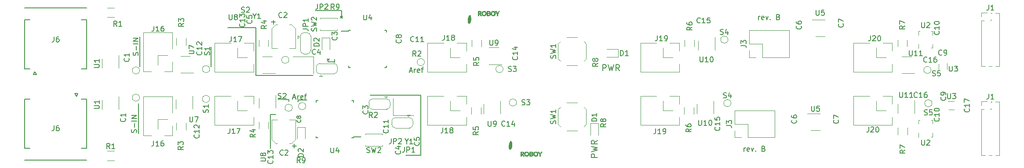
<source format=gto>
G04 #@! TF.GenerationSoftware,KiCad,Pcbnew,(2018-01-21 revision 6b9866de8)-makepkg*
G04 #@! TF.CreationDate,2018-04-10T18:06:55+02:00*
G04 #@! TF.ProjectId,Arm_interface_board_panel,41726D5F696E746572666163655F626F,rev?*
G04 #@! TF.SameCoordinates,Original*
G04 #@! TF.FileFunction,Legend,Top*
G04 #@! TF.FilePolarity,Positive*
%FSLAX46Y46*%
G04 Gerber Fmt 4.6, Leading zero omitted, Abs format (unit mm)*
G04 Created by KiCad (PCBNEW (2018-01-21 revision 6b9866de8)-makepkg) date 04/10/18 18:06:55*
%MOMM*%
%LPD*%
G01*
G04 APERTURE LIST*
%ADD10C,0.150000*%
%ADD11C,0.200000*%
%ADD12C,0.120000*%
%ADD13C,0.100000*%
%ADD14C,0.010000*%
%ADD15C,0.127000*%
G04 APERTURE END LIST*
D10*
X195400000Y-84452380D02*
X195400000Y-83785714D01*
X195400000Y-83976190D02*
X195447619Y-83880952D01*
X195495238Y-83833333D01*
X195590476Y-83785714D01*
X195685714Y-83785714D01*
X196400000Y-84404761D02*
X196304761Y-84452380D01*
X196114285Y-84452380D01*
X196019047Y-84404761D01*
X195971428Y-84309523D01*
X195971428Y-83928571D01*
X196019047Y-83833333D01*
X196114285Y-83785714D01*
X196304761Y-83785714D01*
X196400000Y-83833333D01*
X196447619Y-83928571D01*
X196447619Y-84023809D01*
X195971428Y-84119047D01*
X196780952Y-83785714D02*
X197019047Y-84452380D01*
X197257142Y-83785714D01*
X197638095Y-84357142D02*
X197685714Y-84404761D01*
X197638095Y-84452380D01*
X197590476Y-84404761D01*
X197638095Y-84357142D01*
X197638095Y-84452380D01*
X199209523Y-83928571D02*
X199352380Y-83976190D01*
X199400000Y-84023809D01*
X199447619Y-84119047D01*
X199447619Y-84261904D01*
X199400000Y-84357142D01*
X199352380Y-84404761D01*
X199257142Y-84452380D01*
X198876190Y-84452380D01*
X198876190Y-83452380D01*
X199209523Y-83452380D01*
X199304761Y-83500000D01*
X199352380Y-83547619D01*
X199400000Y-83642857D01*
X199400000Y-83738095D01*
X199352380Y-83833333D01*
X199304761Y-83880952D01*
X199209523Y-83928571D01*
X198876190Y-83928571D01*
X192600000Y-109852380D02*
X192600000Y-109185714D01*
X192600000Y-109376190D02*
X192647619Y-109280952D01*
X192695238Y-109233333D01*
X192790476Y-109185714D01*
X192885714Y-109185714D01*
X193600000Y-109804761D02*
X193504761Y-109852380D01*
X193314285Y-109852380D01*
X193219047Y-109804761D01*
X193171428Y-109709523D01*
X193171428Y-109328571D01*
X193219047Y-109233333D01*
X193314285Y-109185714D01*
X193504761Y-109185714D01*
X193600000Y-109233333D01*
X193647619Y-109328571D01*
X193647619Y-109423809D01*
X193171428Y-109519047D01*
X193980952Y-109185714D02*
X194219047Y-109852380D01*
X194457142Y-109185714D01*
X194838095Y-109757142D02*
X194885714Y-109804761D01*
X194838095Y-109852380D01*
X194790476Y-109804761D01*
X194838095Y-109757142D01*
X194838095Y-109852380D01*
X196409523Y-109328571D02*
X196552380Y-109376190D01*
X196600000Y-109423809D01*
X196647619Y-109519047D01*
X196647619Y-109661904D01*
X196600000Y-109757142D01*
X196552380Y-109804761D01*
X196457142Y-109852380D01*
X196076190Y-109852380D01*
X196076190Y-108852380D01*
X196409523Y-108852380D01*
X196504761Y-108900000D01*
X196552380Y-108947619D01*
X196600000Y-109042857D01*
X196600000Y-109138095D01*
X196552380Y-109233333D01*
X196504761Y-109280952D01*
X196409523Y-109328571D01*
X196076190Y-109328571D01*
X113800000Y-92700000D02*
X113800000Y-92100000D01*
X113800000Y-92600000D02*
X113800000Y-92700000D01*
X112500000Y-92600000D02*
X113800000Y-92600000D01*
X112500000Y-92400000D02*
X112500000Y-92600000D01*
X112300000Y-92300000D02*
X112700000Y-92000000D01*
X112300000Y-92000000D02*
X112700000Y-92300000D01*
X112500000Y-92000000D02*
X112500000Y-92400000D01*
X115100000Y-84000000D02*
X115100000Y-84100000D01*
X114900000Y-84100000D02*
X115300000Y-83800000D01*
X114900000Y-83800000D02*
X115300000Y-84100000D01*
X115100000Y-82700000D02*
X115100000Y-84000000D01*
X110000000Y-82700000D02*
X115100000Y-82700000D01*
D11*
X165375000Y-94317857D02*
X165375000Y-93117857D01*
X165832142Y-93117857D01*
X165946428Y-93175000D01*
X166003571Y-93232142D01*
X166060714Y-93346428D01*
X166060714Y-93517857D01*
X166003571Y-93632142D01*
X165946428Y-93689285D01*
X165832142Y-93746428D01*
X165375000Y-93746428D01*
X166460714Y-93117857D02*
X166746428Y-94317857D01*
X166975000Y-93460714D01*
X167203571Y-94317857D01*
X167489285Y-93117857D01*
X168632142Y-94317857D02*
X168232142Y-93746428D01*
X167946428Y-94317857D02*
X167946428Y-93117857D01*
X168403571Y-93117857D01*
X168517857Y-93175000D01*
X168575000Y-93232142D01*
X168632142Y-93346428D01*
X168632142Y-93517857D01*
X168575000Y-93632142D01*
X168517857Y-93689285D01*
X168403571Y-93746428D01*
X167946428Y-93746428D01*
D10*
X128213095Y-94366666D02*
X128689285Y-94366666D01*
X128117857Y-94652380D02*
X128451190Y-93652380D01*
X128784523Y-94652380D01*
X129117857Y-94652380D02*
X129117857Y-93985714D01*
X129117857Y-94176190D02*
X129165476Y-94080952D01*
X129213095Y-94033333D01*
X129308333Y-93985714D01*
X129403571Y-93985714D01*
X130117857Y-94604761D02*
X130022619Y-94652380D01*
X129832142Y-94652380D01*
X129736904Y-94604761D01*
X129689285Y-94509523D01*
X129689285Y-94128571D01*
X129736904Y-94033333D01*
X129832142Y-93985714D01*
X130022619Y-93985714D01*
X130117857Y-94033333D01*
X130165476Y-94128571D01*
X130165476Y-94223809D01*
X129689285Y-94319047D01*
X130451190Y-93985714D02*
X130832142Y-93985714D01*
X130594047Y-94652380D02*
X130594047Y-93795238D01*
X130641666Y-93700000D01*
X130736904Y-93652380D01*
X130832142Y-93652380D01*
X75904761Y-91341666D02*
X75952380Y-91198809D01*
X75952380Y-90960714D01*
X75904761Y-90865476D01*
X75857142Y-90817857D01*
X75761904Y-90770238D01*
X75666666Y-90770238D01*
X75571428Y-90817857D01*
X75523809Y-90865476D01*
X75476190Y-90960714D01*
X75428571Y-91151190D01*
X75380952Y-91246428D01*
X75333333Y-91294047D01*
X75238095Y-91341666D01*
X75142857Y-91341666D01*
X75047619Y-91294047D01*
X75000000Y-91246428D01*
X74952380Y-91151190D01*
X74952380Y-90913095D01*
X75000000Y-90770238D01*
X75571428Y-90341666D02*
X75571428Y-89579761D01*
X75952380Y-89103571D02*
X74952380Y-89103571D01*
X75952380Y-88627380D02*
X74952380Y-88627380D01*
X75952380Y-88055952D01*
X74952380Y-88055952D01*
X105400000Y-95200000D02*
X109600000Y-95200000D01*
X98600000Y-95200000D02*
X105400000Y-95200000D01*
X98600000Y-94800000D02*
X98600000Y-95200000D01*
X98600000Y-86000000D02*
X98600000Y-94800000D01*
X93200000Y-86000000D02*
X98600000Y-86000000D01*
X90000000Y-89750000D02*
X90000000Y-93500000D01*
X76250000Y-87750000D02*
X76250000Y-93500000D01*
X130375000Y-110625000D02*
X127500000Y-110625000D01*
X130375000Y-99050000D02*
X120650000Y-99050000D01*
X130375000Y-110625000D02*
X130375000Y-99050000D01*
X106700000Y-100000000D02*
X106700000Y-100325000D01*
X108400000Y-100000000D02*
X106700000Y-100000000D01*
X104925000Y-99850000D02*
X104925000Y-100250000D01*
X102850000Y-99825000D02*
X104925000Y-99850000D01*
X101400000Y-102775000D02*
X102450000Y-102775000D01*
X101400000Y-109300000D02*
X101400000Y-102775000D01*
D11*
X164367857Y-111025000D02*
X163167857Y-111025000D01*
X163167857Y-110567857D01*
X163225000Y-110453571D01*
X163282142Y-110396428D01*
X163396428Y-110339285D01*
X163567857Y-110339285D01*
X163682142Y-110396428D01*
X163739285Y-110453571D01*
X163796428Y-110567857D01*
X163796428Y-111025000D01*
X163167857Y-109939285D02*
X164367857Y-109653571D01*
X163510714Y-109425000D01*
X164367857Y-109196428D01*
X163167857Y-108910714D01*
X164367857Y-107767857D02*
X163796428Y-108167857D01*
X164367857Y-108453571D02*
X163167857Y-108453571D01*
X163167857Y-107996428D01*
X163225000Y-107882142D01*
X163282142Y-107825000D01*
X163396428Y-107767857D01*
X163567857Y-107767857D01*
X163682142Y-107825000D01*
X163739285Y-107882142D01*
X163796428Y-107996428D01*
X163796428Y-108453571D01*
D10*
X105738095Y-99491666D02*
X106214285Y-99491666D01*
X105642857Y-99777380D02*
X105976190Y-98777380D01*
X106309523Y-99777380D01*
X106642857Y-99777380D02*
X106642857Y-99110714D01*
X106642857Y-99301190D02*
X106690476Y-99205952D01*
X106738095Y-99158333D01*
X106833333Y-99110714D01*
X106928571Y-99110714D01*
X107642857Y-99729761D02*
X107547619Y-99777380D01*
X107357142Y-99777380D01*
X107261904Y-99729761D01*
X107214285Y-99634523D01*
X107214285Y-99253571D01*
X107261904Y-99158333D01*
X107357142Y-99110714D01*
X107547619Y-99110714D01*
X107642857Y-99158333D01*
X107690476Y-99253571D01*
X107690476Y-99348809D01*
X107214285Y-99444047D01*
X107976190Y-99110714D02*
X108357142Y-99110714D01*
X108119047Y-99777380D02*
X108119047Y-98920238D01*
X108166666Y-98825000D01*
X108261904Y-98777380D01*
X108357142Y-98777380D01*
X75579761Y-106241666D02*
X75627380Y-106098809D01*
X75627380Y-105860714D01*
X75579761Y-105765476D01*
X75532142Y-105717857D01*
X75436904Y-105670238D01*
X75341666Y-105670238D01*
X75246428Y-105717857D01*
X75198809Y-105765476D01*
X75151190Y-105860714D01*
X75103571Y-106051190D01*
X75055952Y-106146428D01*
X75008333Y-106194047D01*
X74913095Y-106241666D01*
X74817857Y-106241666D01*
X74722619Y-106194047D01*
X74675000Y-106146428D01*
X74627380Y-106051190D01*
X74627380Y-105813095D01*
X74675000Y-105670238D01*
X75246428Y-105241666D02*
X75246428Y-104479761D01*
X75627380Y-104003571D02*
X74627380Y-104003571D01*
X75627380Y-103527380D02*
X74627380Y-103527380D01*
X75627380Y-102955952D01*
X74627380Y-102955952D01*
X76000000Y-106400000D02*
X76000000Y-100650000D01*
D12*
X110975000Y-86500000D02*
X110975000Y-86300000D01*
X114275000Y-86500000D02*
X110975000Y-86500000D01*
X114275000Y-86300000D02*
X114275000Y-86500000D01*
X110975000Y-84100000D02*
X110975000Y-84300000D01*
X114275000Y-84100000D02*
X110975000Y-84100000D01*
X114275000Y-84300000D02*
X114275000Y-84100000D01*
X180145000Y-88970000D02*
X180145000Y-90500000D01*
X178300000Y-88970000D02*
X180145000Y-88970000D01*
X177030000Y-91770000D02*
X177030000Y-89900000D01*
X178900000Y-91770000D02*
X177030000Y-91770000D01*
X180145000Y-93040000D02*
X180145000Y-94570000D01*
X180145000Y-94570000D02*
X172645000Y-94570000D01*
X172645000Y-88970000D02*
X172645000Y-94570000D01*
X175760000Y-88970000D02*
X172645000Y-88970000D01*
X201310000Y-91730000D02*
X201310000Y-86530000D01*
X196170000Y-91730000D02*
X201310000Y-91730000D01*
X193570000Y-86530000D02*
X201310000Y-86530000D01*
X196170000Y-91730000D02*
X196170000Y-89130000D01*
X196170000Y-89130000D02*
X193570000Y-89130000D01*
X193570000Y-89130000D02*
X193570000Y-86530000D01*
X194900000Y-91730000D02*
X193570000Y-91730000D01*
X193570000Y-91730000D02*
X193570000Y-90400000D01*
X134760000Y-88970000D02*
X131645000Y-88970000D01*
X131645000Y-88970000D02*
X131645000Y-94570000D01*
X139145000Y-94570000D02*
X131645000Y-94570000D01*
X139145000Y-93040000D02*
X139145000Y-94570000D01*
X137900000Y-91770000D02*
X136030000Y-91770000D01*
X136030000Y-91770000D02*
X136030000Y-89900000D01*
X137300000Y-88970000D02*
X139145000Y-88970000D01*
X139145000Y-88970000D02*
X139145000Y-90500000D01*
D10*
X116475000Y-86475000D02*
X116475000Y-86700000D01*
X123725000Y-86475000D02*
X123725000Y-86800000D01*
X123725000Y-93725000D02*
X123725000Y-93400000D01*
X116475000Y-93725000D02*
X116475000Y-93400000D01*
X116475000Y-86475000D02*
X116800000Y-86475000D01*
X116475000Y-93725000D02*
X116800000Y-93725000D01*
X123725000Y-93725000D02*
X123400000Y-93725000D01*
X123725000Y-86475000D02*
X123400000Y-86475000D01*
X116475000Y-86700000D02*
X115050000Y-86700000D01*
D12*
X109700000Y-94850000D02*
X109700000Y-91550000D01*
X109700000Y-91550000D02*
X105700000Y-91550000D01*
D10*
X56348000Y-95046000D02*
X56048000Y-94446000D01*
X55748000Y-95046000D02*
X56348000Y-95046000D01*
X56048000Y-94446000D02*
X55748000Y-95046000D01*
X54098000Y-93946000D02*
X55098000Y-93946000D01*
X65998000Y-93946000D02*
X65998000Y-84446000D01*
X54098000Y-93946000D02*
X54098000Y-84446000D01*
X54098000Y-82146000D02*
X65998000Y-82146000D01*
X65998000Y-93946000D02*
X64998000Y-93946000D01*
X54098000Y-84446000D02*
X55098000Y-84446000D01*
X64998000Y-84446000D02*
X65998000Y-84446000D01*
D12*
X76207300Y-94252800D02*
G75*
G03X76207300Y-94252800I-700000J0D01*
G01*
X131057300Y-92652800D02*
G75*
G03X131057300Y-92652800I-700000J0D01*
G01*
X89700000Y-94000000D02*
G75*
G03X89700000Y-94000000I-700000J0D01*
G01*
X104957300Y-92202800D02*
G75*
G03X104957300Y-92202800I-700000J0D01*
G01*
X146207300Y-94002800D02*
G75*
G03X146207300Y-94002800I-700000J0D01*
G01*
X189507300Y-88302800D02*
G75*
G03X189507300Y-88302800I-700000J0D01*
G01*
X228607300Y-94150000D02*
G75*
G03X228607300Y-94150000I-700000J0D01*
G01*
X82530000Y-90060000D02*
X82530000Y-86945000D01*
X82530000Y-86945000D02*
X76930000Y-86945000D01*
X76930000Y-94445000D02*
X76930000Y-86945000D01*
X78460000Y-94445000D02*
X76930000Y-94445000D01*
X79730000Y-93200000D02*
X79730000Y-91330000D01*
X79730000Y-91330000D02*
X81600000Y-91330000D01*
X82530000Y-92600000D02*
X82530000Y-94445000D01*
X82530000Y-94445000D02*
X81000000Y-94445000D01*
X98145000Y-88970000D02*
X98145000Y-90500000D01*
X96300000Y-88970000D02*
X98145000Y-88970000D01*
X95030000Y-91770000D02*
X95030000Y-89900000D01*
X96900000Y-91770000D02*
X95030000Y-91770000D01*
X98145000Y-93040000D02*
X98145000Y-94570000D01*
X98145000Y-94570000D02*
X90645000Y-94570000D01*
X90645000Y-88970000D02*
X90645000Y-94570000D01*
X93760000Y-88970000D02*
X90645000Y-88970000D01*
X216760000Y-88970000D02*
X213645000Y-88970000D01*
X213645000Y-88970000D02*
X213645000Y-94570000D01*
X221145000Y-94570000D02*
X213645000Y-94570000D01*
X221145000Y-93040000D02*
X221145000Y-94570000D01*
X219900000Y-91770000D02*
X218030000Y-91770000D01*
X218030000Y-91770000D02*
X218030000Y-89900000D01*
X219300000Y-88970000D02*
X221145000Y-88970000D01*
X221145000Y-88970000D02*
X221145000Y-90500000D01*
X108457300Y-86952800D02*
G75*
G02X109157300Y-87652800I0J-700000D01*
G01*
X107157300Y-87652800D02*
G75*
G02X107857300Y-86952800I700000J0D01*
G01*
X107857300Y-91052800D02*
G75*
G02X107157300Y-90352800I0J700000D01*
G01*
X109157300Y-90352800D02*
G75*
G02X108457300Y-91052800I-700000J0D01*
G01*
X109157300Y-87602800D02*
X109157300Y-90402800D01*
X108457300Y-91052800D02*
X107857300Y-91052800D01*
X107157300Y-90402800D02*
X107157300Y-87602800D01*
X107857300Y-86952800D02*
X108457300Y-86952800D01*
X106957300Y-87802800D02*
X106657300Y-87502800D01*
X106657300Y-87502800D02*
X106657300Y-88102800D01*
X106957300Y-87802800D02*
X106657300Y-88102800D01*
X111057300Y-95102800D02*
X111357300Y-95402800D01*
X110757300Y-95402800D02*
X111357300Y-95402800D01*
X111057300Y-95102800D02*
X110757300Y-95402800D01*
X110207300Y-94202800D02*
X110207300Y-93602800D01*
X113657300Y-94902800D02*
X110857300Y-94902800D01*
X114307300Y-93602800D02*
X114307300Y-94202800D01*
X110857300Y-92902800D02*
X113657300Y-92902800D01*
X113607300Y-92902800D02*
G75*
G02X114307300Y-93602800I0J-700000D01*
G01*
X114307300Y-94202800D02*
G75*
G02X113607300Y-94902800I-700000J0D01*
G01*
X110907300Y-94902800D02*
G75*
G02X110207300Y-94202800I0J700000D01*
G01*
X110207300Y-93602800D02*
G75*
G02X110907300Y-92902800I700000J0D01*
G01*
X83290000Y-89345000D02*
X83290000Y-88045000D01*
X85110000Y-89345000D02*
X85110000Y-88045000D01*
X101010000Y-89645000D02*
X101010000Y-88345000D01*
X99190000Y-89645000D02*
X99190000Y-88345000D01*
X140190000Y-89645000D02*
X140190000Y-88345000D01*
X142010000Y-89645000D02*
X142010000Y-88345000D01*
X183010000Y-89655000D02*
X183010000Y-88355000D01*
X181190000Y-89655000D02*
X181190000Y-88355000D01*
X222190000Y-89645000D02*
X222190000Y-88345000D01*
X224010000Y-89645000D02*
X224010000Y-88345000D01*
X156800000Y-92000000D02*
X156800000Y-89100000D01*
X157250000Y-92450000D02*
X156800000Y-92000000D01*
X160500000Y-93250000D02*
X158500000Y-93250000D01*
X162200000Y-92000000D02*
X161750000Y-92450000D01*
X162200000Y-89100000D02*
X162200000Y-92000000D01*
X161750000Y-88650000D02*
X162200000Y-89100000D01*
X158500000Y-87850000D02*
X160500000Y-87850000D01*
X156800000Y-89100000D02*
X157250000Y-88650000D01*
X72217300Y-93802800D02*
X72217300Y-91352800D01*
X68997300Y-92002800D02*
X68997300Y-93802800D01*
X230107300Y-94052800D02*
X230107300Y-93052800D01*
X231707300Y-94052800D02*
X231707300Y-92852800D01*
X208150000Y-84440000D02*
X205700000Y-84440000D01*
X206350000Y-87660000D02*
X208150000Y-87660000D01*
X85900000Y-91490000D02*
X84100000Y-91490000D01*
X84100000Y-94710000D02*
X86550000Y-94710000D01*
X99900000Y-94810000D02*
X102350000Y-94810000D01*
X101700000Y-91590000D02*
X99900000Y-91590000D01*
X145307300Y-89842800D02*
X143507300Y-89842800D01*
X143507300Y-93062800D02*
X145957300Y-93062800D01*
X186967300Y-90302800D02*
X186967300Y-87852800D01*
X183747300Y-88502800D02*
X183747300Y-90302800D01*
X224800000Y-91590000D02*
X223000000Y-91590000D01*
X223000000Y-94810000D02*
X225450000Y-94810000D01*
D13*
X226200000Y-90000000D02*
X226200000Y-89180000D01*
X228900000Y-89900000D02*
X228900000Y-89180000D01*
X228900000Y-89900000D02*
X228680000Y-89900000D01*
X228680000Y-86700000D02*
X228900000Y-86700000D01*
X228900000Y-86700000D02*
X228900000Y-87420000D01*
X226200000Y-87420000D02*
X226200000Y-86700000D01*
X226200000Y-86700000D02*
X226420000Y-86700000D01*
D12*
X71312300Y-83962800D02*
X70012300Y-83962800D01*
X71312300Y-82142800D02*
X70012300Y-82142800D01*
X105420000Y-85410000D02*
X105020000Y-85410000D01*
X106190000Y-89990000D02*
X105020000Y-89990000D01*
X101610000Y-89990000D02*
X102780000Y-89990000D01*
X102380000Y-85410000D02*
X102780000Y-85410000D01*
X101610000Y-86180000D02*
X101610000Y-89990000D01*
X101610000Y-86180000D02*
X102380000Y-85410000D01*
X106190000Y-86180000D02*
X106190000Y-89990000D01*
X106190000Y-86180000D02*
X105420000Y-85410000D01*
D14*
G36*
X139778201Y-83579738D02*
X139798348Y-83581965D01*
X139815863Y-83585564D01*
X139831188Y-83591308D01*
X139844766Y-83599971D01*
X139857039Y-83612324D01*
X139868450Y-83629140D01*
X139879440Y-83651193D01*
X139890453Y-83679255D01*
X139901931Y-83714099D01*
X139914316Y-83756498D01*
X139928050Y-83807225D01*
X139943577Y-83867052D01*
X139944299Y-83869867D01*
X139961506Y-83942474D01*
X139975540Y-84014276D01*
X139986689Y-84087443D01*
X139995238Y-84164150D01*
X140001474Y-84246569D01*
X140005609Y-84334760D01*
X140006717Y-84368405D01*
X140007222Y-84394525D01*
X140006933Y-84415749D01*
X140005658Y-84434703D01*
X140003208Y-84454014D01*
X139999391Y-84476309D01*
X139994016Y-84504217D01*
X139992872Y-84510020D01*
X139976391Y-84588711D01*
X139958865Y-84663406D01*
X139940546Y-84733339D01*
X139921687Y-84797741D01*
X139902541Y-84855845D01*
X139883359Y-84906882D01*
X139864394Y-84950085D01*
X139845900Y-84984686D01*
X139828657Y-85009293D01*
X139817953Y-85022749D01*
X139803677Y-85041717D01*
X139787975Y-85063311D01*
X139777487Y-85078152D01*
X139751986Y-85112275D01*
X139728222Y-85139201D01*
X139706922Y-85158184D01*
X139689823Y-85168106D01*
X139677848Y-85170698D01*
X139660149Y-85172358D01*
X139645639Y-85172712D01*
X139629049Y-85171866D01*
X139613769Y-85169024D01*
X139596746Y-85163303D01*
X139574929Y-85153818D01*
X139565960Y-85149618D01*
X139543192Y-85137894D01*
X139521706Y-85125181D01*
X139504652Y-85113418D01*
X139498199Y-85107955D01*
X139475298Y-85079710D01*
X139455228Y-85041883D01*
X139437972Y-84994420D01*
X139423507Y-84937269D01*
X139414959Y-84891020D01*
X139412442Y-84873764D01*
X139410422Y-84855587D01*
X139408848Y-84835174D01*
X139407672Y-84811208D01*
X139406843Y-84782375D01*
X139406312Y-84747359D01*
X139406029Y-84704844D01*
X139405945Y-84653516D01*
X139405945Y-84652260D01*
X139406068Y-84595778D01*
X139406514Y-84547431D01*
X139407403Y-84505192D01*
X139408857Y-84467037D01*
X139410997Y-84430942D01*
X139413942Y-84394882D01*
X139417814Y-84356833D01*
X139422734Y-84314769D01*
X139428823Y-84266667D01*
X139429068Y-84264778D01*
X139438126Y-84207754D01*
X139450976Y-84145299D01*
X139467031Y-84079301D01*
X139485706Y-84011648D01*
X139506413Y-83944227D01*
X139528565Y-83878927D01*
X139551577Y-83817635D01*
X139574862Y-83762239D01*
X139597832Y-83714626D01*
X139603030Y-83704937D01*
X139630897Y-83660835D01*
X139661983Y-83623517D01*
X139662588Y-83622896D01*
X139685380Y-83601619D01*
X139706068Y-83587902D01*
X139727763Y-83580583D01*
X139753575Y-83578502D01*
X139778201Y-83579738D01*
X139778201Y-83579738D01*
G37*
X139778201Y-83579738D02*
X139798348Y-83581965D01*
X139815863Y-83585564D01*
X139831188Y-83591308D01*
X139844766Y-83599971D01*
X139857039Y-83612324D01*
X139868450Y-83629140D01*
X139879440Y-83651193D01*
X139890453Y-83679255D01*
X139901931Y-83714099D01*
X139914316Y-83756498D01*
X139928050Y-83807225D01*
X139943577Y-83867052D01*
X139944299Y-83869867D01*
X139961506Y-83942474D01*
X139975540Y-84014276D01*
X139986689Y-84087443D01*
X139995238Y-84164150D01*
X140001474Y-84246569D01*
X140005609Y-84334760D01*
X140006717Y-84368405D01*
X140007222Y-84394525D01*
X140006933Y-84415749D01*
X140005658Y-84434703D01*
X140003208Y-84454014D01*
X139999391Y-84476309D01*
X139994016Y-84504217D01*
X139992872Y-84510020D01*
X139976391Y-84588711D01*
X139958865Y-84663406D01*
X139940546Y-84733339D01*
X139921687Y-84797741D01*
X139902541Y-84855845D01*
X139883359Y-84906882D01*
X139864394Y-84950085D01*
X139845900Y-84984686D01*
X139828657Y-85009293D01*
X139817953Y-85022749D01*
X139803677Y-85041717D01*
X139787975Y-85063311D01*
X139777487Y-85078152D01*
X139751986Y-85112275D01*
X139728222Y-85139201D01*
X139706922Y-85158184D01*
X139689823Y-85168106D01*
X139677848Y-85170698D01*
X139660149Y-85172358D01*
X139645639Y-85172712D01*
X139629049Y-85171866D01*
X139613769Y-85169024D01*
X139596746Y-85163303D01*
X139574929Y-85153818D01*
X139565960Y-85149618D01*
X139543192Y-85137894D01*
X139521706Y-85125181D01*
X139504652Y-85113418D01*
X139498199Y-85107955D01*
X139475298Y-85079710D01*
X139455228Y-85041883D01*
X139437972Y-84994420D01*
X139423507Y-84937269D01*
X139414959Y-84891020D01*
X139412442Y-84873764D01*
X139410422Y-84855587D01*
X139408848Y-84835174D01*
X139407672Y-84811208D01*
X139406843Y-84782375D01*
X139406312Y-84747359D01*
X139406029Y-84704844D01*
X139405945Y-84653516D01*
X139405945Y-84652260D01*
X139406068Y-84595778D01*
X139406514Y-84547431D01*
X139407403Y-84505192D01*
X139408857Y-84467037D01*
X139410997Y-84430942D01*
X139413942Y-84394882D01*
X139417814Y-84356833D01*
X139422734Y-84314769D01*
X139428823Y-84266667D01*
X139429068Y-84264778D01*
X139438126Y-84207754D01*
X139450976Y-84145299D01*
X139467031Y-84079301D01*
X139485706Y-84011648D01*
X139506413Y-83944227D01*
X139528565Y-83878927D01*
X139551577Y-83817635D01*
X139574862Y-83762239D01*
X139597832Y-83714626D01*
X139603030Y-83704937D01*
X139630897Y-83660835D01*
X139661983Y-83623517D01*
X139662588Y-83622896D01*
X139685380Y-83601619D01*
X139706068Y-83587902D01*
X139727763Y-83580583D01*
X139753575Y-83578502D01*
X139778201Y-83579738D01*
D12*
X168395000Y-90165000D02*
X166125000Y-90165000D01*
X168395000Y-91685000D02*
X168395000Y-90165000D01*
X166125000Y-91685000D02*
X168395000Y-91685000D01*
D14*
G36*
X144875155Y-82811012D02*
X144880398Y-82818427D01*
X144889708Y-82833627D01*
X144902427Y-82855404D01*
X144917896Y-82882549D01*
X144935454Y-82913853D01*
X144954444Y-82948110D01*
X144974204Y-82984109D01*
X144994078Y-83020644D01*
X145013404Y-83056505D01*
X145031524Y-83090484D01*
X145047779Y-83121372D01*
X145061508Y-83147963D01*
X145072054Y-83169046D01*
X145078757Y-83183414D01*
X145080037Y-83186538D01*
X145085620Y-83199472D01*
X145090223Y-83207257D01*
X145091599Y-83208280D01*
X145095101Y-83203987D01*
X145101179Y-83192721D01*
X145108532Y-83176899D01*
X145108694Y-83176530D01*
X145116609Y-83159493D01*
X145128101Y-83136303D01*
X145142531Y-83108133D01*
X145159255Y-83076158D01*
X145177632Y-83041551D01*
X145197021Y-83005487D01*
X145216780Y-82969140D01*
X145236269Y-82933685D01*
X145254844Y-82900295D01*
X145271865Y-82870145D01*
X145286691Y-82844409D01*
X145298679Y-82824261D01*
X145307188Y-82810876D01*
X145311368Y-82805561D01*
X145316921Y-82802206D01*
X145324264Y-82799852D01*
X145335032Y-82798371D01*
X145350862Y-82797633D01*
X145373390Y-82797511D01*
X145404253Y-82797876D01*
X145408310Y-82797941D01*
X145493214Y-82799340D01*
X145333267Y-83070689D01*
X145173320Y-83342039D01*
X145173320Y-83670560D01*
X145005680Y-83670560D01*
X145005680Y-83335098D01*
X144848200Y-83068742D01*
X144820170Y-83021289D01*
X144793736Y-82976451D01*
X144769342Y-82934988D01*
X144747433Y-82897659D01*
X144728454Y-82865226D01*
X144712850Y-82838447D01*
X144701064Y-82818083D01*
X144693542Y-82804894D01*
X144690729Y-82799640D01*
X144690720Y-82799593D01*
X144695523Y-82798672D01*
X144708827Y-82797878D01*
X144728975Y-82797267D01*
X144754306Y-82796893D01*
X144776129Y-82796800D01*
X144861539Y-82796800D01*
X144875155Y-82811012D01*
X144875155Y-82811012D01*
G37*
X144875155Y-82811012D02*
X144880398Y-82818427D01*
X144889708Y-82833627D01*
X144902427Y-82855404D01*
X144917896Y-82882549D01*
X144935454Y-82913853D01*
X144954444Y-82948110D01*
X144974204Y-82984109D01*
X144994078Y-83020644D01*
X145013404Y-83056505D01*
X145031524Y-83090484D01*
X145047779Y-83121372D01*
X145061508Y-83147963D01*
X145072054Y-83169046D01*
X145078757Y-83183414D01*
X145080037Y-83186538D01*
X145085620Y-83199472D01*
X145090223Y-83207257D01*
X145091599Y-83208280D01*
X145095101Y-83203987D01*
X145101179Y-83192721D01*
X145108532Y-83176899D01*
X145108694Y-83176530D01*
X145116609Y-83159493D01*
X145128101Y-83136303D01*
X145142531Y-83108133D01*
X145159255Y-83076158D01*
X145177632Y-83041551D01*
X145197021Y-83005487D01*
X145216780Y-82969140D01*
X145236269Y-82933685D01*
X145254844Y-82900295D01*
X145271865Y-82870145D01*
X145286691Y-82844409D01*
X145298679Y-82824261D01*
X145307188Y-82810876D01*
X145311368Y-82805561D01*
X145316921Y-82802206D01*
X145324264Y-82799852D01*
X145335032Y-82798371D01*
X145350862Y-82797633D01*
X145373390Y-82797511D01*
X145404253Y-82797876D01*
X145408310Y-82797941D01*
X145493214Y-82799340D01*
X145333267Y-83070689D01*
X145173320Y-83342039D01*
X145173320Y-83670560D01*
X145005680Y-83670560D01*
X145005680Y-83335098D01*
X144848200Y-83068742D01*
X144820170Y-83021289D01*
X144793736Y-82976451D01*
X144769342Y-82934988D01*
X144747433Y-82897659D01*
X144728454Y-82865226D01*
X144712850Y-82838447D01*
X144701064Y-82818083D01*
X144693542Y-82804894D01*
X144690729Y-82799640D01*
X144690720Y-82799593D01*
X144695523Y-82798672D01*
X144708827Y-82797878D01*
X144728975Y-82797267D01*
X144754306Y-82796893D01*
X144776129Y-82796800D01*
X144861539Y-82796800D01*
X144875155Y-82811012D01*
G36*
X143289910Y-82798039D02*
X143341831Y-82798519D01*
X143384682Y-82798995D01*
X143419554Y-82799525D01*
X143447535Y-82800168D01*
X143469716Y-82800983D01*
X143487187Y-82802029D01*
X143501037Y-82803364D01*
X143512357Y-82805048D01*
X143522237Y-82807139D01*
X143531766Y-82809696D01*
X143537543Y-82811411D01*
X143586002Y-82829941D01*
X143626664Y-82853722D01*
X143659075Y-82882405D01*
X143682776Y-82915645D01*
X143687593Y-82925291D01*
X143700381Y-82962931D01*
X143706614Y-83003799D01*
X143706315Y-83045135D01*
X143699505Y-83084178D01*
X143686206Y-83118168D01*
X143686071Y-83118417D01*
X143667348Y-83144959D01*
X143641593Y-83170560D01*
X143611778Y-83192532D01*
X143592088Y-83203377D01*
X143576574Y-83210934D01*
X143569222Y-83215451D01*
X143568967Y-83218143D01*
X143574746Y-83220223D01*
X143576848Y-83220750D01*
X143604196Y-83230219D01*
X143633473Y-83244828D01*
X143660970Y-83262414D01*
X143682975Y-83280819D01*
X143686619Y-83284663D01*
X143706909Y-83311269D01*
X143720432Y-83339466D01*
X143728041Y-83371755D01*
X143730589Y-83410636D01*
X143730600Y-83413757D01*
X143726482Y-83465496D01*
X143714055Y-83511573D01*
X143693203Y-83552142D01*
X143663811Y-83587353D01*
X143625767Y-83617360D01*
X143578955Y-83642312D01*
X143549701Y-83653840D01*
X143509620Y-83668007D01*
X143080360Y-83671161D01*
X143080360Y-83289560D01*
X143248000Y-83289560D01*
X143248000Y-83545078D01*
X143350870Y-83542172D01*
X143390108Y-83540850D01*
X143420743Y-83539277D01*
X143444331Y-83537312D01*
X143462427Y-83534808D01*
X143476588Y-83531625D01*
X143481490Y-83530132D01*
X143509643Y-83516657D01*
X143530541Y-83500529D01*
X143549775Y-83475824D01*
X143561750Y-83447062D01*
X143566555Y-83416273D01*
X143564277Y-83385491D01*
X143555002Y-83356748D01*
X143538819Y-83332075D01*
X143522693Y-83317803D01*
X143507135Y-83308584D01*
X143489487Y-83301488D01*
X143468283Y-83296282D01*
X143442056Y-83292732D01*
X143409339Y-83290603D01*
X143368665Y-83289660D01*
X143345992Y-83289560D01*
X143248000Y-83289560D01*
X143080360Y-83289560D01*
X143080360Y-83174318D01*
X143248000Y-83174318D01*
X143338170Y-83171156D01*
X143376489Y-83169380D01*
X143409140Y-83166993D01*
X143434680Y-83164128D01*
X143451665Y-83160918D01*
X143452963Y-83160546D01*
X143486808Y-83146693D01*
X143511908Y-83127946D01*
X143528730Y-83103700D01*
X143537740Y-83073347D01*
X143539650Y-83047850D01*
X143538782Y-83024510D01*
X143535272Y-83006495D01*
X143528149Y-82989106D01*
X143527032Y-82986890D01*
X143515552Y-82969397D01*
X143500157Y-82955196D01*
X143479898Y-82944018D01*
X143453829Y-82935595D01*
X143421003Y-82929658D01*
X143380472Y-82925938D01*
X143331289Y-82924166D01*
X143305150Y-82923931D01*
X143248000Y-82923800D01*
X143248000Y-83174318D01*
X143080360Y-83174318D01*
X143080360Y-82796186D01*
X143289910Y-82798039D01*
X143289910Y-82798039D01*
G37*
X143289910Y-82798039D02*
X143341831Y-82798519D01*
X143384682Y-82798995D01*
X143419554Y-82799525D01*
X143447535Y-82800168D01*
X143469716Y-82800983D01*
X143487187Y-82802029D01*
X143501037Y-82803364D01*
X143512357Y-82805048D01*
X143522237Y-82807139D01*
X143531766Y-82809696D01*
X143537543Y-82811411D01*
X143586002Y-82829941D01*
X143626664Y-82853722D01*
X143659075Y-82882405D01*
X143682776Y-82915645D01*
X143687593Y-82925291D01*
X143700381Y-82962931D01*
X143706614Y-83003799D01*
X143706315Y-83045135D01*
X143699505Y-83084178D01*
X143686206Y-83118168D01*
X143686071Y-83118417D01*
X143667348Y-83144959D01*
X143641593Y-83170560D01*
X143611778Y-83192532D01*
X143592088Y-83203377D01*
X143576574Y-83210934D01*
X143569222Y-83215451D01*
X143568967Y-83218143D01*
X143574746Y-83220223D01*
X143576848Y-83220750D01*
X143604196Y-83230219D01*
X143633473Y-83244828D01*
X143660970Y-83262414D01*
X143682975Y-83280819D01*
X143686619Y-83284663D01*
X143706909Y-83311269D01*
X143720432Y-83339466D01*
X143728041Y-83371755D01*
X143730589Y-83410636D01*
X143730600Y-83413757D01*
X143726482Y-83465496D01*
X143714055Y-83511573D01*
X143693203Y-83552142D01*
X143663811Y-83587353D01*
X143625767Y-83617360D01*
X143578955Y-83642312D01*
X143549701Y-83653840D01*
X143509620Y-83668007D01*
X143080360Y-83671161D01*
X143080360Y-83289560D01*
X143248000Y-83289560D01*
X143248000Y-83545078D01*
X143350870Y-83542172D01*
X143390108Y-83540850D01*
X143420743Y-83539277D01*
X143444331Y-83537312D01*
X143462427Y-83534808D01*
X143476588Y-83531625D01*
X143481490Y-83530132D01*
X143509643Y-83516657D01*
X143530541Y-83500529D01*
X143549775Y-83475824D01*
X143561750Y-83447062D01*
X143566555Y-83416273D01*
X143564277Y-83385491D01*
X143555002Y-83356748D01*
X143538819Y-83332075D01*
X143522693Y-83317803D01*
X143507135Y-83308584D01*
X143489487Y-83301488D01*
X143468283Y-83296282D01*
X143442056Y-83292732D01*
X143409339Y-83290603D01*
X143368665Y-83289660D01*
X143345992Y-83289560D01*
X143248000Y-83289560D01*
X143080360Y-83289560D01*
X143080360Y-83174318D01*
X143248000Y-83174318D01*
X143338170Y-83171156D01*
X143376489Y-83169380D01*
X143409140Y-83166993D01*
X143434680Y-83164128D01*
X143451665Y-83160918D01*
X143452963Y-83160546D01*
X143486808Y-83146693D01*
X143511908Y-83127946D01*
X143528730Y-83103700D01*
X143537740Y-83073347D01*
X143539650Y-83047850D01*
X143538782Y-83024510D01*
X143535272Y-83006495D01*
X143528149Y-82989106D01*
X143527032Y-82986890D01*
X143515552Y-82969397D01*
X143500157Y-82955196D01*
X143479898Y-82944018D01*
X143453829Y-82935595D01*
X143421003Y-82929658D01*
X143380472Y-82925938D01*
X143331289Y-82924166D01*
X143305150Y-82923931D01*
X143248000Y-82923800D01*
X143248000Y-83174318D01*
X143080360Y-83174318D01*
X143080360Y-82796186D01*
X143289910Y-82798039D01*
G36*
X141550010Y-82798143D02*
X141602775Y-82798761D01*
X141646596Y-82799460D01*
X141682687Y-82800395D01*
X141712263Y-82801722D01*
X141736539Y-82803600D01*
X141756730Y-82806183D01*
X141774050Y-82809629D01*
X141789716Y-82814094D01*
X141804941Y-82819734D01*
X141820941Y-82826706D01*
X141838930Y-82835166D01*
X141839471Y-82835425D01*
X141880157Y-82860127D01*
X141913389Y-82891624D01*
X141938858Y-82929487D01*
X141956251Y-82973284D01*
X141963412Y-83006949D01*
X141966333Y-83059377D01*
X141959847Y-83109388D01*
X141944460Y-83156057D01*
X141920676Y-83198456D01*
X141889001Y-83235659D01*
X141849941Y-83266742D01*
X141809897Y-83288279D01*
X141781494Y-83300686D01*
X141803084Y-83321793D01*
X141809224Y-83329094D01*
X141820045Y-83343337D01*
X141834792Y-83363439D01*
X141852715Y-83388320D01*
X141873058Y-83416897D01*
X141895070Y-83448087D01*
X141917998Y-83480810D01*
X141941089Y-83513984D01*
X141963589Y-83546525D01*
X141984746Y-83577353D01*
X142003807Y-83605386D01*
X142020018Y-83629541D01*
X142032628Y-83648736D01*
X142040883Y-83661890D01*
X142044030Y-83667921D01*
X142044040Y-83668030D01*
X142039289Y-83669446D01*
X142026325Y-83670376D01*
X142007082Y-83670858D01*
X141983495Y-83670927D01*
X141957497Y-83670620D01*
X141931021Y-83669974D01*
X141906003Y-83669024D01*
X141884375Y-83667807D01*
X141868072Y-83666360D01*
X141859028Y-83664718D01*
X141858590Y-83664542D01*
X141851686Y-83658404D01*
X141839800Y-83643986D01*
X141822891Y-83621228D01*
X141800919Y-83590072D01*
X141773842Y-83550458D01*
X141741619Y-83502328D01*
X141704211Y-83445623D01*
X141664466Y-83384733D01*
X141652320Y-83367343D01*
X141640543Y-83352648D01*
X141631369Y-83343402D01*
X141630155Y-83342521D01*
X141617920Y-83337915D01*
X141597516Y-83334156D01*
X141572030Y-83331686D01*
X141525880Y-83328696D01*
X141525880Y-83670560D01*
X141358240Y-83670560D01*
X141358240Y-83214445D01*
X141525880Y-83214445D01*
X141603350Y-83212242D01*
X141635242Y-83211121D01*
X141659204Y-83209648D01*
X141677466Y-83207534D01*
X141692257Y-83204491D01*
X141705809Y-83200229D01*
X141710826Y-83198336D01*
X141744667Y-83180383D01*
X141770596Y-83156091D01*
X141788500Y-83125636D01*
X141798265Y-83089191D01*
X141800200Y-83060965D01*
X141795620Y-83024409D01*
X141782394Y-82992518D01*
X141761293Y-82966250D01*
X141733088Y-82946566D01*
X141698551Y-82934424D01*
X141698472Y-82934407D01*
X141683859Y-82932146D01*
X141661815Y-82929813D01*
X141635063Y-82927648D01*
X141606328Y-82925896D01*
X141599329Y-82925559D01*
X141525880Y-82922222D01*
X141525880Y-83214445D01*
X141358240Y-83214445D01*
X141358240Y-82796045D01*
X141550010Y-82798143D01*
X141550010Y-82798143D01*
G37*
X141550010Y-82798143D02*
X141602775Y-82798761D01*
X141646596Y-82799460D01*
X141682687Y-82800395D01*
X141712263Y-82801722D01*
X141736539Y-82803600D01*
X141756730Y-82806183D01*
X141774050Y-82809629D01*
X141789716Y-82814094D01*
X141804941Y-82819734D01*
X141820941Y-82826706D01*
X141838930Y-82835166D01*
X141839471Y-82835425D01*
X141880157Y-82860127D01*
X141913389Y-82891624D01*
X141938858Y-82929487D01*
X141956251Y-82973284D01*
X141963412Y-83006949D01*
X141966333Y-83059377D01*
X141959847Y-83109388D01*
X141944460Y-83156057D01*
X141920676Y-83198456D01*
X141889001Y-83235659D01*
X141849941Y-83266742D01*
X141809897Y-83288279D01*
X141781494Y-83300686D01*
X141803084Y-83321793D01*
X141809224Y-83329094D01*
X141820045Y-83343337D01*
X141834792Y-83363439D01*
X141852715Y-83388320D01*
X141873058Y-83416897D01*
X141895070Y-83448087D01*
X141917998Y-83480810D01*
X141941089Y-83513984D01*
X141963589Y-83546525D01*
X141984746Y-83577353D01*
X142003807Y-83605386D01*
X142020018Y-83629541D01*
X142032628Y-83648736D01*
X142040883Y-83661890D01*
X142044030Y-83667921D01*
X142044040Y-83668030D01*
X142039289Y-83669446D01*
X142026325Y-83670376D01*
X142007082Y-83670858D01*
X141983495Y-83670927D01*
X141957497Y-83670620D01*
X141931021Y-83669974D01*
X141906003Y-83669024D01*
X141884375Y-83667807D01*
X141868072Y-83666360D01*
X141859028Y-83664718D01*
X141858590Y-83664542D01*
X141851686Y-83658404D01*
X141839800Y-83643986D01*
X141822891Y-83621228D01*
X141800919Y-83590072D01*
X141773842Y-83550458D01*
X141741619Y-83502328D01*
X141704211Y-83445623D01*
X141664466Y-83384733D01*
X141652320Y-83367343D01*
X141640543Y-83352648D01*
X141631369Y-83343402D01*
X141630155Y-83342521D01*
X141617920Y-83337915D01*
X141597516Y-83334156D01*
X141572030Y-83331686D01*
X141525880Y-83328696D01*
X141525880Y-83670560D01*
X141358240Y-83670560D01*
X141358240Y-83214445D01*
X141525880Y-83214445D01*
X141603350Y-83212242D01*
X141635242Y-83211121D01*
X141659204Y-83209648D01*
X141677466Y-83207534D01*
X141692257Y-83204491D01*
X141705809Y-83200229D01*
X141710826Y-83198336D01*
X141744667Y-83180383D01*
X141770596Y-83156091D01*
X141788500Y-83125636D01*
X141798265Y-83089191D01*
X141800200Y-83060965D01*
X141795620Y-83024409D01*
X141782394Y-82992518D01*
X141761293Y-82966250D01*
X141733088Y-82946566D01*
X141698551Y-82934424D01*
X141698472Y-82934407D01*
X141683859Y-82932146D01*
X141661815Y-82929813D01*
X141635063Y-82927648D01*
X141606328Y-82925896D01*
X141599329Y-82925559D01*
X141525880Y-82922222D01*
X141525880Y-83214445D01*
X141358240Y-83214445D01*
X141358240Y-82796045D01*
X141550010Y-82798143D01*
G36*
X144308064Y-82787437D02*
X144331325Y-82788815D01*
X144352337Y-82791500D01*
X144366226Y-82794046D01*
X144429983Y-82811768D01*
X144489123Y-82838078D01*
X144542805Y-82872525D01*
X144589120Y-82913551D01*
X144628721Y-82961609D01*
X144660550Y-83015013D01*
X144684611Y-83072600D01*
X144700908Y-83133207D01*
X144709445Y-83195670D01*
X144710228Y-83258826D01*
X144703261Y-83321511D01*
X144688549Y-83382562D01*
X144666095Y-83440815D01*
X144635906Y-83495106D01*
X144597985Y-83544273D01*
X144586580Y-83556357D01*
X144537444Y-83599210D01*
X144483182Y-83633308D01*
X144424038Y-83658521D01*
X144366758Y-83673523D01*
X144341782Y-83676900D01*
X144310317Y-83679082D01*
X144275234Y-83680076D01*
X144239400Y-83679885D01*
X144205685Y-83678515D01*
X144176956Y-83675970D01*
X144159860Y-83673174D01*
X144095916Y-83654532D01*
X144038299Y-83628156D01*
X143986390Y-83593729D01*
X143958432Y-83569739D01*
X143913914Y-83521872D01*
X143878319Y-83469956D01*
X143851461Y-83413532D01*
X143833151Y-83352142D01*
X143823203Y-83285327D01*
X143821140Y-83234324D01*
X143992736Y-83234324D01*
X143993773Y-83271399D01*
X143996799Y-83305373D01*
X144001427Y-83331435D01*
X144018623Y-83382627D01*
X144043304Y-83427780D01*
X144074881Y-83466260D01*
X144112767Y-83497433D01*
X144156372Y-83520663D01*
X144186231Y-83530856D01*
X144208772Y-83534985D01*
X144237654Y-83537351D01*
X144269482Y-83537966D01*
X144300859Y-83536839D01*
X144328387Y-83533981D01*
X144345627Y-83530375D01*
X144392562Y-83511635D01*
X144434081Y-83484953D01*
X144469177Y-83451183D01*
X144496842Y-83411182D01*
X144504968Y-83395029D01*
X144516925Y-83366918D01*
X144525438Y-83341407D01*
X144531035Y-83315686D01*
X144534242Y-83286944D01*
X144535587Y-83252371D01*
X144535726Y-83231140D01*
X144535438Y-83200068D01*
X144534430Y-83176427D01*
X144532408Y-83157496D01*
X144529074Y-83140555D01*
X144524132Y-83122883D01*
X144523834Y-83121920D01*
X144503606Y-83070186D01*
X144477480Y-83026624D01*
X144445168Y-82990937D01*
X144406385Y-82962827D01*
X144360843Y-82941997D01*
X144345627Y-82937066D01*
X144322252Y-82932419D01*
X144292441Y-82929752D01*
X144259726Y-82929083D01*
X144227640Y-82930430D01*
X144199716Y-82933812D01*
X144188465Y-82936260D01*
X144140575Y-82953860D01*
X144098906Y-82979466D01*
X144063542Y-83012991D01*
X144034565Y-83054344D01*
X144012058Y-83103438D01*
X144001538Y-83137160D01*
X143996620Y-83163938D01*
X143993686Y-83197415D01*
X143992736Y-83234324D01*
X143821140Y-83234324D01*
X143821113Y-83233680D01*
X143825121Y-83162883D01*
X143837291Y-83097884D01*
X143857845Y-83038147D01*
X143887001Y-82983133D01*
X143924980Y-82932305D01*
X143959152Y-82896829D01*
X143984394Y-82874577D01*
X144008697Y-82856930D01*
X144036399Y-82840902D01*
X144051823Y-82833083D01*
X144083406Y-82818190D01*
X144110695Y-82807135D01*
X144136414Y-82799281D01*
X144163290Y-82793991D01*
X144194048Y-82790628D01*
X144231413Y-82788554D01*
X144244306Y-82788088D01*
X144279932Y-82787237D01*
X144308064Y-82787437D01*
X144308064Y-82787437D01*
G37*
X144308064Y-82787437D02*
X144331325Y-82788815D01*
X144352337Y-82791500D01*
X144366226Y-82794046D01*
X144429983Y-82811768D01*
X144489123Y-82838078D01*
X144542805Y-82872525D01*
X144589120Y-82913551D01*
X144628721Y-82961609D01*
X144660550Y-83015013D01*
X144684611Y-83072600D01*
X144700908Y-83133207D01*
X144709445Y-83195670D01*
X144710228Y-83258826D01*
X144703261Y-83321511D01*
X144688549Y-83382562D01*
X144666095Y-83440815D01*
X144635906Y-83495106D01*
X144597985Y-83544273D01*
X144586580Y-83556357D01*
X144537444Y-83599210D01*
X144483182Y-83633308D01*
X144424038Y-83658521D01*
X144366758Y-83673523D01*
X144341782Y-83676900D01*
X144310317Y-83679082D01*
X144275234Y-83680076D01*
X144239400Y-83679885D01*
X144205685Y-83678515D01*
X144176956Y-83675970D01*
X144159860Y-83673174D01*
X144095916Y-83654532D01*
X144038299Y-83628156D01*
X143986390Y-83593729D01*
X143958432Y-83569739D01*
X143913914Y-83521872D01*
X143878319Y-83469956D01*
X143851461Y-83413532D01*
X143833151Y-83352142D01*
X143823203Y-83285327D01*
X143821140Y-83234324D01*
X143992736Y-83234324D01*
X143993773Y-83271399D01*
X143996799Y-83305373D01*
X144001427Y-83331435D01*
X144018623Y-83382627D01*
X144043304Y-83427780D01*
X144074881Y-83466260D01*
X144112767Y-83497433D01*
X144156372Y-83520663D01*
X144186231Y-83530856D01*
X144208772Y-83534985D01*
X144237654Y-83537351D01*
X144269482Y-83537966D01*
X144300859Y-83536839D01*
X144328387Y-83533981D01*
X144345627Y-83530375D01*
X144392562Y-83511635D01*
X144434081Y-83484953D01*
X144469177Y-83451183D01*
X144496842Y-83411182D01*
X144504968Y-83395029D01*
X144516925Y-83366918D01*
X144525438Y-83341407D01*
X144531035Y-83315686D01*
X144534242Y-83286944D01*
X144535587Y-83252371D01*
X144535726Y-83231140D01*
X144535438Y-83200068D01*
X144534430Y-83176427D01*
X144532408Y-83157496D01*
X144529074Y-83140555D01*
X144524132Y-83122883D01*
X144523834Y-83121920D01*
X144503606Y-83070186D01*
X144477480Y-83026624D01*
X144445168Y-82990937D01*
X144406385Y-82962827D01*
X144360843Y-82941997D01*
X144345627Y-82937066D01*
X144322252Y-82932419D01*
X144292441Y-82929752D01*
X144259726Y-82929083D01*
X144227640Y-82930430D01*
X144199716Y-82933812D01*
X144188465Y-82936260D01*
X144140575Y-82953860D01*
X144098906Y-82979466D01*
X144063542Y-83012991D01*
X144034565Y-83054344D01*
X144012058Y-83103438D01*
X144001538Y-83137160D01*
X143996620Y-83163938D01*
X143993686Y-83197415D01*
X143992736Y-83234324D01*
X143821140Y-83234324D01*
X143821113Y-83233680D01*
X143825121Y-83162883D01*
X143837291Y-83097884D01*
X143857845Y-83038147D01*
X143887001Y-82983133D01*
X143924980Y-82932305D01*
X143959152Y-82896829D01*
X143984394Y-82874577D01*
X144008697Y-82856930D01*
X144036399Y-82840902D01*
X144051823Y-82833083D01*
X144083406Y-82818190D01*
X144110695Y-82807135D01*
X144136414Y-82799281D01*
X144163290Y-82793991D01*
X144194048Y-82790628D01*
X144231413Y-82788554D01*
X144244306Y-82788088D01*
X144279932Y-82787237D01*
X144308064Y-82787437D01*
G36*
X142555464Y-82787437D02*
X142578725Y-82788815D01*
X142599737Y-82791500D01*
X142613626Y-82794046D01*
X142677383Y-82811768D01*
X142736523Y-82838078D01*
X142790205Y-82872525D01*
X142836520Y-82913551D01*
X142876121Y-82961609D01*
X142907950Y-83015013D01*
X142932011Y-83072600D01*
X142948308Y-83133207D01*
X142956845Y-83195670D01*
X142957628Y-83258826D01*
X142950661Y-83321511D01*
X142935949Y-83382562D01*
X142913495Y-83440815D01*
X142883306Y-83495106D01*
X142845385Y-83544273D01*
X142833980Y-83556357D01*
X142784844Y-83599210D01*
X142730582Y-83633308D01*
X142671438Y-83658521D01*
X142614158Y-83673523D01*
X142589182Y-83676900D01*
X142557717Y-83679082D01*
X142522634Y-83680076D01*
X142486800Y-83679885D01*
X142453085Y-83678515D01*
X142424356Y-83675970D01*
X142407260Y-83673174D01*
X142343316Y-83654532D01*
X142285699Y-83628156D01*
X142233790Y-83593729D01*
X142205832Y-83569739D01*
X142161314Y-83521872D01*
X142125719Y-83469956D01*
X142098861Y-83413532D01*
X142080551Y-83352142D01*
X142070603Y-83285327D01*
X142068540Y-83234324D01*
X142240136Y-83234324D01*
X142241173Y-83271399D01*
X142244199Y-83305373D01*
X142248827Y-83331435D01*
X142266023Y-83382627D01*
X142290704Y-83427780D01*
X142322281Y-83466260D01*
X142360167Y-83497433D01*
X142403772Y-83520663D01*
X142433631Y-83530856D01*
X142456172Y-83534985D01*
X142485054Y-83537351D01*
X142516882Y-83537966D01*
X142548259Y-83536839D01*
X142575787Y-83533981D01*
X142593027Y-83530375D01*
X142639962Y-83511635D01*
X142681481Y-83484953D01*
X142716577Y-83451183D01*
X142744242Y-83411182D01*
X142752368Y-83395029D01*
X142764325Y-83366918D01*
X142772838Y-83341407D01*
X142778435Y-83315686D01*
X142781642Y-83286944D01*
X142782987Y-83252371D01*
X142783126Y-83231140D01*
X142782838Y-83200068D01*
X142781830Y-83176427D01*
X142779808Y-83157496D01*
X142776474Y-83140555D01*
X142771532Y-83122883D01*
X142771234Y-83121920D01*
X142751006Y-83070186D01*
X142724880Y-83026624D01*
X142692568Y-82990937D01*
X142653785Y-82962827D01*
X142608243Y-82941997D01*
X142593027Y-82937066D01*
X142569652Y-82932419D01*
X142539841Y-82929752D01*
X142507126Y-82929083D01*
X142475040Y-82930430D01*
X142447116Y-82933812D01*
X142435865Y-82936260D01*
X142387975Y-82953860D01*
X142346306Y-82979466D01*
X142310942Y-83012991D01*
X142281965Y-83054344D01*
X142259458Y-83103438D01*
X142248938Y-83137160D01*
X142244020Y-83163938D01*
X142241086Y-83197415D01*
X142240136Y-83234324D01*
X142068540Y-83234324D01*
X142068513Y-83233680D01*
X142072521Y-83162883D01*
X142084691Y-83097884D01*
X142105245Y-83038147D01*
X142134401Y-82983133D01*
X142172380Y-82932305D01*
X142206552Y-82896829D01*
X142231794Y-82874577D01*
X142256097Y-82856930D01*
X142283799Y-82840902D01*
X142299223Y-82833083D01*
X142330806Y-82818190D01*
X142358095Y-82807135D01*
X142383814Y-82799281D01*
X142410690Y-82793991D01*
X142441448Y-82790628D01*
X142478813Y-82788554D01*
X142491706Y-82788088D01*
X142527332Y-82787237D01*
X142555464Y-82787437D01*
X142555464Y-82787437D01*
G37*
X142555464Y-82787437D02*
X142578725Y-82788815D01*
X142599737Y-82791500D01*
X142613626Y-82794046D01*
X142677383Y-82811768D01*
X142736523Y-82838078D01*
X142790205Y-82872525D01*
X142836520Y-82913551D01*
X142876121Y-82961609D01*
X142907950Y-83015013D01*
X142932011Y-83072600D01*
X142948308Y-83133207D01*
X142956845Y-83195670D01*
X142957628Y-83258826D01*
X142950661Y-83321511D01*
X142935949Y-83382562D01*
X142913495Y-83440815D01*
X142883306Y-83495106D01*
X142845385Y-83544273D01*
X142833980Y-83556357D01*
X142784844Y-83599210D01*
X142730582Y-83633308D01*
X142671438Y-83658521D01*
X142614158Y-83673523D01*
X142589182Y-83676900D01*
X142557717Y-83679082D01*
X142522634Y-83680076D01*
X142486800Y-83679885D01*
X142453085Y-83678515D01*
X142424356Y-83675970D01*
X142407260Y-83673174D01*
X142343316Y-83654532D01*
X142285699Y-83628156D01*
X142233790Y-83593729D01*
X142205832Y-83569739D01*
X142161314Y-83521872D01*
X142125719Y-83469956D01*
X142098861Y-83413532D01*
X142080551Y-83352142D01*
X142070603Y-83285327D01*
X142068540Y-83234324D01*
X142240136Y-83234324D01*
X142241173Y-83271399D01*
X142244199Y-83305373D01*
X142248827Y-83331435D01*
X142266023Y-83382627D01*
X142290704Y-83427780D01*
X142322281Y-83466260D01*
X142360167Y-83497433D01*
X142403772Y-83520663D01*
X142433631Y-83530856D01*
X142456172Y-83534985D01*
X142485054Y-83537351D01*
X142516882Y-83537966D01*
X142548259Y-83536839D01*
X142575787Y-83533981D01*
X142593027Y-83530375D01*
X142639962Y-83511635D01*
X142681481Y-83484953D01*
X142716577Y-83451183D01*
X142744242Y-83411182D01*
X142752368Y-83395029D01*
X142764325Y-83366918D01*
X142772838Y-83341407D01*
X142778435Y-83315686D01*
X142781642Y-83286944D01*
X142782987Y-83252371D01*
X142783126Y-83231140D01*
X142782838Y-83200068D01*
X142781830Y-83176427D01*
X142779808Y-83157496D01*
X142776474Y-83140555D01*
X142771532Y-83122883D01*
X142771234Y-83121920D01*
X142751006Y-83070186D01*
X142724880Y-83026624D01*
X142692568Y-82990937D01*
X142653785Y-82962827D01*
X142608243Y-82941997D01*
X142593027Y-82937066D01*
X142569652Y-82932419D01*
X142539841Y-82929752D01*
X142507126Y-82929083D01*
X142475040Y-82930430D01*
X142447116Y-82933812D01*
X142435865Y-82936260D01*
X142387975Y-82953860D01*
X142346306Y-82979466D01*
X142310942Y-83012991D01*
X142281965Y-83054344D01*
X142259458Y-83103438D01*
X142248938Y-83137160D01*
X142244020Y-83163938D01*
X142241086Y-83197415D01*
X142240136Y-83234324D01*
X142068540Y-83234324D01*
X142068513Y-83233680D01*
X142072521Y-83162883D01*
X142084691Y-83097884D01*
X142105245Y-83038147D01*
X142134401Y-82983133D01*
X142172380Y-82932305D01*
X142206552Y-82896829D01*
X142231794Y-82874577D01*
X142256097Y-82856930D01*
X142283799Y-82840902D01*
X142299223Y-82833083D01*
X142330806Y-82818190D01*
X142358095Y-82807135D01*
X142383814Y-82799281D01*
X142410690Y-82793991D01*
X142441448Y-82790628D01*
X142478813Y-82788554D01*
X142491706Y-82788088D01*
X142527332Y-82787237D01*
X142555464Y-82787437D01*
D12*
X112860000Y-90200000D02*
X112860000Y-87930000D01*
X112860000Y-87930000D02*
X111340000Y-87930000D01*
X111340000Y-87930000D02*
X111340000Y-90200000D01*
X238270000Y-93440000D02*
X239092470Y-93440000D01*
X240977530Y-93440000D02*
X241800000Y-93440000D01*
X239707530Y-93440000D02*
X240362470Y-93440000D01*
X238270000Y-84615000D02*
X238270000Y-93440000D01*
X241800000Y-83160000D02*
X241800000Y-93440000D01*
X238270000Y-84615000D02*
X238836529Y-84615000D01*
X239963471Y-84615000D02*
X240106529Y-84615000D01*
X240160000Y-84561529D02*
X240160000Y-84418471D01*
X240160000Y-83291529D02*
X240160000Y-83160000D01*
X240160000Y-83160000D02*
X240362470Y-83160000D01*
X240977530Y-83160000D02*
X241800000Y-83160000D01*
X238270000Y-83855000D02*
X238270000Y-83095000D01*
X238270000Y-83095000D02*
X239400000Y-83095000D01*
X238270000Y-110590000D02*
X239092470Y-110590000D01*
X240977530Y-110590000D02*
X241800000Y-110590000D01*
X239707530Y-110590000D02*
X240362470Y-110590000D01*
X238270000Y-101765000D02*
X238270000Y-110590000D01*
X241800000Y-100310000D02*
X241800000Y-110590000D01*
X238270000Y-101765000D02*
X238836529Y-101765000D01*
X239963471Y-101765000D02*
X240106529Y-101765000D01*
X240160000Y-101711529D02*
X240160000Y-101568471D01*
X240160000Y-100441529D02*
X240160000Y-100310000D01*
X240160000Y-100310000D02*
X240362470Y-100310000D01*
X240977530Y-100310000D02*
X241800000Y-100310000D01*
X238270000Y-101005000D02*
X238270000Y-100245000D01*
X238270000Y-100245000D02*
X239400000Y-100245000D01*
X221145000Y-99180000D02*
X221145000Y-100710000D01*
X219300000Y-99180000D02*
X221145000Y-99180000D01*
X218030000Y-101980000D02*
X218030000Y-100110000D01*
X219900000Y-101980000D02*
X218030000Y-101980000D01*
X221145000Y-103250000D02*
X221145000Y-104780000D01*
X221145000Y-104780000D02*
X213645000Y-104780000D01*
X213645000Y-99180000D02*
X213645000Y-104780000D01*
X216760000Y-99180000D02*
X213645000Y-99180000D01*
X125000000Y-99600000D02*
X125000000Y-102900000D01*
X125000000Y-102900000D02*
X129000000Y-102900000D01*
X139145000Y-99180000D02*
X139145000Y-100710000D01*
X137300000Y-99180000D02*
X139145000Y-99180000D01*
X136030000Y-101980000D02*
X136030000Y-100110000D01*
X137900000Y-101980000D02*
X136030000Y-101980000D01*
X139145000Y-103250000D02*
X139145000Y-104780000D01*
X139145000Y-104780000D02*
X131645000Y-104780000D01*
X131645000Y-99180000D02*
X131645000Y-104780000D01*
X134760000Y-99180000D02*
X131645000Y-99180000D01*
D10*
X63748000Y-98704000D02*
X64048000Y-99304000D01*
X64348000Y-98704000D02*
X63748000Y-98704000D01*
X64048000Y-99304000D02*
X64348000Y-98704000D01*
X65998000Y-99804000D02*
X64998000Y-99804000D01*
X54098000Y-99804000D02*
X54098000Y-109304000D01*
X65998000Y-99804000D02*
X65998000Y-109304000D01*
X65998000Y-111604000D02*
X54098000Y-111604000D01*
X54098000Y-99804000D02*
X55098000Y-99804000D01*
X65998000Y-109304000D02*
X64998000Y-109304000D01*
X55098000Y-109304000D02*
X54098000Y-109304000D01*
D12*
X98145000Y-99180000D02*
X98145000Y-100710000D01*
X96300000Y-99180000D02*
X98145000Y-99180000D01*
X95030000Y-101980000D02*
X95030000Y-100110000D01*
X96900000Y-101980000D02*
X95030000Y-101980000D01*
X98145000Y-103250000D02*
X98145000Y-104780000D01*
X98145000Y-104780000D02*
X90645000Y-104780000D01*
X90645000Y-99180000D02*
X90645000Y-104780000D01*
X93760000Y-99180000D02*
X90645000Y-99180000D01*
X82530000Y-106805000D02*
X81000000Y-106805000D01*
X82530000Y-104960000D02*
X82530000Y-106805000D01*
X79730000Y-103690000D02*
X81600000Y-103690000D01*
X79730000Y-105560000D02*
X79730000Y-103690000D01*
X78460000Y-106805000D02*
X76930000Y-106805000D01*
X76930000Y-106805000D02*
X76930000Y-99305000D01*
X82530000Y-99305000D02*
X76930000Y-99305000D01*
X82530000Y-102420000D02*
X82530000Y-99305000D01*
X180145000Y-99180000D02*
X180145000Y-100710000D01*
X178300000Y-99180000D02*
X180145000Y-99180000D01*
X177030000Y-101980000D02*
X177030000Y-100110000D01*
X178900000Y-101980000D02*
X177030000Y-101980000D01*
X180145000Y-103250000D02*
X180145000Y-104780000D01*
X180145000Y-104780000D02*
X172645000Y-104780000D01*
X172645000Y-99180000D02*
X172645000Y-104780000D01*
X175760000Y-99180000D02*
X172645000Y-99180000D01*
X122950000Y-106450000D02*
X122950000Y-106650000D01*
X119650000Y-106450000D02*
X122950000Y-106450000D01*
X119650000Y-106650000D02*
X119650000Y-106450000D01*
X122950000Y-108850000D02*
X122950000Y-108650000D01*
X119650000Y-108850000D02*
X122950000Y-108850000D01*
X119650000Y-108650000D02*
X119650000Y-108850000D01*
X198510000Y-107180000D02*
X198510000Y-101980000D01*
X193370000Y-107180000D02*
X198510000Y-107180000D01*
X190770000Y-101980000D02*
X198510000Y-101980000D01*
X193370000Y-107180000D02*
X193370000Y-104580000D01*
X193370000Y-104580000D02*
X190770000Y-104580000D01*
X190770000Y-104580000D02*
X190770000Y-101980000D01*
X192100000Y-107180000D02*
X190770000Y-107180000D01*
X190770000Y-107180000D02*
X190770000Y-105850000D01*
D10*
X117425000Y-107275000D02*
X117425000Y-107050000D01*
X110175000Y-107275000D02*
X110175000Y-106950000D01*
X110175000Y-100025000D02*
X110175000Y-100350000D01*
X117425000Y-100025000D02*
X117425000Y-100350000D01*
X117425000Y-107275000D02*
X117100000Y-107275000D01*
X117425000Y-100025000D02*
X117100000Y-100025000D01*
X110175000Y-100025000D02*
X110500000Y-100025000D01*
X110175000Y-107275000D02*
X110500000Y-107275000D01*
X117425000Y-107050000D02*
X118850000Y-107050000D01*
D12*
X76207300Y-99497200D02*
G75*
G03X76207300Y-99497200I-700000J0D01*
G01*
X108200000Y-101150000D02*
G75*
G03X108200000Y-101150000I-700000J0D01*
G01*
X89700000Y-99750000D02*
G75*
G03X89700000Y-99750000I-700000J0D01*
G01*
X105600000Y-101450000D02*
G75*
G03X105600000Y-101450000I-700000J0D01*
G01*
X148800000Y-100450000D02*
G75*
G03X148800000Y-100450000I-700000J0D01*
G01*
X190100000Y-100550000D02*
G75*
G03X190100000Y-100550000I-700000J0D01*
G01*
X228800000Y-100600000D02*
G75*
G03X228800000Y-100600000I-700000J0D01*
G01*
X128850000Y-104650000D02*
G75*
G02X128150000Y-105350000I-700000J0D01*
G01*
X128150000Y-103350000D02*
G75*
G02X128850000Y-104050000I0J-700000D01*
G01*
X124750000Y-104050000D02*
G75*
G02X125450000Y-103350000I700000J0D01*
G01*
X125450000Y-105350000D02*
G75*
G02X124750000Y-104650000I0J700000D01*
G01*
X128200000Y-105350000D02*
X125400000Y-105350000D01*
X124750000Y-104650000D02*
X124750000Y-104050000D01*
X125400000Y-103350000D02*
X128200000Y-103350000D01*
X128850000Y-104050000D02*
X128850000Y-104650000D01*
X128000000Y-103150000D02*
X128300000Y-102850000D01*
X128300000Y-102850000D02*
X127700000Y-102850000D01*
X128000000Y-103150000D02*
X127700000Y-102850000D01*
X123600000Y-99550000D02*
X123300000Y-99250000D01*
X123900000Y-99250000D02*
X123300000Y-99250000D01*
X123600000Y-99550000D02*
X123900000Y-99250000D01*
X124450000Y-100450000D02*
X124450000Y-101050000D01*
X121000000Y-99750000D02*
X123800000Y-99750000D01*
X120350000Y-101050000D02*
X120350000Y-100450000D01*
X123800000Y-101750000D02*
X121000000Y-101750000D01*
X121050000Y-101750000D02*
G75*
G02X120350000Y-101050000I0J700000D01*
G01*
X120350000Y-100450000D02*
G75*
G02X121050000Y-99750000I700000J0D01*
G01*
X123750000Y-99750000D02*
G75*
G02X124450000Y-100450000I0J-700000D01*
G01*
X124450000Y-101050000D02*
G75*
G02X123750000Y-101750000I-700000J0D01*
G01*
X85110000Y-104405000D02*
X85110000Y-105705000D01*
X83290000Y-104405000D02*
X83290000Y-105705000D01*
X99190000Y-104200000D02*
X99190000Y-105500000D01*
X101010000Y-104200000D02*
X101010000Y-105500000D01*
X141910000Y-101400000D02*
X141910000Y-102700000D01*
X140090000Y-101400000D02*
X140090000Y-102700000D01*
X181090000Y-101400000D02*
X181090000Y-102700000D01*
X182910000Y-101400000D02*
X182910000Y-102700000D01*
X224060000Y-105325000D02*
X224060000Y-106625000D01*
X222240000Y-105325000D02*
X222240000Y-106625000D01*
X156800000Y-104650000D02*
X156800000Y-101750000D01*
X157250000Y-105100000D02*
X156800000Y-104650000D01*
X160500000Y-105900000D02*
X158500000Y-105900000D01*
X162200000Y-104650000D02*
X161750000Y-105100000D01*
X162200000Y-101750000D02*
X162200000Y-104650000D01*
X161750000Y-101300000D02*
X162200000Y-101750000D01*
X158500000Y-100500000D02*
X160500000Y-100500000D01*
X156800000Y-101750000D02*
X157250000Y-101300000D01*
X72217300Y-101747200D02*
X72217300Y-99297200D01*
X68997300Y-99947200D02*
X68997300Y-101747200D01*
X233050000Y-101850000D02*
X232050000Y-101850000D01*
X233050000Y-100250000D02*
X231850000Y-100250000D01*
X207250000Y-102590000D02*
X204800000Y-102590000D01*
X205450000Y-105810000D02*
X207250000Y-105810000D01*
X83190000Y-99850000D02*
X83190000Y-101650000D01*
X86410000Y-101650000D02*
X86410000Y-99200000D01*
X102410000Y-101450000D02*
X102410000Y-99000000D01*
X99190000Y-99650000D02*
X99190000Y-101450000D01*
X142490000Y-100750000D02*
X142490000Y-102550000D01*
X145710000Y-102550000D02*
X145710000Y-100100000D01*
X186710000Y-102550000D02*
X186710000Y-100100000D01*
X183490000Y-100750000D02*
X183490000Y-102550000D01*
X222190000Y-100725000D02*
X222190000Y-102525000D01*
X225410000Y-102525000D02*
X225410000Y-100075000D01*
D13*
X226200000Y-107150000D02*
X226200000Y-106330000D01*
X228900000Y-107050000D02*
X228900000Y-106330000D01*
X228900000Y-107050000D02*
X228680000Y-107050000D01*
X228680000Y-103850000D02*
X228900000Y-103850000D01*
X228900000Y-103850000D02*
X228900000Y-104570000D01*
X226200000Y-104570000D02*
X226200000Y-103850000D01*
X226200000Y-103850000D02*
X226420000Y-103850000D01*
D12*
X71312300Y-111607200D02*
X70012300Y-111607200D01*
X71312300Y-109787200D02*
X70012300Y-109787200D01*
X102380000Y-108340000D02*
X102780000Y-108340000D01*
X101610000Y-103760000D02*
X102780000Y-103760000D01*
X106190000Y-103760000D02*
X105020000Y-103760000D01*
X105420000Y-108340000D02*
X105020000Y-108340000D01*
X106190000Y-107570000D02*
X106190000Y-103760000D01*
X106190000Y-107570000D02*
X105420000Y-108340000D01*
X101610000Y-107570000D02*
X101610000Y-103760000D01*
X101610000Y-107570000D02*
X102380000Y-108340000D01*
D14*
G36*
X147678201Y-107879738D02*
X147698348Y-107881965D01*
X147715863Y-107885564D01*
X147731188Y-107891308D01*
X147744766Y-107899971D01*
X147757039Y-107912324D01*
X147768450Y-107929140D01*
X147779440Y-107951193D01*
X147790453Y-107979255D01*
X147801931Y-108014099D01*
X147814316Y-108056498D01*
X147828050Y-108107225D01*
X147843577Y-108167052D01*
X147844299Y-108169867D01*
X147861506Y-108242474D01*
X147875540Y-108314276D01*
X147886689Y-108387443D01*
X147895238Y-108464150D01*
X147901474Y-108546569D01*
X147905609Y-108634760D01*
X147906717Y-108668405D01*
X147907222Y-108694525D01*
X147906933Y-108715749D01*
X147905658Y-108734703D01*
X147903208Y-108754014D01*
X147899391Y-108776309D01*
X147894016Y-108804217D01*
X147892872Y-108810020D01*
X147876391Y-108888711D01*
X147858865Y-108963406D01*
X147840546Y-109033339D01*
X147821687Y-109097741D01*
X147802541Y-109155845D01*
X147783359Y-109206882D01*
X147764394Y-109250085D01*
X147745900Y-109284686D01*
X147728657Y-109309293D01*
X147717953Y-109322749D01*
X147703677Y-109341717D01*
X147687975Y-109363311D01*
X147677487Y-109378152D01*
X147651986Y-109412275D01*
X147628222Y-109439201D01*
X147606922Y-109458184D01*
X147589823Y-109468106D01*
X147577848Y-109470698D01*
X147560149Y-109472358D01*
X147545639Y-109472712D01*
X147529049Y-109471866D01*
X147513769Y-109469024D01*
X147496746Y-109463303D01*
X147474929Y-109453818D01*
X147465960Y-109449618D01*
X147443192Y-109437894D01*
X147421706Y-109425181D01*
X147404652Y-109413418D01*
X147398199Y-109407955D01*
X147375298Y-109379710D01*
X147355228Y-109341883D01*
X147337972Y-109294420D01*
X147323507Y-109237269D01*
X147314959Y-109191020D01*
X147312442Y-109173764D01*
X147310422Y-109155587D01*
X147308848Y-109135174D01*
X147307672Y-109111208D01*
X147306843Y-109082375D01*
X147306312Y-109047359D01*
X147306029Y-109004844D01*
X147305945Y-108953516D01*
X147305945Y-108952260D01*
X147306068Y-108895778D01*
X147306514Y-108847431D01*
X147307403Y-108805192D01*
X147308857Y-108767037D01*
X147310997Y-108730942D01*
X147313942Y-108694882D01*
X147317814Y-108656833D01*
X147322734Y-108614769D01*
X147328823Y-108566667D01*
X147329068Y-108564778D01*
X147338126Y-108507754D01*
X147350976Y-108445299D01*
X147367031Y-108379301D01*
X147385706Y-108311648D01*
X147406413Y-108244227D01*
X147428565Y-108178927D01*
X147451577Y-108117635D01*
X147474862Y-108062239D01*
X147497832Y-108014626D01*
X147503030Y-108004937D01*
X147530897Y-107960835D01*
X147561983Y-107923517D01*
X147562588Y-107922896D01*
X147585380Y-107901619D01*
X147606068Y-107887902D01*
X147627763Y-107880583D01*
X147653575Y-107878502D01*
X147678201Y-107879738D01*
X147678201Y-107879738D01*
G37*
X147678201Y-107879738D02*
X147698348Y-107881965D01*
X147715863Y-107885564D01*
X147731188Y-107891308D01*
X147744766Y-107899971D01*
X147757039Y-107912324D01*
X147768450Y-107929140D01*
X147779440Y-107951193D01*
X147790453Y-107979255D01*
X147801931Y-108014099D01*
X147814316Y-108056498D01*
X147828050Y-108107225D01*
X147843577Y-108167052D01*
X147844299Y-108169867D01*
X147861506Y-108242474D01*
X147875540Y-108314276D01*
X147886689Y-108387443D01*
X147895238Y-108464150D01*
X147901474Y-108546569D01*
X147905609Y-108634760D01*
X147906717Y-108668405D01*
X147907222Y-108694525D01*
X147906933Y-108715749D01*
X147905658Y-108734703D01*
X147903208Y-108754014D01*
X147899391Y-108776309D01*
X147894016Y-108804217D01*
X147892872Y-108810020D01*
X147876391Y-108888711D01*
X147858865Y-108963406D01*
X147840546Y-109033339D01*
X147821687Y-109097741D01*
X147802541Y-109155845D01*
X147783359Y-109206882D01*
X147764394Y-109250085D01*
X147745900Y-109284686D01*
X147728657Y-109309293D01*
X147717953Y-109322749D01*
X147703677Y-109341717D01*
X147687975Y-109363311D01*
X147677487Y-109378152D01*
X147651986Y-109412275D01*
X147628222Y-109439201D01*
X147606922Y-109458184D01*
X147589823Y-109468106D01*
X147577848Y-109470698D01*
X147560149Y-109472358D01*
X147545639Y-109472712D01*
X147529049Y-109471866D01*
X147513769Y-109469024D01*
X147496746Y-109463303D01*
X147474929Y-109453818D01*
X147465960Y-109449618D01*
X147443192Y-109437894D01*
X147421706Y-109425181D01*
X147404652Y-109413418D01*
X147398199Y-109407955D01*
X147375298Y-109379710D01*
X147355228Y-109341883D01*
X147337972Y-109294420D01*
X147323507Y-109237269D01*
X147314959Y-109191020D01*
X147312442Y-109173764D01*
X147310422Y-109155587D01*
X147308848Y-109135174D01*
X147307672Y-109111208D01*
X147306843Y-109082375D01*
X147306312Y-109047359D01*
X147306029Y-109004844D01*
X147305945Y-108953516D01*
X147305945Y-108952260D01*
X147306068Y-108895778D01*
X147306514Y-108847431D01*
X147307403Y-108805192D01*
X147308857Y-108767037D01*
X147310997Y-108730942D01*
X147313942Y-108694882D01*
X147317814Y-108656833D01*
X147322734Y-108614769D01*
X147328823Y-108566667D01*
X147329068Y-108564778D01*
X147338126Y-108507754D01*
X147350976Y-108445299D01*
X147367031Y-108379301D01*
X147385706Y-108311648D01*
X147406413Y-108244227D01*
X147428565Y-108178927D01*
X147451577Y-108117635D01*
X147474862Y-108062239D01*
X147497832Y-108014626D01*
X147503030Y-108004937D01*
X147530897Y-107960835D01*
X147561983Y-107923517D01*
X147562588Y-107922896D01*
X147585380Y-107901619D01*
X147606068Y-107887902D01*
X147627763Y-107880583D01*
X147653575Y-107878502D01*
X147678201Y-107879738D01*
D12*
X163040000Y-104430000D02*
X163040000Y-106700000D01*
X164560000Y-104430000D02*
X163040000Y-104430000D01*
X164560000Y-106700000D02*
X164560000Y-104430000D01*
D14*
G36*
X153075155Y-109936012D02*
X153080398Y-109943427D01*
X153089708Y-109958627D01*
X153102427Y-109980404D01*
X153117896Y-110007549D01*
X153135454Y-110038853D01*
X153154444Y-110073110D01*
X153174204Y-110109109D01*
X153194078Y-110145644D01*
X153213404Y-110181505D01*
X153231524Y-110215484D01*
X153247779Y-110246372D01*
X153261508Y-110272963D01*
X153272054Y-110294046D01*
X153278757Y-110308414D01*
X153280037Y-110311538D01*
X153285620Y-110324472D01*
X153290223Y-110332257D01*
X153291599Y-110333280D01*
X153295101Y-110328987D01*
X153301179Y-110317721D01*
X153308532Y-110301899D01*
X153308694Y-110301530D01*
X153316609Y-110284493D01*
X153328101Y-110261303D01*
X153342531Y-110233133D01*
X153359255Y-110201158D01*
X153377632Y-110166551D01*
X153397021Y-110130487D01*
X153416780Y-110094140D01*
X153436269Y-110058685D01*
X153454844Y-110025295D01*
X153471865Y-109995145D01*
X153486691Y-109969409D01*
X153498679Y-109949261D01*
X153507188Y-109935876D01*
X153511368Y-109930561D01*
X153516921Y-109927206D01*
X153524264Y-109924852D01*
X153535032Y-109923371D01*
X153550862Y-109922633D01*
X153573390Y-109922511D01*
X153604253Y-109922876D01*
X153608310Y-109922941D01*
X153693214Y-109924340D01*
X153533267Y-110195689D01*
X153373320Y-110467039D01*
X153373320Y-110795560D01*
X153205680Y-110795560D01*
X153205680Y-110460098D01*
X153048200Y-110193742D01*
X153020170Y-110146289D01*
X152993736Y-110101451D01*
X152969342Y-110059988D01*
X152947433Y-110022659D01*
X152928454Y-109990226D01*
X152912850Y-109963447D01*
X152901064Y-109943083D01*
X152893542Y-109929894D01*
X152890729Y-109924640D01*
X152890720Y-109924593D01*
X152895523Y-109923672D01*
X152908827Y-109922878D01*
X152928975Y-109922267D01*
X152954306Y-109921893D01*
X152976129Y-109921800D01*
X153061539Y-109921800D01*
X153075155Y-109936012D01*
X153075155Y-109936012D01*
G37*
X153075155Y-109936012D02*
X153080398Y-109943427D01*
X153089708Y-109958627D01*
X153102427Y-109980404D01*
X153117896Y-110007549D01*
X153135454Y-110038853D01*
X153154444Y-110073110D01*
X153174204Y-110109109D01*
X153194078Y-110145644D01*
X153213404Y-110181505D01*
X153231524Y-110215484D01*
X153247779Y-110246372D01*
X153261508Y-110272963D01*
X153272054Y-110294046D01*
X153278757Y-110308414D01*
X153280037Y-110311538D01*
X153285620Y-110324472D01*
X153290223Y-110332257D01*
X153291599Y-110333280D01*
X153295101Y-110328987D01*
X153301179Y-110317721D01*
X153308532Y-110301899D01*
X153308694Y-110301530D01*
X153316609Y-110284493D01*
X153328101Y-110261303D01*
X153342531Y-110233133D01*
X153359255Y-110201158D01*
X153377632Y-110166551D01*
X153397021Y-110130487D01*
X153416780Y-110094140D01*
X153436269Y-110058685D01*
X153454844Y-110025295D01*
X153471865Y-109995145D01*
X153486691Y-109969409D01*
X153498679Y-109949261D01*
X153507188Y-109935876D01*
X153511368Y-109930561D01*
X153516921Y-109927206D01*
X153524264Y-109924852D01*
X153535032Y-109923371D01*
X153550862Y-109922633D01*
X153573390Y-109922511D01*
X153604253Y-109922876D01*
X153608310Y-109922941D01*
X153693214Y-109924340D01*
X153533267Y-110195689D01*
X153373320Y-110467039D01*
X153373320Y-110795560D01*
X153205680Y-110795560D01*
X153205680Y-110460098D01*
X153048200Y-110193742D01*
X153020170Y-110146289D01*
X152993736Y-110101451D01*
X152969342Y-110059988D01*
X152947433Y-110022659D01*
X152928454Y-109990226D01*
X152912850Y-109963447D01*
X152901064Y-109943083D01*
X152893542Y-109929894D01*
X152890729Y-109924640D01*
X152890720Y-109924593D01*
X152895523Y-109923672D01*
X152908827Y-109922878D01*
X152928975Y-109922267D01*
X152954306Y-109921893D01*
X152976129Y-109921800D01*
X153061539Y-109921800D01*
X153075155Y-109936012D01*
G36*
X151489910Y-109923039D02*
X151541831Y-109923519D01*
X151584682Y-109923995D01*
X151619554Y-109924525D01*
X151647535Y-109925168D01*
X151669716Y-109925983D01*
X151687187Y-109927029D01*
X151701037Y-109928364D01*
X151712357Y-109930048D01*
X151722237Y-109932139D01*
X151731766Y-109934696D01*
X151737543Y-109936411D01*
X151786002Y-109954941D01*
X151826664Y-109978722D01*
X151859075Y-110007405D01*
X151882776Y-110040645D01*
X151887593Y-110050291D01*
X151900381Y-110087931D01*
X151906614Y-110128799D01*
X151906315Y-110170135D01*
X151899505Y-110209178D01*
X151886206Y-110243168D01*
X151886071Y-110243417D01*
X151867348Y-110269959D01*
X151841593Y-110295560D01*
X151811778Y-110317532D01*
X151792088Y-110328377D01*
X151776574Y-110335934D01*
X151769222Y-110340451D01*
X151768967Y-110343143D01*
X151774746Y-110345223D01*
X151776848Y-110345750D01*
X151804196Y-110355219D01*
X151833473Y-110369828D01*
X151860970Y-110387414D01*
X151882975Y-110405819D01*
X151886619Y-110409663D01*
X151906909Y-110436269D01*
X151920432Y-110464466D01*
X151928041Y-110496755D01*
X151930589Y-110535636D01*
X151930600Y-110538757D01*
X151926482Y-110590496D01*
X151914055Y-110636573D01*
X151893203Y-110677142D01*
X151863811Y-110712353D01*
X151825767Y-110742360D01*
X151778955Y-110767312D01*
X151749701Y-110778840D01*
X151709620Y-110793007D01*
X151280360Y-110796161D01*
X151280360Y-110414560D01*
X151448000Y-110414560D01*
X151448000Y-110670078D01*
X151550870Y-110667172D01*
X151590108Y-110665850D01*
X151620743Y-110664277D01*
X151644331Y-110662312D01*
X151662427Y-110659808D01*
X151676588Y-110656625D01*
X151681490Y-110655132D01*
X151709643Y-110641657D01*
X151730541Y-110625529D01*
X151749775Y-110600824D01*
X151761750Y-110572062D01*
X151766555Y-110541273D01*
X151764277Y-110510491D01*
X151755002Y-110481748D01*
X151738819Y-110457075D01*
X151722693Y-110442803D01*
X151707135Y-110433584D01*
X151689487Y-110426488D01*
X151668283Y-110421282D01*
X151642056Y-110417732D01*
X151609339Y-110415603D01*
X151568665Y-110414660D01*
X151545992Y-110414560D01*
X151448000Y-110414560D01*
X151280360Y-110414560D01*
X151280360Y-110299318D01*
X151448000Y-110299318D01*
X151538170Y-110296156D01*
X151576489Y-110294380D01*
X151609140Y-110291993D01*
X151634680Y-110289128D01*
X151651665Y-110285918D01*
X151652963Y-110285546D01*
X151686808Y-110271693D01*
X151711908Y-110252946D01*
X151728730Y-110228700D01*
X151737740Y-110198347D01*
X151739650Y-110172850D01*
X151738782Y-110149510D01*
X151735272Y-110131495D01*
X151728149Y-110114106D01*
X151727032Y-110111890D01*
X151715552Y-110094397D01*
X151700157Y-110080196D01*
X151679898Y-110069018D01*
X151653829Y-110060595D01*
X151621003Y-110054658D01*
X151580472Y-110050938D01*
X151531289Y-110049166D01*
X151505150Y-110048931D01*
X151448000Y-110048800D01*
X151448000Y-110299318D01*
X151280360Y-110299318D01*
X151280360Y-109921186D01*
X151489910Y-109923039D01*
X151489910Y-109923039D01*
G37*
X151489910Y-109923039D02*
X151541831Y-109923519D01*
X151584682Y-109923995D01*
X151619554Y-109924525D01*
X151647535Y-109925168D01*
X151669716Y-109925983D01*
X151687187Y-109927029D01*
X151701037Y-109928364D01*
X151712357Y-109930048D01*
X151722237Y-109932139D01*
X151731766Y-109934696D01*
X151737543Y-109936411D01*
X151786002Y-109954941D01*
X151826664Y-109978722D01*
X151859075Y-110007405D01*
X151882776Y-110040645D01*
X151887593Y-110050291D01*
X151900381Y-110087931D01*
X151906614Y-110128799D01*
X151906315Y-110170135D01*
X151899505Y-110209178D01*
X151886206Y-110243168D01*
X151886071Y-110243417D01*
X151867348Y-110269959D01*
X151841593Y-110295560D01*
X151811778Y-110317532D01*
X151792088Y-110328377D01*
X151776574Y-110335934D01*
X151769222Y-110340451D01*
X151768967Y-110343143D01*
X151774746Y-110345223D01*
X151776848Y-110345750D01*
X151804196Y-110355219D01*
X151833473Y-110369828D01*
X151860970Y-110387414D01*
X151882975Y-110405819D01*
X151886619Y-110409663D01*
X151906909Y-110436269D01*
X151920432Y-110464466D01*
X151928041Y-110496755D01*
X151930589Y-110535636D01*
X151930600Y-110538757D01*
X151926482Y-110590496D01*
X151914055Y-110636573D01*
X151893203Y-110677142D01*
X151863811Y-110712353D01*
X151825767Y-110742360D01*
X151778955Y-110767312D01*
X151749701Y-110778840D01*
X151709620Y-110793007D01*
X151280360Y-110796161D01*
X151280360Y-110414560D01*
X151448000Y-110414560D01*
X151448000Y-110670078D01*
X151550870Y-110667172D01*
X151590108Y-110665850D01*
X151620743Y-110664277D01*
X151644331Y-110662312D01*
X151662427Y-110659808D01*
X151676588Y-110656625D01*
X151681490Y-110655132D01*
X151709643Y-110641657D01*
X151730541Y-110625529D01*
X151749775Y-110600824D01*
X151761750Y-110572062D01*
X151766555Y-110541273D01*
X151764277Y-110510491D01*
X151755002Y-110481748D01*
X151738819Y-110457075D01*
X151722693Y-110442803D01*
X151707135Y-110433584D01*
X151689487Y-110426488D01*
X151668283Y-110421282D01*
X151642056Y-110417732D01*
X151609339Y-110415603D01*
X151568665Y-110414660D01*
X151545992Y-110414560D01*
X151448000Y-110414560D01*
X151280360Y-110414560D01*
X151280360Y-110299318D01*
X151448000Y-110299318D01*
X151538170Y-110296156D01*
X151576489Y-110294380D01*
X151609140Y-110291993D01*
X151634680Y-110289128D01*
X151651665Y-110285918D01*
X151652963Y-110285546D01*
X151686808Y-110271693D01*
X151711908Y-110252946D01*
X151728730Y-110228700D01*
X151737740Y-110198347D01*
X151739650Y-110172850D01*
X151738782Y-110149510D01*
X151735272Y-110131495D01*
X151728149Y-110114106D01*
X151727032Y-110111890D01*
X151715552Y-110094397D01*
X151700157Y-110080196D01*
X151679898Y-110069018D01*
X151653829Y-110060595D01*
X151621003Y-110054658D01*
X151580472Y-110050938D01*
X151531289Y-110049166D01*
X151505150Y-110048931D01*
X151448000Y-110048800D01*
X151448000Y-110299318D01*
X151280360Y-110299318D01*
X151280360Y-109921186D01*
X151489910Y-109923039D01*
G36*
X149750010Y-109923143D02*
X149802775Y-109923761D01*
X149846596Y-109924460D01*
X149882687Y-109925395D01*
X149912263Y-109926722D01*
X149936539Y-109928600D01*
X149956730Y-109931183D01*
X149974050Y-109934629D01*
X149989716Y-109939094D01*
X150004941Y-109944734D01*
X150020941Y-109951706D01*
X150038930Y-109960166D01*
X150039471Y-109960425D01*
X150080157Y-109985127D01*
X150113389Y-110016624D01*
X150138858Y-110054487D01*
X150156251Y-110098284D01*
X150163412Y-110131949D01*
X150166333Y-110184377D01*
X150159847Y-110234388D01*
X150144460Y-110281057D01*
X150120676Y-110323456D01*
X150089001Y-110360659D01*
X150049941Y-110391742D01*
X150009897Y-110413279D01*
X149981494Y-110425686D01*
X150003084Y-110446793D01*
X150009224Y-110454094D01*
X150020045Y-110468337D01*
X150034792Y-110488439D01*
X150052715Y-110513320D01*
X150073058Y-110541897D01*
X150095070Y-110573087D01*
X150117998Y-110605810D01*
X150141089Y-110638984D01*
X150163589Y-110671525D01*
X150184746Y-110702353D01*
X150203807Y-110730386D01*
X150220018Y-110754541D01*
X150232628Y-110773736D01*
X150240883Y-110786890D01*
X150244030Y-110792921D01*
X150244040Y-110793030D01*
X150239289Y-110794446D01*
X150226325Y-110795376D01*
X150207082Y-110795858D01*
X150183495Y-110795927D01*
X150157497Y-110795620D01*
X150131021Y-110794974D01*
X150106003Y-110794024D01*
X150084375Y-110792807D01*
X150068072Y-110791360D01*
X150059028Y-110789718D01*
X150058590Y-110789542D01*
X150051686Y-110783404D01*
X150039800Y-110768986D01*
X150022891Y-110746228D01*
X150000919Y-110715072D01*
X149973842Y-110675458D01*
X149941619Y-110627328D01*
X149904211Y-110570623D01*
X149864466Y-110509733D01*
X149852320Y-110492343D01*
X149840543Y-110477648D01*
X149831369Y-110468402D01*
X149830155Y-110467521D01*
X149817920Y-110462915D01*
X149797516Y-110459156D01*
X149772030Y-110456686D01*
X149725880Y-110453696D01*
X149725880Y-110795560D01*
X149558240Y-110795560D01*
X149558240Y-110339445D01*
X149725880Y-110339445D01*
X149803350Y-110337242D01*
X149835242Y-110336121D01*
X149859204Y-110334648D01*
X149877466Y-110332534D01*
X149892257Y-110329491D01*
X149905809Y-110325229D01*
X149910826Y-110323336D01*
X149944667Y-110305383D01*
X149970596Y-110281091D01*
X149988500Y-110250636D01*
X149998265Y-110214191D01*
X150000200Y-110185965D01*
X149995620Y-110149409D01*
X149982394Y-110117518D01*
X149961293Y-110091250D01*
X149933088Y-110071566D01*
X149898551Y-110059424D01*
X149898472Y-110059407D01*
X149883859Y-110057146D01*
X149861815Y-110054813D01*
X149835063Y-110052648D01*
X149806328Y-110050896D01*
X149799329Y-110050559D01*
X149725880Y-110047222D01*
X149725880Y-110339445D01*
X149558240Y-110339445D01*
X149558240Y-109921045D01*
X149750010Y-109923143D01*
X149750010Y-109923143D01*
G37*
X149750010Y-109923143D02*
X149802775Y-109923761D01*
X149846596Y-109924460D01*
X149882687Y-109925395D01*
X149912263Y-109926722D01*
X149936539Y-109928600D01*
X149956730Y-109931183D01*
X149974050Y-109934629D01*
X149989716Y-109939094D01*
X150004941Y-109944734D01*
X150020941Y-109951706D01*
X150038930Y-109960166D01*
X150039471Y-109960425D01*
X150080157Y-109985127D01*
X150113389Y-110016624D01*
X150138858Y-110054487D01*
X150156251Y-110098284D01*
X150163412Y-110131949D01*
X150166333Y-110184377D01*
X150159847Y-110234388D01*
X150144460Y-110281057D01*
X150120676Y-110323456D01*
X150089001Y-110360659D01*
X150049941Y-110391742D01*
X150009897Y-110413279D01*
X149981494Y-110425686D01*
X150003084Y-110446793D01*
X150009224Y-110454094D01*
X150020045Y-110468337D01*
X150034792Y-110488439D01*
X150052715Y-110513320D01*
X150073058Y-110541897D01*
X150095070Y-110573087D01*
X150117998Y-110605810D01*
X150141089Y-110638984D01*
X150163589Y-110671525D01*
X150184746Y-110702353D01*
X150203807Y-110730386D01*
X150220018Y-110754541D01*
X150232628Y-110773736D01*
X150240883Y-110786890D01*
X150244030Y-110792921D01*
X150244040Y-110793030D01*
X150239289Y-110794446D01*
X150226325Y-110795376D01*
X150207082Y-110795858D01*
X150183495Y-110795927D01*
X150157497Y-110795620D01*
X150131021Y-110794974D01*
X150106003Y-110794024D01*
X150084375Y-110792807D01*
X150068072Y-110791360D01*
X150059028Y-110789718D01*
X150058590Y-110789542D01*
X150051686Y-110783404D01*
X150039800Y-110768986D01*
X150022891Y-110746228D01*
X150000919Y-110715072D01*
X149973842Y-110675458D01*
X149941619Y-110627328D01*
X149904211Y-110570623D01*
X149864466Y-110509733D01*
X149852320Y-110492343D01*
X149840543Y-110477648D01*
X149831369Y-110468402D01*
X149830155Y-110467521D01*
X149817920Y-110462915D01*
X149797516Y-110459156D01*
X149772030Y-110456686D01*
X149725880Y-110453696D01*
X149725880Y-110795560D01*
X149558240Y-110795560D01*
X149558240Y-110339445D01*
X149725880Y-110339445D01*
X149803350Y-110337242D01*
X149835242Y-110336121D01*
X149859204Y-110334648D01*
X149877466Y-110332534D01*
X149892257Y-110329491D01*
X149905809Y-110325229D01*
X149910826Y-110323336D01*
X149944667Y-110305383D01*
X149970596Y-110281091D01*
X149988500Y-110250636D01*
X149998265Y-110214191D01*
X150000200Y-110185965D01*
X149995620Y-110149409D01*
X149982394Y-110117518D01*
X149961293Y-110091250D01*
X149933088Y-110071566D01*
X149898551Y-110059424D01*
X149898472Y-110059407D01*
X149883859Y-110057146D01*
X149861815Y-110054813D01*
X149835063Y-110052648D01*
X149806328Y-110050896D01*
X149799329Y-110050559D01*
X149725880Y-110047222D01*
X149725880Y-110339445D01*
X149558240Y-110339445D01*
X149558240Y-109921045D01*
X149750010Y-109923143D01*
G36*
X152508064Y-109912437D02*
X152531325Y-109913815D01*
X152552337Y-109916500D01*
X152566226Y-109919046D01*
X152629983Y-109936768D01*
X152689123Y-109963078D01*
X152742805Y-109997525D01*
X152789120Y-110038551D01*
X152828721Y-110086609D01*
X152860550Y-110140013D01*
X152884611Y-110197600D01*
X152900908Y-110258207D01*
X152909445Y-110320670D01*
X152910228Y-110383826D01*
X152903261Y-110446511D01*
X152888549Y-110507562D01*
X152866095Y-110565815D01*
X152835906Y-110620106D01*
X152797985Y-110669273D01*
X152786580Y-110681357D01*
X152737444Y-110724210D01*
X152683182Y-110758308D01*
X152624038Y-110783521D01*
X152566758Y-110798523D01*
X152541782Y-110801900D01*
X152510317Y-110804082D01*
X152475234Y-110805076D01*
X152439400Y-110804885D01*
X152405685Y-110803515D01*
X152376956Y-110800970D01*
X152359860Y-110798174D01*
X152295916Y-110779532D01*
X152238299Y-110753156D01*
X152186390Y-110718729D01*
X152158432Y-110694739D01*
X152113914Y-110646872D01*
X152078319Y-110594956D01*
X152051461Y-110538532D01*
X152033151Y-110477142D01*
X152023203Y-110410327D01*
X152021140Y-110359324D01*
X152192736Y-110359324D01*
X152193773Y-110396399D01*
X152196799Y-110430373D01*
X152201427Y-110456435D01*
X152218623Y-110507627D01*
X152243304Y-110552780D01*
X152274881Y-110591260D01*
X152312767Y-110622433D01*
X152356372Y-110645663D01*
X152386231Y-110655856D01*
X152408772Y-110659985D01*
X152437654Y-110662351D01*
X152469482Y-110662966D01*
X152500859Y-110661839D01*
X152528387Y-110658981D01*
X152545627Y-110655375D01*
X152592562Y-110636635D01*
X152634081Y-110609953D01*
X152669177Y-110576183D01*
X152696842Y-110536182D01*
X152704968Y-110520029D01*
X152716925Y-110491918D01*
X152725438Y-110466407D01*
X152731035Y-110440686D01*
X152734242Y-110411944D01*
X152735587Y-110377371D01*
X152735726Y-110356140D01*
X152735438Y-110325068D01*
X152734430Y-110301427D01*
X152732408Y-110282496D01*
X152729074Y-110265555D01*
X152724132Y-110247883D01*
X152723834Y-110246920D01*
X152703606Y-110195186D01*
X152677480Y-110151624D01*
X152645168Y-110115937D01*
X152606385Y-110087827D01*
X152560843Y-110066997D01*
X152545627Y-110062066D01*
X152522252Y-110057419D01*
X152492441Y-110054752D01*
X152459726Y-110054083D01*
X152427640Y-110055430D01*
X152399716Y-110058812D01*
X152388465Y-110061260D01*
X152340575Y-110078860D01*
X152298906Y-110104466D01*
X152263542Y-110137991D01*
X152234565Y-110179344D01*
X152212058Y-110228438D01*
X152201538Y-110262160D01*
X152196620Y-110288938D01*
X152193686Y-110322415D01*
X152192736Y-110359324D01*
X152021140Y-110359324D01*
X152021113Y-110358680D01*
X152025121Y-110287883D01*
X152037291Y-110222884D01*
X152057845Y-110163147D01*
X152087001Y-110108133D01*
X152124980Y-110057305D01*
X152159152Y-110021829D01*
X152184394Y-109999577D01*
X152208697Y-109981930D01*
X152236399Y-109965902D01*
X152251823Y-109958083D01*
X152283406Y-109943190D01*
X152310695Y-109932135D01*
X152336414Y-109924281D01*
X152363290Y-109918991D01*
X152394048Y-109915628D01*
X152431413Y-109913554D01*
X152444306Y-109913088D01*
X152479932Y-109912237D01*
X152508064Y-109912437D01*
X152508064Y-109912437D01*
G37*
X152508064Y-109912437D02*
X152531325Y-109913815D01*
X152552337Y-109916500D01*
X152566226Y-109919046D01*
X152629983Y-109936768D01*
X152689123Y-109963078D01*
X152742805Y-109997525D01*
X152789120Y-110038551D01*
X152828721Y-110086609D01*
X152860550Y-110140013D01*
X152884611Y-110197600D01*
X152900908Y-110258207D01*
X152909445Y-110320670D01*
X152910228Y-110383826D01*
X152903261Y-110446511D01*
X152888549Y-110507562D01*
X152866095Y-110565815D01*
X152835906Y-110620106D01*
X152797985Y-110669273D01*
X152786580Y-110681357D01*
X152737444Y-110724210D01*
X152683182Y-110758308D01*
X152624038Y-110783521D01*
X152566758Y-110798523D01*
X152541782Y-110801900D01*
X152510317Y-110804082D01*
X152475234Y-110805076D01*
X152439400Y-110804885D01*
X152405685Y-110803515D01*
X152376956Y-110800970D01*
X152359860Y-110798174D01*
X152295916Y-110779532D01*
X152238299Y-110753156D01*
X152186390Y-110718729D01*
X152158432Y-110694739D01*
X152113914Y-110646872D01*
X152078319Y-110594956D01*
X152051461Y-110538532D01*
X152033151Y-110477142D01*
X152023203Y-110410327D01*
X152021140Y-110359324D01*
X152192736Y-110359324D01*
X152193773Y-110396399D01*
X152196799Y-110430373D01*
X152201427Y-110456435D01*
X152218623Y-110507627D01*
X152243304Y-110552780D01*
X152274881Y-110591260D01*
X152312767Y-110622433D01*
X152356372Y-110645663D01*
X152386231Y-110655856D01*
X152408772Y-110659985D01*
X152437654Y-110662351D01*
X152469482Y-110662966D01*
X152500859Y-110661839D01*
X152528387Y-110658981D01*
X152545627Y-110655375D01*
X152592562Y-110636635D01*
X152634081Y-110609953D01*
X152669177Y-110576183D01*
X152696842Y-110536182D01*
X152704968Y-110520029D01*
X152716925Y-110491918D01*
X152725438Y-110466407D01*
X152731035Y-110440686D01*
X152734242Y-110411944D01*
X152735587Y-110377371D01*
X152735726Y-110356140D01*
X152735438Y-110325068D01*
X152734430Y-110301427D01*
X152732408Y-110282496D01*
X152729074Y-110265555D01*
X152724132Y-110247883D01*
X152723834Y-110246920D01*
X152703606Y-110195186D01*
X152677480Y-110151624D01*
X152645168Y-110115937D01*
X152606385Y-110087827D01*
X152560843Y-110066997D01*
X152545627Y-110062066D01*
X152522252Y-110057419D01*
X152492441Y-110054752D01*
X152459726Y-110054083D01*
X152427640Y-110055430D01*
X152399716Y-110058812D01*
X152388465Y-110061260D01*
X152340575Y-110078860D01*
X152298906Y-110104466D01*
X152263542Y-110137991D01*
X152234565Y-110179344D01*
X152212058Y-110228438D01*
X152201538Y-110262160D01*
X152196620Y-110288938D01*
X152193686Y-110322415D01*
X152192736Y-110359324D01*
X152021140Y-110359324D01*
X152021113Y-110358680D01*
X152025121Y-110287883D01*
X152037291Y-110222884D01*
X152057845Y-110163147D01*
X152087001Y-110108133D01*
X152124980Y-110057305D01*
X152159152Y-110021829D01*
X152184394Y-109999577D01*
X152208697Y-109981930D01*
X152236399Y-109965902D01*
X152251823Y-109958083D01*
X152283406Y-109943190D01*
X152310695Y-109932135D01*
X152336414Y-109924281D01*
X152363290Y-109918991D01*
X152394048Y-109915628D01*
X152431413Y-109913554D01*
X152444306Y-109913088D01*
X152479932Y-109912237D01*
X152508064Y-109912437D01*
G36*
X150755464Y-109912437D02*
X150778725Y-109913815D01*
X150799737Y-109916500D01*
X150813626Y-109919046D01*
X150877383Y-109936768D01*
X150936523Y-109963078D01*
X150990205Y-109997525D01*
X151036520Y-110038551D01*
X151076121Y-110086609D01*
X151107950Y-110140013D01*
X151132011Y-110197600D01*
X151148308Y-110258207D01*
X151156845Y-110320670D01*
X151157628Y-110383826D01*
X151150661Y-110446511D01*
X151135949Y-110507562D01*
X151113495Y-110565815D01*
X151083306Y-110620106D01*
X151045385Y-110669273D01*
X151033980Y-110681357D01*
X150984844Y-110724210D01*
X150930582Y-110758308D01*
X150871438Y-110783521D01*
X150814158Y-110798523D01*
X150789182Y-110801900D01*
X150757717Y-110804082D01*
X150722634Y-110805076D01*
X150686800Y-110804885D01*
X150653085Y-110803515D01*
X150624356Y-110800970D01*
X150607260Y-110798174D01*
X150543316Y-110779532D01*
X150485699Y-110753156D01*
X150433790Y-110718729D01*
X150405832Y-110694739D01*
X150361314Y-110646872D01*
X150325719Y-110594956D01*
X150298861Y-110538532D01*
X150280551Y-110477142D01*
X150270603Y-110410327D01*
X150268540Y-110359324D01*
X150440136Y-110359324D01*
X150441173Y-110396399D01*
X150444199Y-110430373D01*
X150448827Y-110456435D01*
X150466023Y-110507627D01*
X150490704Y-110552780D01*
X150522281Y-110591260D01*
X150560167Y-110622433D01*
X150603772Y-110645663D01*
X150633631Y-110655856D01*
X150656172Y-110659985D01*
X150685054Y-110662351D01*
X150716882Y-110662966D01*
X150748259Y-110661839D01*
X150775787Y-110658981D01*
X150793027Y-110655375D01*
X150839962Y-110636635D01*
X150881481Y-110609953D01*
X150916577Y-110576183D01*
X150944242Y-110536182D01*
X150952368Y-110520029D01*
X150964325Y-110491918D01*
X150972838Y-110466407D01*
X150978435Y-110440686D01*
X150981642Y-110411944D01*
X150982987Y-110377371D01*
X150983126Y-110356140D01*
X150982838Y-110325068D01*
X150981830Y-110301427D01*
X150979808Y-110282496D01*
X150976474Y-110265555D01*
X150971532Y-110247883D01*
X150971234Y-110246920D01*
X150951006Y-110195186D01*
X150924880Y-110151624D01*
X150892568Y-110115937D01*
X150853785Y-110087827D01*
X150808243Y-110066997D01*
X150793027Y-110062066D01*
X150769652Y-110057419D01*
X150739841Y-110054752D01*
X150707126Y-110054083D01*
X150675040Y-110055430D01*
X150647116Y-110058812D01*
X150635865Y-110061260D01*
X150587975Y-110078860D01*
X150546306Y-110104466D01*
X150510942Y-110137991D01*
X150481965Y-110179344D01*
X150459458Y-110228438D01*
X150448938Y-110262160D01*
X150444020Y-110288938D01*
X150441086Y-110322415D01*
X150440136Y-110359324D01*
X150268540Y-110359324D01*
X150268513Y-110358680D01*
X150272521Y-110287883D01*
X150284691Y-110222884D01*
X150305245Y-110163147D01*
X150334401Y-110108133D01*
X150372380Y-110057305D01*
X150406552Y-110021829D01*
X150431794Y-109999577D01*
X150456097Y-109981930D01*
X150483799Y-109965902D01*
X150499223Y-109958083D01*
X150530806Y-109943190D01*
X150558095Y-109932135D01*
X150583814Y-109924281D01*
X150610690Y-109918991D01*
X150641448Y-109915628D01*
X150678813Y-109913554D01*
X150691706Y-109913088D01*
X150727332Y-109912237D01*
X150755464Y-109912437D01*
X150755464Y-109912437D01*
G37*
X150755464Y-109912437D02*
X150778725Y-109913815D01*
X150799737Y-109916500D01*
X150813626Y-109919046D01*
X150877383Y-109936768D01*
X150936523Y-109963078D01*
X150990205Y-109997525D01*
X151036520Y-110038551D01*
X151076121Y-110086609D01*
X151107950Y-110140013D01*
X151132011Y-110197600D01*
X151148308Y-110258207D01*
X151156845Y-110320670D01*
X151157628Y-110383826D01*
X151150661Y-110446511D01*
X151135949Y-110507562D01*
X151113495Y-110565815D01*
X151083306Y-110620106D01*
X151045385Y-110669273D01*
X151033980Y-110681357D01*
X150984844Y-110724210D01*
X150930582Y-110758308D01*
X150871438Y-110783521D01*
X150814158Y-110798523D01*
X150789182Y-110801900D01*
X150757717Y-110804082D01*
X150722634Y-110805076D01*
X150686800Y-110804885D01*
X150653085Y-110803515D01*
X150624356Y-110800970D01*
X150607260Y-110798174D01*
X150543316Y-110779532D01*
X150485699Y-110753156D01*
X150433790Y-110718729D01*
X150405832Y-110694739D01*
X150361314Y-110646872D01*
X150325719Y-110594956D01*
X150298861Y-110538532D01*
X150280551Y-110477142D01*
X150270603Y-110410327D01*
X150268540Y-110359324D01*
X150440136Y-110359324D01*
X150441173Y-110396399D01*
X150444199Y-110430373D01*
X150448827Y-110456435D01*
X150466023Y-110507627D01*
X150490704Y-110552780D01*
X150522281Y-110591260D01*
X150560167Y-110622433D01*
X150603772Y-110645663D01*
X150633631Y-110655856D01*
X150656172Y-110659985D01*
X150685054Y-110662351D01*
X150716882Y-110662966D01*
X150748259Y-110661839D01*
X150775787Y-110658981D01*
X150793027Y-110655375D01*
X150839962Y-110636635D01*
X150881481Y-110609953D01*
X150916577Y-110576183D01*
X150944242Y-110536182D01*
X150952368Y-110520029D01*
X150964325Y-110491918D01*
X150972838Y-110466407D01*
X150978435Y-110440686D01*
X150981642Y-110411944D01*
X150982987Y-110377371D01*
X150983126Y-110356140D01*
X150982838Y-110325068D01*
X150981830Y-110301427D01*
X150979808Y-110282496D01*
X150976474Y-110265555D01*
X150971532Y-110247883D01*
X150971234Y-110246920D01*
X150951006Y-110195186D01*
X150924880Y-110151624D01*
X150892568Y-110115937D01*
X150853785Y-110087827D01*
X150808243Y-110066997D01*
X150793027Y-110062066D01*
X150769652Y-110057419D01*
X150739841Y-110054752D01*
X150707126Y-110054083D01*
X150675040Y-110055430D01*
X150647116Y-110058812D01*
X150635865Y-110061260D01*
X150587975Y-110078860D01*
X150546306Y-110104466D01*
X150510942Y-110137991D01*
X150481965Y-110179344D01*
X150459458Y-110228438D01*
X150448938Y-110262160D01*
X150444020Y-110288938D01*
X150441086Y-110322415D01*
X150440136Y-110359324D01*
X150268540Y-110359324D01*
X150268513Y-110358680D01*
X150272521Y-110287883D01*
X150284691Y-110222884D01*
X150305245Y-110163147D01*
X150334401Y-110108133D01*
X150372380Y-110057305D01*
X150406552Y-110021829D01*
X150431794Y-109999577D01*
X150456097Y-109981930D01*
X150483799Y-109965902D01*
X150499223Y-109958083D01*
X150530806Y-109943190D01*
X150558095Y-109932135D01*
X150583814Y-109924281D01*
X150610690Y-109918991D01*
X150641448Y-109915628D01*
X150678813Y-109913554D01*
X150691706Y-109913088D01*
X150727332Y-109912237D01*
X150755464Y-109912437D01*
D12*
X108060000Y-107450000D02*
X108060000Y-105180000D01*
X108060000Y-105180000D02*
X106540000Y-105180000D01*
X106540000Y-105180000D02*
X106540000Y-107450000D01*
D10*
X110254761Y-86633333D02*
X110302380Y-86490476D01*
X110302380Y-86252380D01*
X110254761Y-86157142D01*
X110207142Y-86109523D01*
X110111904Y-86061904D01*
X110016666Y-86061904D01*
X109921428Y-86109523D01*
X109873809Y-86157142D01*
X109826190Y-86252380D01*
X109778571Y-86442857D01*
X109730952Y-86538095D01*
X109683333Y-86585714D01*
X109588095Y-86633333D01*
X109492857Y-86633333D01*
X109397619Y-86585714D01*
X109350000Y-86538095D01*
X109302380Y-86442857D01*
X109302380Y-86204761D01*
X109350000Y-86061904D01*
X109302380Y-85728571D02*
X110302380Y-85490476D01*
X109588095Y-85300000D01*
X110302380Y-85109523D01*
X109302380Y-84871428D01*
X109397619Y-84538095D02*
X109350000Y-84490476D01*
X109302380Y-84395238D01*
X109302380Y-84157142D01*
X109350000Y-84061904D01*
X109397619Y-84014285D01*
X109492857Y-83966666D01*
X109588095Y-83966666D01*
X109730952Y-84014285D01*
X110302380Y-84585714D01*
X110302380Y-83966666D01*
X175902976Y-87552380D02*
X175902976Y-88266666D01*
X175855357Y-88409523D01*
X175760119Y-88504761D01*
X175617261Y-88552380D01*
X175522023Y-88552380D01*
X176902976Y-88552380D02*
X176331547Y-88552380D01*
X176617261Y-88552380D02*
X176617261Y-87552380D01*
X176522023Y-87695238D01*
X176426785Y-87790476D01*
X176331547Y-87838095D01*
X177379166Y-88552380D02*
X177569642Y-88552380D01*
X177664880Y-88504761D01*
X177712500Y-88457142D01*
X177807738Y-88314285D01*
X177855357Y-88123809D01*
X177855357Y-87742857D01*
X177807738Y-87647619D01*
X177760119Y-87600000D01*
X177664880Y-87552380D01*
X177474404Y-87552380D01*
X177379166Y-87600000D01*
X177331547Y-87647619D01*
X177283928Y-87742857D01*
X177283928Y-87980952D01*
X177331547Y-88076190D01*
X177379166Y-88123809D01*
X177474404Y-88171428D01*
X177664880Y-88171428D01*
X177760119Y-88123809D01*
X177807738Y-88076190D01*
X177855357Y-87980952D01*
X192022380Y-89463333D02*
X192736666Y-89463333D01*
X192879523Y-89510952D01*
X192974761Y-89606190D01*
X193022380Y-89749047D01*
X193022380Y-89844285D01*
X192022380Y-89082380D02*
X192022380Y-88463333D01*
X192403333Y-88796666D01*
X192403333Y-88653809D01*
X192450952Y-88558571D01*
X192498571Y-88510952D01*
X192593809Y-88463333D01*
X192831904Y-88463333D01*
X192927142Y-88510952D01*
X192974761Y-88558571D01*
X193022380Y-88653809D01*
X193022380Y-88939523D01*
X192974761Y-89034761D01*
X192927142Y-89082380D01*
X134890476Y-87452380D02*
X134890476Y-88166666D01*
X134842857Y-88309523D01*
X134747619Y-88404761D01*
X134604761Y-88452380D01*
X134509523Y-88452380D01*
X135890476Y-88452380D02*
X135319047Y-88452380D01*
X135604761Y-88452380D02*
X135604761Y-87452380D01*
X135509523Y-87595238D01*
X135414285Y-87690476D01*
X135319047Y-87738095D01*
X136461904Y-87880952D02*
X136366666Y-87833333D01*
X136319047Y-87785714D01*
X136271428Y-87690476D01*
X136271428Y-87642857D01*
X136319047Y-87547619D01*
X136366666Y-87500000D01*
X136461904Y-87452380D01*
X136652380Y-87452380D01*
X136747619Y-87500000D01*
X136795238Y-87547619D01*
X136842857Y-87642857D01*
X136842857Y-87690476D01*
X136795238Y-87785714D01*
X136747619Y-87833333D01*
X136652380Y-87880952D01*
X136461904Y-87880952D01*
X136366666Y-87928571D01*
X136319047Y-87976190D01*
X136271428Y-88071428D01*
X136271428Y-88261904D01*
X136319047Y-88357142D01*
X136366666Y-88404761D01*
X136461904Y-88452380D01*
X136652380Y-88452380D01*
X136747619Y-88404761D01*
X136795238Y-88357142D01*
X136842857Y-88261904D01*
X136842857Y-88071428D01*
X136795238Y-87976190D01*
X136747619Y-87928571D01*
X136652380Y-87880952D01*
X119338095Y-83502380D02*
X119338095Y-84311904D01*
X119385714Y-84407142D01*
X119433333Y-84454761D01*
X119528571Y-84502380D01*
X119719047Y-84502380D01*
X119814285Y-84454761D01*
X119861904Y-84407142D01*
X119909523Y-84311904D01*
X119909523Y-83502380D01*
X120814285Y-83835714D02*
X120814285Y-84502380D01*
X120576190Y-83454761D02*
X120338095Y-84169047D01*
X120957142Y-84169047D01*
X98323809Y-83776190D02*
X98323809Y-84252380D01*
X97990476Y-83252380D02*
X98323809Y-83776190D01*
X98657142Y-83252380D01*
X99514285Y-84252380D02*
X98942857Y-84252380D01*
X99228571Y-84252380D02*
X99228571Y-83252380D01*
X99133333Y-83395238D01*
X99038095Y-83490476D01*
X98942857Y-83538095D01*
X59714666Y-87752380D02*
X59714666Y-88466666D01*
X59667047Y-88609523D01*
X59571809Y-88704761D01*
X59428952Y-88752380D01*
X59333714Y-88752380D01*
X60619428Y-87752380D02*
X60428952Y-87752380D01*
X60333714Y-87800000D01*
X60286095Y-87847619D01*
X60190857Y-87990476D01*
X60143238Y-88180952D01*
X60143238Y-88561904D01*
X60190857Y-88657142D01*
X60238476Y-88704761D01*
X60333714Y-88752380D01*
X60524190Y-88752380D01*
X60619428Y-88704761D01*
X60667047Y-88657142D01*
X60714666Y-88561904D01*
X60714666Y-88323809D01*
X60667047Y-88228571D01*
X60619428Y-88180952D01*
X60524190Y-88133333D01*
X60333714Y-88133333D01*
X60238476Y-88180952D01*
X60190857Y-88228571D01*
X60143238Y-88323809D01*
X74107142Y-91916666D02*
X74154761Y-91964285D01*
X74202380Y-92107142D01*
X74202380Y-92202380D01*
X74154761Y-92345238D01*
X74059523Y-92440476D01*
X73964285Y-92488095D01*
X73773809Y-92535714D01*
X73630952Y-92535714D01*
X73440476Y-92488095D01*
X73345238Y-92440476D01*
X73250000Y-92345238D01*
X73202380Y-92202380D01*
X73202380Y-92107142D01*
X73250000Y-91964285D01*
X73297619Y-91916666D01*
X74202380Y-90964285D02*
X74202380Y-91535714D01*
X74202380Y-91250000D02*
X73202380Y-91250000D01*
X73345238Y-91345238D01*
X73440476Y-91440476D01*
X73488095Y-91535714D01*
X114157142Y-87766666D02*
X114204761Y-87814285D01*
X114252380Y-87957142D01*
X114252380Y-88052380D01*
X114204761Y-88195238D01*
X114109523Y-88290476D01*
X114014285Y-88338095D01*
X113823809Y-88385714D01*
X113680952Y-88385714D01*
X113490476Y-88338095D01*
X113395238Y-88290476D01*
X113300000Y-88195238D01*
X113252380Y-88052380D01*
X113252380Y-87957142D01*
X113300000Y-87814285D01*
X113347619Y-87766666D01*
X113252380Y-87433333D02*
X113252380Y-86814285D01*
X113633333Y-87147619D01*
X113633333Y-87004761D01*
X113680952Y-86909523D01*
X113728571Y-86861904D01*
X113823809Y-86814285D01*
X114061904Y-86814285D01*
X114157142Y-86861904D01*
X114204761Y-86909523D01*
X114252380Y-87004761D01*
X114252380Y-87290476D01*
X114204761Y-87385714D01*
X114157142Y-87433333D01*
X110083333Y-91057142D02*
X110035714Y-91104761D01*
X109892857Y-91152380D01*
X109797619Y-91152380D01*
X109654761Y-91104761D01*
X109559523Y-91009523D01*
X109511904Y-90914285D01*
X109464285Y-90723809D01*
X109464285Y-90580952D01*
X109511904Y-90390476D01*
X109559523Y-90295238D01*
X109654761Y-90200000D01*
X109797619Y-90152380D01*
X109892857Y-90152380D01*
X110035714Y-90200000D01*
X110083333Y-90247619D01*
X110940476Y-90485714D02*
X110940476Y-91152380D01*
X110702380Y-90104761D02*
X110464285Y-90819047D01*
X111083333Y-90819047D01*
X97757142Y-84566666D02*
X97804761Y-84614285D01*
X97852380Y-84757142D01*
X97852380Y-84852380D01*
X97804761Y-84995238D01*
X97709523Y-85090476D01*
X97614285Y-85138095D01*
X97423809Y-85185714D01*
X97280952Y-85185714D01*
X97090476Y-85138095D01*
X96995238Y-85090476D01*
X96900000Y-84995238D01*
X96852380Y-84852380D01*
X96852380Y-84757142D01*
X96900000Y-84614285D01*
X96947619Y-84566666D01*
X96852380Y-83661904D02*
X96852380Y-84138095D01*
X97328571Y-84185714D01*
X97280952Y-84138095D01*
X97233333Y-84042857D01*
X97233333Y-83804761D01*
X97280952Y-83709523D01*
X97328571Y-83661904D01*
X97423809Y-83614285D01*
X97661904Y-83614285D01*
X97757142Y-83661904D01*
X97804761Y-83709523D01*
X97852380Y-83804761D01*
X97852380Y-84042857D01*
X97804761Y-84138095D01*
X97757142Y-84185714D01*
X203557142Y-85666666D02*
X203604761Y-85714285D01*
X203652380Y-85857142D01*
X203652380Y-85952380D01*
X203604761Y-86095238D01*
X203509523Y-86190476D01*
X203414285Y-86238095D01*
X203223809Y-86285714D01*
X203080952Y-86285714D01*
X202890476Y-86238095D01*
X202795238Y-86190476D01*
X202700000Y-86095238D01*
X202652380Y-85952380D01*
X202652380Y-85857142D01*
X202700000Y-85714285D01*
X202747619Y-85666666D01*
X202652380Y-84809523D02*
X202652380Y-85000000D01*
X202700000Y-85095238D01*
X202747619Y-85142857D01*
X202890476Y-85238095D01*
X203080952Y-85285714D01*
X203461904Y-85285714D01*
X203557142Y-85238095D01*
X203604761Y-85190476D01*
X203652380Y-85095238D01*
X203652380Y-84904761D01*
X203604761Y-84809523D01*
X203557142Y-84761904D01*
X203461904Y-84714285D01*
X203223809Y-84714285D01*
X203128571Y-84761904D01*
X203080952Y-84809523D01*
X203033333Y-84904761D01*
X203033333Y-85095238D01*
X203080952Y-85190476D01*
X203128571Y-85238095D01*
X203223809Y-85285714D01*
X211657142Y-85266666D02*
X211704761Y-85314285D01*
X211752380Y-85457142D01*
X211752380Y-85552380D01*
X211704761Y-85695238D01*
X211609523Y-85790476D01*
X211514285Y-85838095D01*
X211323809Y-85885714D01*
X211180952Y-85885714D01*
X210990476Y-85838095D01*
X210895238Y-85790476D01*
X210800000Y-85695238D01*
X210752380Y-85552380D01*
X210752380Y-85457142D01*
X210800000Y-85314285D01*
X210847619Y-85266666D01*
X210752380Y-84933333D02*
X210752380Y-84266666D01*
X211752380Y-84695238D01*
X126507142Y-88316666D02*
X126554761Y-88364285D01*
X126602380Y-88507142D01*
X126602380Y-88602380D01*
X126554761Y-88745238D01*
X126459523Y-88840476D01*
X126364285Y-88888095D01*
X126173809Y-88935714D01*
X126030952Y-88935714D01*
X125840476Y-88888095D01*
X125745238Y-88840476D01*
X125650000Y-88745238D01*
X125602380Y-88602380D01*
X125602380Y-88507142D01*
X125650000Y-88364285D01*
X125697619Y-88316666D01*
X126030952Y-87745238D02*
X125983333Y-87840476D01*
X125935714Y-87888095D01*
X125840476Y-87935714D01*
X125792857Y-87935714D01*
X125697619Y-87888095D01*
X125650000Y-87840476D01*
X125602380Y-87745238D01*
X125602380Y-87554761D01*
X125650000Y-87459523D01*
X125697619Y-87411904D01*
X125792857Y-87364285D01*
X125840476Y-87364285D01*
X125935714Y-87411904D01*
X125983333Y-87459523D01*
X126030952Y-87554761D01*
X126030952Y-87745238D01*
X126078571Y-87840476D01*
X126126190Y-87888095D01*
X126221428Y-87935714D01*
X126411904Y-87935714D01*
X126507142Y-87888095D01*
X126554761Y-87840476D01*
X126602380Y-87745238D01*
X126602380Y-87554761D01*
X126554761Y-87459523D01*
X126507142Y-87411904D01*
X126411904Y-87364285D01*
X126221428Y-87364285D01*
X126126190Y-87411904D01*
X126078571Y-87459523D01*
X126030952Y-87554761D01*
X230683333Y-91207142D02*
X230635714Y-91254761D01*
X230492857Y-91302380D01*
X230397619Y-91302380D01*
X230254761Y-91254761D01*
X230159523Y-91159523D01*
X230111904Y-91064285D01*
X230064285Y-90873809D01*
X230064285Y-90730952D01*
X230111904Y-90540476D01*
X230159523Y-90445238D01*
X230254761Y-90350000D01*
X230397619Y-90302380D01*
X230492857Y-90302380D01*
X230635714Y-90350000D01*
X230683333Y-90397619D01*
X231159523Y-91302380D02*
X231350000Y-91302380D01*
X231445238Y-91254761D01*
X231492857Y-91207142D01*
X231588095Y-91064285D01*
X231635714Y-90873809D01*
X231635714Y-90492857D01*
X231588095Y-90397619D01*
X231540476Y-90350000D01*
X231445238Y-90302380D01*
X231254761Y-90302380D01*
X231159523Y-90350000D01*
X231111904Y-90397619D01*
X231064285Y-90492857D01*
X231064285Y-90730952D01*
X231111904Y-90826190D01*
X231159523Y-90873809D01*
X231254761Y-90921428D01*
X231445238Y-90921428D01*
X231540476Y-90873809D01*
X231588095Y-90826190D01*
X231635714Y-90730952D01*
X230107142Y-86692857D02*
X230154761Y-86740476D01*
X230202380Y-86883333D01*
X230202380Y-86978571D01*
X230154761Y-87121428D01*
X230059523Y-87216666D01*
X229964285Y-87264285D01*
X229773809Y-87311904D01*
X229630952Y-87311904D01*
X229440476Y-87264285D01*
X229345238Y-87216666D01*
X229250000Y-87121428D01*
X229202380Y-86978571D01*
X229202380Y-86883333D01*
X229250000Y-86740476D01*
X229297619Y-86692857D01*
X230202380Y-85740476D02*
X230202380Y-86311904D01*
X230202380Y-86026190D02*
X229202380Y-86026190D01*
X229345238Y-86121428D01*
X229440476Y-86216666D01*
X229488095Y-86311904D01*
X229202380Y-85121428D02*
X229202380Y-85026190D01*
X229250000Y-84930952D01*
X229297619Y-84883333D01*
X229392857Y-84835714D01*
X229583333Y-84788095D01*
X229821428Y-84788095D01*
X230011904Y-84835714D01*
X230107142Y-84883333D01*
X230154761Y-84930952D01*
X230202380Y-85026190D01*
X230202380Y-85121428D01*
X230154761Y-85216666D01*
X230107142Y-85264285D01*
X230011904Y-85311904D01*
X229821428Y-85359523D01*
X229583333Y-85359523D01*
X229392857Y-85311904D01*
X229297619Y-85264285D01*
X229250000Y-85216666D01*
X229202380Y-85121428D01*
X129007142Y-88607142D02*
X128959523Y-88654761D01*
X128816666Y-88702380D01*
X128721428Y-88702380D01*
X128578571Y-88654761D01*
X128483333Y-88559523D01*
X128435714Y-88464285D01*
X128388095Y-88273809D01*
X128388095Y-88130952D01*
X128435714Y-87940476D01*
X128483333Y-87845238D01*
X128578571Y-87750000D01*
X128721428Y-87702380D01*
X128816666Y-87702380D01*
X128959523Y-87750000D01*
X129007142Y-87797619D01*
X129959523Y-88702380D02*
X129388095Y-88702380D01*
X129673809Y-88702380D02*
X129673809Y-87702380D01*
X129578571Y-87845238D01*
X129483333Y-87940476D01*
X129388095Y-87988095D01*
X130911904Y-88702380D02*
X130340476Y-88702380D01*
X130626190Y-88702380D02*
X130626190Y-87702380D01*
X130530952Y-87845238D01*
X130435714Y-87940476D01*
X130340476Y-87988095D01*
X88107142Y-90642857D02*
X88154761Y-90690476D01*
X88202380Y-90833333D01*
X88202380Y-90928571D01*
X88154761Y-91071428D01*
X88059523Y-91166666D01*
X87964285Y-91214285D01*
X87773809Y-91261904D01*
X87630952Y-91261904D01*
X87440476Y-91214285D01*
X87345238Y-91166666D01*
X87250000Y-91071428D01*
X87202380Y-90928571D01*
X87202380Y-90833333D01*
X87250000Y-90690476D01*
X87297619Y-90642857D01*
X88202380Y-89690476D02*
X88202380Y-90261904D01*
X88202380Y-89976190D02*
X87202380Y-89976190D01*
X87345238Y-90071428D01*
X87440476Y-90166666D01*
X87488095Y-90261904D01*
X87297619Y-89309523D02*
X87250000Y-89261904D01*
X87202380Y-89166666D01*
X87202380Y-88928571D01*
X87250000Y-88833333D01*
X87297619Y-88785714D01*
X87392857Y-88738095D01*
X87488095Y-88738095D01*
X87630952Y-88785714D01*
X88202380Y-89357142D01*
X88202380Y-88738095D01*
X96357142Y-85242857D02*
X96404761Y-85290476D01*
X96452380Y-85433333D01*
X96452380Y-85528571D01*
X96404761Y-85671428D01*
X96309523Y-85766666D01*
X96214285Y-85814285D01*
X96023809Y-85861904D01*
X95880952Y-85861904D01*
X95690476Y-85814285D01*
X95595238Y-85766666D01*
X95500000Y-85671428D01*
X95452380Y-85528571D01*
X95452380Y-85433333D01*
X95500000Y-85290476D01*
X95547619Y-85242857D01*
X96452380Y-84290476D02*
X96452380Y-84861904D01*
X96452380Y-84576190D02*
X95452380Y-84576190D01*
X95595238Y-84671428D01*
X95690476Y-84766666D01*
X95738095Y-84861904D01*
X95452380Y-83957142D02*
X95452380Y-83338095D01*
X95833333Y-83671428D01*
X95833333Y-83528571D01*
X95880952Y-83433333D01*
X95928571Y-83385714D01*
X96023809Y-83338095D01*
X96261904Y-83338095D01*
X96357142Y-83385714D01*
X96404761Y-83433333D01*
X96452380Y-83528571D01*
X96452380Y-83814285D01*
X96404761Y-83909523D01*
X96357142Y-83957142D01*
X148914442Y-91595657D02*
X148962061Y-91643276D01*
X149009680Y-91786133D01*
X149009680Y-91881371D01*
X148962061Y-92024228D01*
X148866823Y-92119466D01*
X148771585Y-92167085D01*
X148581109Y-92214704D01*
X148438252Y-92214704D01*
X148247776Y-92167085D01*
X148152538Y-92119466D01*
X148057300Y-92024228D01*
X148009680Y-91881371D01*
X148009680Y-91786133D01*
X148057300Y-91643276D01*
X148104919Y-91595657D01*
X149009680Y-90643276D02*
X149009680Y-91214704D01*
X149009680Y-90928990D02*
X148009680Y-90928990D01*
X148152538Y-91024228D01*
X148247776Y-91119466D01*
X148295395Y-91214704D01*
X148343014Y-89786133D02*
X149009680Y-89786133D01*
X147962061Y-90024228D02*
X148676347Y-90262323D01*
X148676347Y-89643276D01*
X184164442Y-85007142D02*
X184116823Y-85054761D01*
X183973966Y-85102380D01*
X183878728Y-85102380D01*
X183735871Y-85054761D01*
X183640633Y-84959523D01*
X183593014Y-84864285D01*
X183545395Y-84673809D01*
X183545395Y-84530952D01*
X183593014Y-84340476D01*
X183640633Y-84245238D01*
X183735871Y-84150000D01*
X183878728Y-84102380D01*
X183973966Y-84102380D01*
X184116823Y-84150000D01*
X184164442Y-84197619D01*
X185116823Y-85102380D02*
X184545395Y-85102380D01*
X184831109Y-85102380D02*
X184831109Y-84102380D01*
X184735871Y-84245238D01*
X184640633Y-84340476D01*
X184545395Y-84388095D01*
X186021585Y-84102380D02*
X185545395Y-84102380D01*
X185497776Y-84578571D01*
X185545395Y-84530952D01*
X185640633Y-84483333D01*
X185878728Y-84483333D01*
X185973966Y-84530952D01*
X186021585Y-84578571D01*
X186069204Y-84673809D01*
X186069204Y-84911904D01*
X186021585Y-85007142D01*
X185973966Y-85054761D01*
X185878728Y-85102380D01*
X185640633Y-85102380D01*
X185545395Y-85054761D01*
X185497776Y-85007142D01*
X227807142Y-92557142D02*
X227759523Y-92604761D01*
X227616666Y-92652380D01*
X227521428Y-92652380D01*
X227378571Y-92604761D01*
X227283333Y-92509523D01*
X227235714Y-92414285D01*
X227188095Y-92223809D01*
X227188095Y-92080952D01*
X227235714Y-91890476D01*
X227283333Y-91795238D01*
X227378571Y-91700000D01*
X227521428Y-91652380D01*
X227616666Y-91652380D01*
X227759523Y-91700000D01*
X227807142Y-91747619D01*
X228759523Y-92652380D02*
X228188095Y-92652380D01*
X228473809Y-92652380D02*
X228473809Y-91652380D01*
X228378571Y-91795238D01*
X228283333Y-91890476D01*
X228188095Y-91938095D01*
X229616666Y-91652380D02*
X229426190Y-91652380D01*
X229330952Y-91700000D01*
X229283333Y-91747619D01*
X229188095Y-91890476D01*
X229140476Y-92080952D01*
X229140476Y-92461904D01*
X229188095Y-92557142D01*
X229235714Y-92604761D01*
X229330952Y-92652380D01*
X229521428Y-92652380D01*
X229616666Y-92604761D01*
X229664285Y-92557142D01*
X229711904Y-92461904D01*
X229711904Y-92223809D01*
X229664285Y-92128571D01*
X229616666Y-92080952D01*
X229521428Y-92033333D01*
X229330952Y-92033333D01*
X229235714Y-92080952D01*
X229188095Y-92128571D01*
X229140476Y-92223809D01*
X89654761Y-91261904D02*
X89702380Y-91119047D01*
X89702380Y-90880952D01*
X89654761Y-90785714D01*
X89607142Y-90738095D01*
X89511904Y-90690476D01*
X89416666Y-90690476D01*
X89321428Y-90738095D01*
X89273809Y-90785714D01*
X89226190Y-90880952D01*
X89178571Y-91071428D01*
X89130952Y-91166666D01*
X89083333Y-91214285D01*
X88988095Y-91261904D01*
X88892857Y-91261904D01*
X88797619Y-91214285D01*
X88750000Y-91166666D01*
X88702380Y-91071428D01*
X88702380Y-90833333D01*
X88750000Y-90690476D01*
X89702380Y-89738095D02*
X89702380Y-90309523D01*
X89702380Y-90023809D02*
X88702380Y-90023809D01*
X88845238Y-90119047D01*
X88940476Y-90214285D01*
X88988095Y-90309523D01*
X95838095Y-83004761D02*
X95980952Y-83052380D01*
X96219047Y-83052380D01*
X96314285Y-83004761D01*
X96361904Y-82957142D01*
X96409523Y-82861904D01*
X96409523Y-82766666D01*
X96361904Y-82671428D01*
X96314285Y-82623809D01*
X96219047Y-82576190D01*
X96028571Y-82528571D01*
X95933333Y-82480952D01*
X95885714Y-82433333D01*
X95838095Y-82338095D01*
X95838095Y-82242857D01*
X95885714Y-82147619D01*
X95933333Y-82100000D01*
X96028571Y-82052380D01*
X96266666Y-82052380D01*
X96409523Y-82100000D01*
X96790476Y-82147619D02*
X96838095Y-82100000D01*
X96933333Y-82052380D01*
X97171428Y-82052380D01*
X97266666Y-82100000D01*
X97314285Y-82147619D01*
X97361904Y-82242857D01*
X97361904Y-82338095D01*
X97314285Y-82480952D01*
X96742857Y-83052380D01*
X97361904Y-83052380D01*
X147238095Y-94404761D02*
X147380952Y-94452380D01*
X147619047Y-94452380D01*
X147714285Y-94404761D01*
X147761904Y-94357142D01*
X147809523Y-94261904D01*
X147809523Y-94166666D01*
X147761904Y-94071428D01*
X147714285Y-94023809D01*
X147619047Y-93976190D01*
X147428571Y-93928571D01*
X147333333Y-93880952D01*
X147285714Y-93833333D01*
X147238095Y-93738095D01*
X147238095Y-93642857D01*
X147285714Y-93547619D01*
X147333333Y-93500000D01*
X147428571Y-93452380D01*
X147666666Y-93452380D01*
X147809523Y-93500000D01*
X148142857Y-93452380D02*
X148761904Y-93452380D01*
X148428571Y-93833333D01*
X148571428Y-93833333D01*
X148666666Y-93880952D01*
X148714285Y-93928571D01*
X148761904Y-94023809D01*
X148761904Y-94261904D01*
X148714285Y-94357142D01*
X148666666Y-94404761D01*
X148571428Y-94452380D01*
X148285714Y-94452380D01*
X148190476Y-94404761D01*
X148142857Y-94357142D01*
X188045395Y-87259561D02*
X188188252Y-87307180D01*
X188426347Y-87307180D01*
X188521585Y-87259561D01*
X188569204Y-87211942D01*
X188616823Y-87116704D01*
X188616823Y-87021466D01*
X188569204Y-86926228D01*
X188521585Y-86878609D01*
X188426347Y-86830990D01*
X188235871Y-86783371D01*
X188140633Y-86735752D01*
X188093014Y-86688133D01*
X188045395Y-86592895D01*
X188045395Y-86497657D01*
X188093014Y-86402419D01*
X188140633Y-86354800D01*
X188235871Y-86307180D01*
X188473966Y-86307180D01*
X188616823Y-86354800D01*
X189473966Y-86640514D02*
X189473966Y-87307180D01*
X189235871Y-86259561D02*
X188997776Y-86973847D01*
X189616823Y-86973847D01*
X228888095Y-95254761D02*
X229030952Y-95302380D01*
X229269047Y-95302380D01*
X229364285Y-95254761D01*
X229411904Y-95207142D01*
X229459523Y-95111904D01*
X229459523Y-95016666D01*
X229411904Y-94921428D01*
X229364285Y-94873809D01*
X229269047Y-94826190D01*
X229078571Y-94778571D01*
X228983333Y-94730952D01*
X228935714Y-94683333D01*
X228888095Y-94588095D01*
X228888095Y-94492857D01*
X228935714Y-94397619D01*
X228983333Y-94350000D01*
X229078571Y-94302380D01*
X229316666Y-94302380D01*
X229459523Y-94350000D01*
X230364285Y-94302380D02*
X229888095Y-94302380D01*
X229840476Y-94778571D01*
X229888095Y-94730952D01*
X229983333Y-94683333D01*
X230221428Y-94683333D01*
X230316666Y-94730952D01*
X230364285Y-94778571D01*
X230411904Y-94873809D01*
X230411904Y-95111904D01*
X230364285Y-95207142D01*
X230316666Y-95254761D01*
X230221428Y-95302380D01*
X229983333Y-95302380D01*
X229888095Y-95254761D01*
X229840476Y-95207142D01*
X78940476Y-85702380D02*
X78940476Y-86416666D01*
X78892857Y-86559523D01*
X78797619Y-86654761D01*
X78654761Y-86702380D01*
X78559523Y-86702380D01*
X79940476Y-86702380D02*
X79369047Y-86702380D01*
X79654761Y-86702380D02*
X79654761Y-85702380D01*
X79559523Y-85845238D01*
X79464285Y-85940476D01*
X79369047Y-85988095D01*
X80797619Y-85702380D02*
X80607142Y-85702380D01*
X80511904Y-85750000D01*
X80464285Y-85797619D01*
X80369047Y-85940476D01*
X80321428Y-86130952D01*
X80321428Y-86511904D01*
X80369047Y-86607142D01*
X80416666Y-86654761D01*
X80511904Y-86702380D01*
X80702380Y-86702380D01*
X80797619Y-86654761D01*
X80845238Y-86607142D01*
X80892857Y-86511904D01*
X80892857Y-86273809D01*
X80845238Y-86178571D01*
X80797619Y-86130952D01*
X80702380Y-86083333D01*
X80511904Y-86083333D01*
X80416666Y-86130952D01*
X80369047Y-86178571D01*
X80321428Y-86273809D01*
X93902976Y-87702380D02*
X93902976Y-88416666D01*
X93855357Y-88559523D01*
X93760119Y-88654761D01*
X93617261Y-88702380D01*
X93522023Y-88702380D01*
X94902976Y-88702380D02*
X94331547Y-88702380D01*
X94617261Y-88702380D02*
X94617261Y-87702380D01*
X94522023Y-87845238D01*
X94426785Y-87940476D01*
X94331547Y-87988095D01*
X95236309Y-87702380D02*
X95902976Y-87702380D01*
X95474404Y-88702380D01*
X216940476Y-87552380D02*
X216940476Y-88266666D01*
X216892857Y-88409523D01*
X216797619Y-88504761D01*
X216654761Y-88552380D01*
X216559523Y-88552380D01*
X217369047Y-87647619D02*
X217416666Y-87600000D01*
X217511904Y-87552380D01*
X217750000Y-87552380D01*
X217845238Y-87600000D01*
X217892857Y-87647619D01*
X217940476Y-87742857D01*
X217940476Y-87838095D01*
X217892857Y-87980952D01*
X217321428Y-88552380D01*
X217940476Y-88552380D01*
X218559523Y-87552380D02*
X218654761Y-87552380D01*
X218750000Y-87600000D01*
X218797619Y-87647619D01*
X218845238Y-87742857D01*
X218892857Y-87933333D01*
X218892857Y-88171428D01*
X218845238Y-88361904D01*
X218797619Y-88457142D01*
X218750000Y-88504761D01*
X218654761Y-88552380D01*
X218559523Y-88552380D01*
X218464285Y-88504761D01*
X218416666Y-88457142D01*
X218369047Y-88361904D01*
X218321428Y-88171428D01*
X218321428Y-87933333D01*
X218369047Y-87742857D01*
X218416666Y-87647619D01*
X218464285Y-87600000D01*
X218559523Y-87552380D01*
X107652380Y-86233333D02*
X108366666Y-86233333D01*
X108509523Y-86280952D01*
X108604761Y-86376190D01*
X108652380Y-86519047D01*
X108652380Y-86614285D01*
X108652380Y-85757142D02*
X107652380Y-85757142D01*
X107652380Y-85376190D01*
X107700000Y-85280952D01*
X107747619Y-85233333D01*
X107842857Y-85185714D01*
X107985714Y-85185714D01*
X108080952Y-85233333D01*
X108128571Y-85280952D01*
X108176190Y-85376190D01*
X108176190Y-85757142D01*
X108652380Y-84233333D02*
X108652380Y-84804761D01*
X108652380Y-84519047D02*
X107652380Y-84519047D01*
X107795238Y-84614285D01*
X107890476Y-84709523D01*
X107938095Y-84804761D01*
X110466666Y-81452380D02*
X110466666Y-82166666D01*
X110419047Y-82309523D01*
X110323809Y-82404761D01*
X110180952Y-82452380D01*
X110085714Y-82452380D01*
X110942857Y-82452380D02*
X110942857Y-81452380D01*
X111323809Y-81452380D01*
X111419047Y-81500000D01*
X111466666Y-81547619D01*
X111514285Y-81642857D01*
X111514285Y-81785714D01*
X111466666Y-81880952D01*
X111419047Y-81928571D01*
X111323809Y-81976190D01*
X110942857Y-81976190D01*
X111895238Y-81547619D02*
X111942857Y-81500000D01*
X112038095Y-81452380D01*
X112276190Y-81452380D01*
X112371428Y-81500000D01*
X112419047Y-81547619D01*
X112466666Y-81642857D01*
X112466666Y-81738095D01*
X112419047Y-81880952D01*
X111847619Y-82452380D01*
X112466666Y-82452380D01*
X129433333Y-91502380D02*
X129100000Y-91026190D01*
X128861904Y-91502380D02*
X128861904Y-90502380D01*
X129242857Y-90502380D01*
X129338095Y-90550000D01*
X129385714Y-90597619D01*
X129433333Y-90692857D01*
X129433333Y-90835714D01*
X129385714Y-90930952D01*
X129338095Y-90978571D01*
X129242857Y-91026190D01*
X128861904Y-91026190D01*
X129814285Y-90597619D02*
X129861904Y-90550000D01*
X129957142Y-90502380D01*
X130195238Y-90502380D01*
X130290476Y-90550000D01*
X130338095Y-90597619D01*
X130385714Y-90692857D01*
X130385714Y-90788095D01*
X130338095Y-90930952D01*
X129766666Y-91502380D01*
X130385714Y-91502380D01*
X84702380Y-85166666D02*
X84226190Y-85500000D01*
X84702380Y-85738095D02*
X83702380Y-85738095D01*
X83702380Y-85357142D01*
X83750000Y-85261904D01*
X83797619Y-85214285D01*
X83892857Y-85166666D01*
X84035714Y-85166666D01*
X84130952Y-85214285D01*
X84178571Y-85261904D01*
X84226190Y-85357142D01*
X84226190Y-85738095D01*
X83702380Y-84833333D02*
X83702380Y-84214285D01*
X84083333Y-84547619D01*
X84083333Y-84404761D01*
X84130952Y-84309523D01*
X84178571Y-84261904D01*
X84273809Y-84214285D01*
X84511904Y-84214285D01*
X84607142Y-84261904D01*
X84654761Y-84309523D01*
X84702380Y-84404761D01*
X84702380Y-84690476D01*
X84654761Y-84785714D01*
X84607142Y-84833333D01*
X100652380Y-85566666D02*
X100176190Y-85900000D01*
X100652380Y-86138095D02*
X99652380Y-86138095D01*
X99652380Y-85757142D01*
X99700000Y-85661904D01*
X99747619Y-85614285D01*
X99842857Y-85566666D01*
X99985714Y-85566666D01*
X100080952Y-85614285D01*
X100128571Y-85661904D01*
X100176190Y-85757142D01*
X100176190Y-86138095D01*
X99985714Y-84709523D02*
X100652380Y-84709523D01*
X99604761Y-84947619D02*
X100319047Y-85185714D01*
X100319047Y-84566666D01*
X141552380Y-92666666D02*
X141076190Y-93000000D01*
X141552380Y-93238095D02*
X140552380Y-93238095D01*
X140552380Y-92857142D01*
X140600000Y-92761904D01*
X140647619Y-92714285D01*
X140742857Y-92666666D01*
X140885714Y-92666666D01*
X140980952Y-92714285D01*
X141028571Y-92761904D01*
X141076190Y-92857142D01*
X141076190Y-93238095D01*
X140552380Y-91761904D02*
X140552380Y-92238095D01*
X141028571Y-92285714D01*
X140980952Y-92238095D01*
X140933333Y-92142857D01*
X140933333Y-91904761D01*
X140980952Y-91809523D01*
X141028571Y-91761904D01*
X141123809Y-91714285D01*
X141361904Y-91714285D01*
X141457142Y-91761904D01*
X141504761Y-91809523D01*
X141552380Y-91904761D01*
X141552380Y-92142857D01*
X141504761Y-92238095D01*
X141457142Y-92285714D01*
X182602380Y-85866666D02*
X182126190Y-86200000D01*
X182602380Y-86438095D02*
X181602380Y-86438095D01*
X181602380Y-86057142D01*
X181650000Y-85961904D01*
X181697619Y-85914285D01*
X181792857Y-85866666D01*
X181935714Y-85866666D01*
X182030952Y-85914285D01*
X182078571Y-85961904D01*
X182126190Y-86057142D01*
X182126190Y-86438095D01*
X181602380Y-85009523D02*
X181602380Y-85200000D01*
X181650000Y-85295238D01*
X181697619Y-85342857D01*
X181840476Y-85438095D01*
X182030952Y-85485714D01*
X182411904Y-85485714D01*
X182507142Y-85438095D01*
X182554761Y-85390476D01*
X182602380Y-85295238D01*
X182602380Y-85104761D01*
X182554761Y-85009523D01*
X182507142Y-84961904D01*
X182411904Y-84914285D01*
X182173809Y-84914285D01*
X182078571Y-84961904D01*
X182030952Y-85009523D01*
X181983333Y-85104761D01*
X181983333Y-85295238D01*
X182030952Y-85390476D01*
X182078571Y-85438095D01*
X182173809Y-85485714D01*
X223552380Y-85666666D02*
X223076190Y-86000000D01*
X223552380Y-86238095D02*
X222552380Y-86238095D01*
X222552380Y-85857142D01*
X222600000Y-85761904D01*
X222647619Y-85714285D01*
X222742857Y-85666666D01*
X222885714Y-85666666D01*
X222980952Y-85714285D01*
X223028571Y-85761904D01*
X223076190Y-85857142D01*
X223076190Y-86238095D01*
X222552380Y-85333333D02*
X222552380Y-84666666D01*
X223552380Y-85095238D01*
X156304761Y-91883333D02*
X156352380Y-91740476D01*
X156352380Y-91502380D01*
X156304761Y-91407142D01*
X156257142Y-91359523D01*
X156161904Y-91311904D01*
X156066666Y-91311904D01*
X155971428Y-91359523D01*
X155923809Y-91407142D01*
X155876190Y-91502380D01*
X155828571Y-91692857D01*
X155780952Y-91788095D01*
X155733333Y-91835714D01*
X155638095Y-91883333D01*
X155542857Y-91883333D01*
X155447619Y-91835714D01*
X155400000Y-91788095D01*
X155352380Y-91692857D01*
X155352380Y-91454761D01*
X155400000Y-91311904D01*
X155352380Y-90978571D02*
X156352380Y-90740476D01*
X155638095Y-90550000D01*
X156352380Y-90359523D01*
X155352380Y-90121428D01*
X156352380Y-89216666D02*
X156352380Y-89788095D01*
X156352380Y-89502380D02*
X155352380Y-89502380D01*
X155495238Y-89597619D01*
X155590476Y-89692857D01*
X155638095Y-89788095D01*
X67452380Y-93664704D02*
X68261904Y-93664704D01*
X68357142Y-93617085D01*
X68404761Y-93569466D01*
X68452380Y-93474228D01*
X68452380Y-93283752D01*
X68404761Y-93188514D01*
X68357142Y-93140895D01*
X68261904Y-93093276D01*
X67452380Y-93093276D01*
X68452380Y-92093276D02*
X68452380Y-92664704D01*
X68452380Y-92378990D02*
X67452380Y-92378990D01*
X67595238Y-92474228D01*
X67690476Y-92569466D01*
X67738095Y-92664704D01*
X232145395Y-93402380D02*
X232145395Y-94211904D01*
X232193014Y-94307142D01*
X232240633Y-94354761D01*
X232335871Y-94402380D01*
X232526347Y-94402380D01*
X232621585Y-94354761D01*
X232669204Y-94307142D01*
X232716823Y-94211904D01*
X232716823Y-93402380D01*
X233097776Y-93402380D02*
X233716823Y-93402380D01*
X233383490Y-93783333D01*
X233526347Y-93783333D01*
X233621585Y-93830952D01*
X233669204Y-93878571D01*
X233716823Y-93973809D01*
X233716823Y-94211904D01*
X233669204Y-94307142D01*
X233621585Y-94354761D01*
X233526347Y-94402380D01*
X233240633Y-94402380D01*
X233145395Y-94354761D01*
X233097776Y-94307142D01*
X206488095Y-82602380D02*
X206488095Y-83411904D01*
X206535714Y-83507142D01*
X206583333Y-83554761D01*
X206678571Y-83602380D01*
X206869047Y-83602380D01*
X206964285Y-83554761D01*
X207011904Y-83507142D01*
X207059523Y-83411904D01*
X207059523Y-82602380D01*
X208011904Y-82602380D02*
X207535714Y-82602380D01*
X207488095Y-83078571D01*
X207535714Y-83030952D01*
X207630952Y-82983333D01*
X207869047Y-82983333D01*
X207964285Y-83030952D01*
X208011904Y-83078571D01*
X208059523Y-83173809D01*
X208059523Y-83411904D01*
X208011904Y-83507142D01*
X207964285Y-83554761D01*
X207869047Y-83602380D01*
X207630952Y-83602380D01*
X207535714Y-83554761D01*
X207488095Y-83507142D01*
X85702380Y-91011904D02*
X86511904Y-91011904D01*
X86607142Y-90964285D01*
X86654761Y-90916666D01*
X86702380Y-90821428D01*
X86702380Y-90630952D01*
X86654761Y-90535714D01*
X86607142Y-90488095D01*
X86511904Y-90440476D01*
X85702380Y-90440476D01*
X85702380Y-90059523D02*
X85702380Y-89392857D01*
X86702380Y-89821428D01*
X93438095Y-83452380D02*
X93438095Y-84261904D01*
X93485714Y-84357142D01*
X93533333Y-84404761D01*
X93628571Y-84452380D01*
X93819047Y-84452380D01*
X93914285Y-84404761D01*
X93961904Y-84357142D01*
X94009523Y-84261904D01*
X94009523Y-83452380D01*
X94628571Y-83880952D02*
X94533333Y-83833333D01*
X94485714Y-83785714D01*
X94438095Y-83690476D01*
X94438095Y-83642857D01*
X94485714Y-83547619D01*
X94533333Y-83500000D01*
X94628571Y-83452380D01*
X94819047Y-83452380D01*
X94914285Y-83500000D01*
X94961904Y-83547619D01*
X95009523Y-83642857D01*
X95009523Y-83690476D01*
X94961904Y-83785714D01*
X94914285Y-83833333D01*
X94819047Y-83880952D01*
X94628571Y-83880952D01*
X94533333Y-83928571D01*
X94485714Y-83976190D01*
X94438095Y-84071428D01*
X94438095Y-84261904D01*
X94485714Y-84357142D01*
X94533333Y-84404761D01*
X94628571Y-84452380D01*
X94819047Y-84452380D01*
X94914285Y-84404761D01*
X94961904Y-84357142D01*
X95009523Y-84261904D01*
X95009523Y-84071428D01*
X94961904Y-83976190D01*
X94914285Y-83928571D01*
X94819047Y-83880952D01*
X143645395Y-88402380D02*
X143645395Y-89211904D01*
X143693014Y-89307142D01*
X143740633Y-89354761D01*
X143835871Y-89402380D01*
X144026347Y-89402380D01*
X144121585Y-89354761D01*
X144169204Y-89307142D01*
X144216823Y-89211904D01*
X144216823Y-88402380D01*
X144740633Y-89402380D02*
X144931109Y-89402380D01*
X145026347Y-89354761D01*
X145073966Y-89307142D01*
X145169204Y-89164285D01*
X145216823Y-88973809D01*
X145216823Y-88592857D01*
X145169204Y-88497619D01*
X145121585Y-88450000D01*
X145026347Y-88402380D01*
X144835871Y-88402380D01*
X144740633Y-88450000D01*
X144693014Y-88497619D01*
X144645395Y-88592857D01*
X144645395Y-88830952D01*
X144693014Y-88926190D01*
X144740633Y-88973809D01*
X144835871Y-89021428D01*
X145026347Y-89021428D01*
X145121585Y-88973809D01*
X145169204Y-88926190D01*
X145216823Y-88830952D01*
X184111904Y-91602380D02*
X184111904Y-92411904D01*
X184159523Y-92507142D01*
X184207142Y-92554761D01*
X184302380Y-92602380D01*
X184492857Y-92602380D01*
X184588095Y-92554761D01*
X184635714Y-92507142D01*
X184683333Y-92411904D01*
X184683333Y-91602380D01*
X185683333Y-92602380D02*
X185111904Y-92602380D01*
X185397619Y-92602380D02*
X185397619Y-91602380D01*
X185302380Y-91745238D01*
X185207142Y-91840476D01*
X185111904Y-91888095D01*
X186302380Y-91602380D02*
X186397619Y-91602380D01*
X186492857Y-91650000D01*
X186540476Y-91697619D01*
X186588095Y-91792857D01*
X186635714Y-91983333D01*
X186635714Y-92221428D01*
X186588095Y-92411904D01*
X186540476Y-92507142D01*
X186492857Y-92554761D01*
X186397619Y-92602380D01*
X186302380Y-92602380D01*
X186207142Y-92554761D01*
X186159523Y-92507142D01*
X186111904Y-92411904D01*
X186064285Y-92221428D01*
X186064285Y-91983333D01*
X186111904Y-91792857D01*
X186159523Y-91697619D01*
X186207142Y-91650000D01*
X186302380Y-91602380D01*
X224411904Y-90402380D02*
X224411904Y-91211904D01*
X224459523Y-91307142D01*
X224507142Y-91354761D01*
X224602380Y-91402380D01*
X224792857Y-91402380D01*
X224888095Y-91354761D01*
X224935714Y-91307142D01*
X224983333Y-91211904D01*
X224983333Y-90402380D01*
X225983333Y-91402380D02*
X225411904Y-91402380D01*
X225697619Y-91402380D02*
X225697619Y-90402380D01*
X225602380Y-90545238D01*
X225507142Y-90640476D01*
X225411904Y-90688095D01*
X226935714Y-91402380D02*
X226364285Y-91402380D01*
X226650000Y-91402380D02*
X226650000Y-90402380D01*
X226554761Y-90545238D01*
X226459523Y-90640476D01*
X226364285Y-90688095D01*
X226788095Y-85002380D02*
X226788095Y-85811904D01*
X226835714Y-85907142D01*
X226883333Y-85954761D01*
X226978571Y-86002380D01*
X227169047Y-86002380D01*
X227264285Y-85954761D01*
X227311904Y-85907142D01*
X227359523Y-85811904D01*
X227359523Y-85002380D01*
X227788095Y-85097619D02*
X227835714Y-85050000D01*
X227930952Y-85002380D01*
X228169047Y-85002380D01*
X228264285Y-85050000D01*
X228311904Y-85097619D01*
X228359523Y-85192857D01*
X228359523Y-85288095D01*
X228311904Y-85430952D01*
X227740476Y-86002380D01*
X228359523Y-86002380D01*
X71833333Y-85702380D02*
X71500000Y-85226190D01*
X71261904Y-85702380D02*
X71261904Y-84702380D01*
X71642857Y-84702380D01*
X71738095Y-84750000D01*
X71785714Y-84797619D01*
X71833333Y-84892857D01*
X71833333Y-85035714D01*
X71785714Y-85130952D01*
X71738095Y-85178571D01*
X71642857Y-85226190D01*
X71261904Y-85226190D01*
X72785714Y-85702380D02*
X72214285Y-85702380D01*
X72500000Y-85702380D02*
X72500000Y-84702380D01*
X72404761Y-84845238D01*
X72309523Y-84940476D01*
X72214285Y-84988095D01*
X103633333Y-83957142D02*
X103585714Y-84004761D01*
X103442857Y-84052380D01*
X103347619Y-84052380D01*
X103204761Y-84004761D01*
X103109523Y-83909523D01*
X103061904Y-83814285D01*
X103014285Y-83623809D01*
X103014285Y-83480952D01*
X103061904Y-83290476D01*
X103109523Y-83195238D01*
X103204761Y-83100000D01*
X103347619Y-83052380D01*
X103442857Y-83052380D01*
X103585714Y-83100000D01*
X103633333Y-83147619D01*
X104014285Y-83147619D02*
X104061904Y-83100000D01*
X104157142Y-83052380D01*
X104395238Y-83052380D01*
X104490476Y-83100000D01*
X104538095Y-83147619D01*
X104585714Y-83242857D01*
X104585714Y-83338095D01*
X104538095Y-83480952D01*
X103966666Y-84052380D01*
X104585714Y-84052380D01*
X101961428Y-85310952D02*
X101961428Y-84549047D01*
X102342380Y-84930000D02*
X101580476Y-84930000D01*
X168786904Y-91377380D02*
X168786904Y-90377380D01*
X169025000Y-90377380D01*
X169167857Y-90425000D01*
X169263095Y-90520238D01*
X169310714Y-90615476D01*
X169358333Y-90805952D01*
X169358333Y-90948809D01*
X169310714Y-91139285D01*
X169263095Y-91234523D01*
X169167857Y-91329761D01*
X169025000Y-91377380D01*
X168786904Y-91377380D01*
X170310714Y-91377380D02*
X169739285Y-91377380D01*
X170025000Y-91377380D02*
X170025000Y-90377380D01*
X169929761Y-90520238D01*
X169834523Y-90615476D01*
X169739285Y-90663095D01*
X164477380Y-92866666D02*
X164001190Y-93200000D01*
X164477380Y-93438095D02*
X163477380Y-93438095D01*
X163477380Y-93057142D01*
X163525000Y-92961904D01*
X163572619Y-92914285D01*
X163667857Y-92866666D01*
X163810714Y-92866666D01*
X163905952Y-92914285D01*
X163953571Y-92961904D01*
X164001190Y-93057142D01*
X164001190Y-93438095D01*
X163905952Y-92295238D02*
X163858333Y-92390476D01*
X163810714Y-92438095D01*
X163715476Y-92485714D01*
X163667857Y-92485714D01*
X163572619Y-92438095D01*
X163525000Y-92390476D01*
X163477380Y-92295238D01*
X163477380Y-92104761D01*
X163525000Y-92009523D01*
X163572619Y-91961904D01*
X163667857Y-91914285D01*
X163715476Y-91914285D01*
X163810714Y-91961904D01*
X163858333Y-92009523D01*
X163905952Y-92104761D01*
X163905952Y-92295238D01*
X163953571Y-92390476D01*
X164001190Y-92438095D01*
X164096428Y-92485714D01*
X164286904Y-92485714D01*
X164382142Y-92438095D01*
X164429761Y-92390476D01*
X164477380Y-92295238D01*
X164477380Y-92104761D01*
X164429761Y-92009523D01*
X164382142Y-91961904D01*
X164286904Y-91914285D01*
X164096428Y-91914285D01*
X164001190Y-91961904D01*
X163953571Y-92009523D01*
X163905952Y-92104761D01*
X110752380Y-89538095D02*
X109752380Y-89538095D01*
X109752380Y-89300000D01*
X109800000Y-89157142D01*
X109895238Y-89061904D01*
X109990476Y-89014285D01*
X110180952Y-88966666D01*
X110323809Y-88966666D01*
X110514285Y-89014285D01*
X110609523Y-89061904D01*
X110704761Y-89157142D01*
X110752380Y-89300000D01*
X110752380Y-89538095D01*
X109847619Y-88585714D02*
X109800000Y-88538095D01*
X109752380Y-88442857D01*
X109752380Y-88204761D01*
X109800000Y-88109523D01*
X109847619Y-88061904D01*
X109942857Y-88014285D01*
X110038095Y-88014285D01*
X110180952Y-88061904D01*
X110752380Y-88633333D01*
X110752380Y-88014285D01*
X113683333Y-82452380D02*
X113350000Y-81976190D01*
X113111904Y-82452380D02*
X113111904Y-81452380D01*
X113492857Y-81452380D01*
X113588095Y-81500000D01*
X113635714Y-81547619D01*
X113683333Y-81642857D01*
X113683333Y-81785714D01*
X113635714Y-81880952D01*
X113588095Y-81928571D01*
X113492857Y-81976190D01*
X113111904Y-81976190D01*
X114159523Y-82452380D02*
X114350000Y-82452380D01*
X114445238Y-82404761D01*
X114492857Y-82357142D01*
X114588095Y-82214285D01*
X114635714Y-82023809D01*
X114635714Y-81642857D01*
X114588095Y-81547619D01*
X114540476Y-81500000D01*
X114445238Y-81452380D01*
X114254761Y-81452380D01*
X114159523Y-81500000D01*
X114111904Y-81547619D01*
X114064285Y-81642857D01*
X114064285Y-81880952D01*
X114111904Y-81976190D01*
X114159523Y-82023809D01*
X114254761Y-82071428D01*
X114445238Y-82071428D01*
X114540476Y-82023809D01*
X114588095Y-81976190D01*
X114635714Y-81880952D01*
X239701666Y-81612380D02*
X239701666Y-82326666D01*
X239654047Y-82469523D01*
X239558809Y-82564761D01*
X239415952Y-82612380D01*
X239320714Y-82612380D01*
X240701666Y-82612380D02*
X240130238Y-82612380D01*
X240415952Y-82612380D02*
X240415952Y-81612380D01*
X240320714Y-81755238D01*
X240225476Y-81850476D01*
X240130238Y-81898095D01*
X239701666Y-98762380D02*
X239701666Y-99476666D01*
X239654047Y-99619523D01*
X239558809Y-99714761D01*
X239415952Y-99762380D01*
X239320714Y-99762380D01*
X240701666Y-99762380D02*
X240130238Y-99762380D01*
X240415952Y-99762380D02*
X240415952Y-98762380D01*
X240320714Y-98905238D01*
X240225476Y-99000476D01*
X240130238Y-99048095D01*
X216590476Y-105152380D02*
X216590476Y-105866666D01*
X216542857Y-106009523D01*
X216447619Y-106104761D01*
X216304761Y-106152380D01*
X216209523Y-106152380D01*
X217019047Y-105247619D02*
X217066666Y-105200000D01*
X217161904Y-105152380D01*
X217400000Y-105152380D01*
X217495238Y-105200000D01*
X217542857Y-105247619D01*
X217590476Y-105342857D01*
X217590476Y-105438095D01*
X217542857Y-105580952D01*
X216971428Y-106152380D01*
X217590476Y-106152380D01*
X218209523Y-105152380D02*
X218304761Y-105152380D01*
X218400000Y-105200000D01*
X218447619Y-105247619D01*
X218495238Y-105342857D01*
X218542857Y-105533333D01*
X218542857Y-105771428D01*
X218495238Y-105961904D01*
X218447619Y-106057142D01*
X218400000Y-106104761D01*
X218304761Y-106152380D01*
X218209523Y-106152380D01*
X218114285Y-106104761D01*
X218066666Y-106057142D01*
X218019047Y-105961904D01*
X217971428Y-105771428D01*
X217971428Y-105533333D01*
X218019047Y-105342857D01*
X218066666Y-105247619D01*
X218114285Y-105200000D01*
X218209523Y-105152380D01*
X127623809Y-107951190D02*
X127623809Y-108427380D01*
X127290476Y-107427380D02*
X127623809Y-107951190D01*
X127957142Y-107427380D01*
X128814285Y-108427380D02*
X128242857Y-108427380D01*
X128528571Y-108427380D02*
X128528571Y-107427380D01*
X128433333Y-107570238D01*
X128338095Y-107665476D01*
X128242857Y-107713095D01*
X134590476Y-105327380D02*
X134590476Y-106041666D01*
X134542857Y-106184523D01*
X134447619Y-106279761D01*
X134304761Y-106327380D01*
X134209523Y-106327380D01*
X135590476Y-106327380D02*
X135019047Y-106327380D01*
X135304761Y-106327380D02*
X135304761Y-105327380D01*
X135209523Y-105470238D01*
X135114285Y-105565476D01*
X135019047Y-105613095D01*
X136161904Y-105755952D02*
X136066666Y-105708333D01*
X136019047Y-105660714D01*
X135971428Y-105565476D01*
X135971428Y-105517857D01*
X136019047Y-105422619D01*
X136066666Y-105375000D01*
X136161904Y-105327380D01*
X136352380Y-105327380D01*
X136447619Y-105375000D01*
X136495238Y-105422619D01*
X136542857Y-105517857D01*
X136542857Y-105565476D01*
X136495238Y-105660714D01*
X136447619Y-105708333D01*
X136352380Y-105755952D01*
X136161904Y-105755952D01*
X136066666Y-105803571D01*
X136019047Y-105851190D01*
X135971428Y-105946428D01*
X135971428Y-106136904D01*
X136019047Y-106232142D01*
X136066666Y-106279761D01*
X136161904Y-106327380D01*
X136352380Y-106327380D01*
X136447619Y-106279761D01*
X136495238Y-106232142D01*
X136542857Y-106136904D01*
X136542857Y-105946428D01*
X136495238Y-105851190D01*
X136447619Y-105803571D01*
X136352380Y-105755952D01*
X101782142Y-111617857D02*
X101829761Y-111665476D01*
X101877380Y-111808333D01*
X101877380Y-111903571D01*
X101829761Y-112046428D01*
X101734523Y-112141666D01*
X101639285Y-112189285D01*
X101448809Y-112236904D01*
X101305952Y-112236904D01*
X101115476Y-112189285D01*
X101020238Y-112141666D01*
X100925000Y-112046428D01*
X100877380Y-111903571D01*
X100877380Y-111808333D01*
X100925000Y-111665476D01*
X100972619Y-111617857D01*
X101877380Y-110665476D02*
X101877380Y-111236904D01*
X101877380Y-110951190D02*
X100877380Y-110951190D01*
X101020238Y-111046428D01*
X101115476Y-111141666D01*
X101163095Y-111236904D01*
X100877380Y-110332142D02*
X100877380Y-109713095D01*
X101258333Y-110046428D01*
X101258333Y-109903571D01*
X101305952Y-109808333D01*
X101353571Y-109760714D01*
X101448809Y-109713095D01*
X101686904Y-109713095D01*
X101782142Y-109760714D01*
X101829761Y-109808333D01*
X101877380Y-109903571D01*
X101877380Y-110189285D01*
X101829761Y-110284523D01*
X101782142Y-110332142D01*
X59714666Y-104902380D02*
X59714666Y-105616666D01*
X59667047Y-105759523D01*
X59571809Y-105854761D01*
X59428952Y-105902380D01*
X59333714Y-105902380D01*
X60619428Y-104902380D02*
X60428952Y-104902380D01*
X60333714Y-104950000D01*
X60286095Y-104997619D01*
X60190857Y-105140476D01*
X60143238Y-105330952D01*
X60143238Y-105711904D01*
X60190857Y-105807142D01*
X60238476Y-105854761D01*
X60333714Y-105902380D01*
X60524190Y-105902380D01*
X60619428Y-105854761D01*
X60667047Y-105807142D01*
X60714666Y-105711904D01*
X60714666Y-105473809D01*
X60667047Y-105378571D01*
X60619428Y-105330952D01*
X60524190Y-105283333D01*
X60333714Y-105283333D01*
X60238476Y-105330952D01*
X60190857Y-105378571D01*
X60143238Y-105473809D01*
X93590476Y-105427380D02*
X93590476Y-106141666D01*
X93542857Y-106284523D01*
X93447619Y-106379761D01*
X93304761Y-106427380D01*
X93209523Y-106427380D01*
X94590476Y-106427380D02*
X94019047Y-106427380D01*
X94304761Y-106427380D02*
X94304761Y-105427380D01*
X94209523Y-105570238D01*
X94114285Y-105665476D01*
X94019047Y-105713095D01*
X94923809Y-105427380D02*
X95590476Y-105427380D01*
X95161904Y-106427380D01*
X78915476Y-107852380D02*
X78915476Y-108566666D01*
X78867857Y-108709523D01*
X78772619Y-108804761D01*
X78629761Y-108852380D01*
X78534523Y-108852380D01*
X79915476Y-108852380D02*
X79344047Y-108852380D01*
X79629761Y-108852380D02*
X79629761Y-107852380D01*
X79534523Y-107995238D01*
X79439285Y-108090476D01*
X79344047Y-108138095D01*
X80772619Y-107852380D02*
X80582142Y-107852380D01*
X80486904Y-107900000D01*
X80439285Y-107947619D01*
X80344047Y-108090476D01*
X80296428Y-108280952D01*
X80296428Y-108661904D01*
X80344047Y-108757142D01*
X80391666Y-108804761D01*
X80486904Y-108852380D01*
X80677380Y-108852380D01*
X80772619Y-108804761D01*
X80820238Y-108757142D01*
X80867857Y-108661904D01*
X80867857Y-108423809D01*
X80820238Y-108328571D01*
X80772619Y-108280952D01*
X80677380Y-108233333D01*
X80486904Y-108233333D01*
X80391666Y-108280952D01*
X80344047Y-108328571D01*
X80296428Y-108423809D01*
X175590476Y-105477380D02*
X175590476Y-106191666D01*
X175542857Y-106334523D01*
X175447619Y-106429761D01*
X175304761Y-106477380D01*
X175209523Y-106477380D01*
X176590476Y-106477380D02*
X176019047Y-106477380D01*
X176304761Y-106477380D02*
X176304761Y-105477380D01*
X176209523Y-105620238D01*
X176114285Y-105715476D01*
X176019047Y-105763095D01*
X177066666Y-106477380D02*
X177257142Y-106477380D01*
X177352380Y-106429761D01*
X177400000Y-106382142D01*
X177495238Y-106239285D01*
X177542857Y-106048809D01*
X177542857Y-105667857D01*
X177495238Y-105572619D01*
X177447619Y-105525000D01*
X177352380Y-105477380D01*
X177161904Y-105477380D01*
X177066666Y-105525000D01*
X177019047Y-105572619D01*
X176971428Y-105667857D01*
X176971428Y-105905952D01*
X177019047Y-106001190D01*
X177066666Y-106048809D01*
X177161904Y-106096428D01*
X177352380Y-106096428D01*
X177447619Y-106048809D01*
X177495238Y-106001190D01*
X177542857Y-105905952D01*
X119966666Y-110054761D02*
X120109523Y-110102380D01*
X120347619Y-110102380D01*
X120442857Y-110054761D01*
X120490476Y-110007142D01*
X120538095Y-109911904D01*
X120538095Y-109816666D01*
X120490476Y-109721428D01*
X120442857Y-109673809D01*
X120347619Y-109626190D01*
X120157142Y-109578571D01*
X120061904Y-109530952D01*
X120014285Y-109483333D01*
X119966666Y-109388095D01*
X119966666Y-109292857D01*
X120014285Y-109197619D01*
X120061904Y-109150000D01*
X120157142Y-109102380D01*
X120395238Y-109102380D01*
X120538095Y-109150000D01*
X120871428Y-109102380D02*
X121109523Y-110102380D01*
X121300000Y-109388095D01*
X121490476Y-110102380D01*
X121728571Y-109102380D01*
X122061904Y-109197619D02*
X122109523Y-109150000D01*
X122204761Y-109102380D01*
X122442857Y-109102380D01*
X122538095Y-109150000D01*
X122585714Y-109197619D01*
X122633333Y-109292857D01*
X122633333Y-109388095D01*
X122585714Y-109530952D01*
X122014285Y-110102380D01*
X122633333Y-110102380D01*
X189222380Y-104913333D02*
X189936666Y-104913333D01*
X190079523Y-104960952D01*
X190174761Y-105056190D01*
X190222380Y-105199047D01*
X190222380Y-105294285D01*
X189222380Y-104532380D02*
X189222380Y-103913333D01*
X189603333Y-104246666D01*
X189603333Y-104103809D01*
X189650952Y-104008571D01*
X189698571Y-103960952D01*
X189793809Y-103913333D01*
X190031904Y-103913333D01*
X190127142Y-103960952D01*
X190174761Y-104008571D01*
X190222380Y-104103809D01*
X190222380Y-104389523D01*
X190174761Y-104484761D01*
X190127142Y-104532380D01*
X113038095Y-109152380D02*
X113038095Y-109961904D01*
X113085714Y-110057142D01*
X113133333Y-110104761D01*
X113228571Y-110152380D01*
X113419047Y-110152380D01*
X113514285Y-110104761D01*
X113561904Y-110057142D01*
X113609523Y-109961904D01*
X113609523Y-109152380D01*
X114514285Y-109485714D02*
X114514285Y-110152380D01*
X114276190Y-109104761D02*
X114038095Y-109819047D01*
X114657142Y-109819047D01*
X73407142Y-103516666D02*
X73454761Y-103564285D01*
X73502380Y-103707142D01*
X73502380Y-103802380D01*
X73454761Y-103945238D01*
X73359523Y-104040476D01*
X73264285Y-104088095D01*
X73073809Y-104135714D01*
X72930952Y-104135714D01*
X72740476Y-104088095D01*
X72645238Y-104040476D01*
X72550000Y-103945238D01*
X72502380Y-103802380D01*
X72502380Y-103707142D01*
X72550000Y-103564285D01*
X72597619Y-103516666D01*
X73502380Y-102564285D02*
X73502380Y-103135714D01*
X73502380Y-102850000D02*
X72502380Y-102850000D01*
X72645238Y-102945238D01*
X72740476Y-103040476D01*
X72788095Y-103135714D01*
X120107142Y-102016666D02*
X120154761Y-102064285D01*
X120202380Y-102207142D01*
X120202380Y-102302380D01*
X120154761Y-102445238D01*
X120059523Y-102540476D01*
X119964285Y-102588095D01*
X119773809Y-102635714D01*
X119630952Y-102635714D01*
X119440476Y-102588095D01*
X119345238Y-102540476D01*
X119250000Y-102445238D01*
X119202380Y-102302380D01*
X119202380Y-102207142D01*
X119250000Y-102064285D01*
X119297619Y-102016666D01*
X119202380Y-101683333D02*
X119202380Y-101064285D01*
X119583333Y-101397619D01*
X119583333Y-101254761D01*
X119630952Y-101159523D01*
X119678571Y-101111904D01*
X119773809Y-101064285D01*
X120011904Y-101064285D01*
X120107142Y-101111904D01*
X120154761Y-101159523D01*
X120202380Y-101254761D01*
X120202380Y-101540476D01*
X120154761Y-101635714D01*
X120107142Y-101683333D01*
X126382142Y-109791666D02*
X126429761Y-109839285D01*
X126477380Y-109982142D01*
X126477380Y-110077380D01*
X126429761Y-110220238D01*
X126334523Y-110315476D01*
X126239285Y-110363095D01*
X126048809Y-110410714D01*
X125905952Y-110410714D01*
X125715476Y-110363095D01*
X125620238Y-110315476D01*
X125525000Y-110220238D01*
X125477380Y-110077380D01*
X125477380Y-109982142D01*
X125525000Y-109839285D01*
X125572619Y-109791666D01*
X125810714Y-108934523D02*
X126477380Y-108934523D01*
X125429761Y-109172619D02*
X126144047Y-109410714D01*
X126144047Y-108791666D01*
X130007142Y-108116666D02*
X130054761Y-108164285D01*
X130102380Y-108307142D01*
X130102380Y-108402380D01*
X130054761Y-108545238D01*
X129959523Y-108640476D01*
X129864285Y-108688095D01*
X129673809Y-108735714D01*
X129530952Y-108735714D01*
X129340476Y-108688095D01*
X129245238Y-108640476D01*
X129150000Y-108545238D01*
X129102380Y-108402380D01*
X129102380Y-108307142D01*
X129150000Y-108164285D01*
X129197619Y-108116666D01*
X129102380Y-107211904D02*
X129102380Y-107688095D01*
X129578571Y-107735714D01*
X129530952Y-107688095D01*
X129483333Y-107592857D01*
X129483333Y-107354761D01*
X129530952Y-107259523D01*
X129578571Y-107211904D01*
X129673809Y-107164285D01*
X129911904Y-107164285D01*
X130007142Y-107211904D01*
X130054761Y-107259523D01*
X130102380Y-107354761D01*
X130102380Y-107592857D01*
X130054761Y-107688095D01*
X130007142Y-107735714D01*
X202632142Y-103816666D02*
X202679761Y-103864285D01*
X202727380Y-104007142D01*
X202727380Y-104102380D01*
X202679761Y-104245238D01*
X202584523Y-104340476D01*
X202489285Y-104388095D01*
X202298809Y-104435714D01*
X202155952Y-104435714D01*
X201965476Y-104388095D01*
X201870238Y-104340476D01*
X201775000Y-104245238D01*
X201727380Y-104102380D01*
X201727380Y-104007142D01*
X201775000Y-103864285D01*
X201822619Y-103816666D01*
X201727380Y-102959523D02*
X201727380Y-103150000D01*
X201775000Y-103245238D01*
X201822619Y-103292857D01*
X201965476Y-103388095D01*
X202155952Y-103435714D01*
X202536904Y-103435714D01*
X202632142Y-103388095D01*
X202679761Y-103340476D01*
X202727380Y-103245238D01*
X202727380Y-103054761D01*
X202679761Y-102959523D01*
X202632142Y-102911904D01*
X202536904Y-102864285D01*
X202298809Y-102864285D01*
X202203571Y-102911904D01*
X202155952Y-102959523D01*
X202108333Y-103054761D01*
X202108333Y-103245238D01*
X202155952Y-103340476D01*
X202203571Y-103388095D01*
X202298809Y-103435714D01*
X210732142Y-103816666D02*
X210779761Y-103864285D01*
X210827380Y-104007142D01*
X210827380Y-104102380D01*
X210779761Y-104245238D01*
X210684523Y-104340476D01*
X210589285Y-104388095D01*
X210398809Y-104435714D01*
X210255952Y-104435714D01*
X210065476Y-104388095D01*
X209970238Y-104340476D01*
X209875000Y-104245238D01*
X209827380Y-104102380D01*
X209827380Y-104007142D01*
X209875000Y-103864285D01*
X209922619Y-103816666D01*
X209827380Y-103483333D02*
X209827380Y-102816666D01*
X210827380Y-103245238D01*
D15*
X107172142Y-103777000D02*
X107208428Y-103813285D01*
X107244714Y-103922142D01*
X107244714Y-103994714D01*
X107208428Y-104103571D01*
X107135857Y-104176142D01*
X107063285Y-104212428D01*
X106918142Y-104248714D01*
X106809285Y-104248714D01*
X106664142Y-104212428D01*
X106591571Y-104176142D01*
X106519000Y-104103571D01*
X106482714Y-103994714D01*
X106482714Y-103922142D01*
X106519000Y-103813285D01*
X106555285Y-103777000D01*
X106809285Y-103341571D02*
X106773000Y-103414142D01*
X106736714Y-103450428D01*
X106664142Y-103486714D01*
X106627857Y-103486714D01*
X106555285Y-103450428D01*
X106519000Y-103414142D01*
X106482714Y-103341571D01*
X106482714Y-103196428D01*
X106519000Y-103123857D01*
X106555285Y-103087571D01*
X106627857Y-103051285D01*
X106664142Y-103051285D01*
X106736714Y-103087571D01*
X106773000Y-103123857D01*
X106809285Y-103196428D01*
X106809285Y-103341571D01*
X106845571Y-103414142D01*
X106881857Y-103450428D01*
X106954428Y-103486714D01*
X107099571Y-103486714D01*
X107172142Y-103450428D01*
X107208428Y-103414142D01*
X107244714Y-103341571D01*
X107244714Y-103196428D01*
X107208428Y-103123857D01*
X107172142Y-103087571D01*
X107099571Y-103051285D01*
X106954428Y-103051285D01*
X106881857Y-103087571D01*
X106845571Y-103123857D01*
X106809285Y-103196428D01*
D10*
X231382142Y-99391666D02*
X231429761Y-99439285D01*
X231477380Y-99582142D01*
X231477380Y-99677380D01*
X231429761Y-99820238D01*
X231334523Y-99915476D01*
X231239285Y-99963095D01*
X231048809Y-100010714D01*
X230905952Y-100010714D01*
X230715476Y-99963095D01*
X230620238Y-99915476D01*
X230525000Y-99820238D01*
X230477380Y-99677380D01*
X230477380Y-99582142D01*
X230525000Y-99439285D01*
X230572619Y-99391666D01*
X231477380Y-98915476D02*
X231477380Y-98725000D01*
X231429761Y-98629761D01*
X231382142Y-98582142D01*
X231239285Y-98486904D01*
X231048809Y-98439285D01*
X230667857Y-98439285D01*
X230572619Y-98486904D01*
X230525000Y-98534523D01*
X230477380Y-98629761D01*
X230477380Y-98820238D01*
X230525000Y-98915476D01*
X230572619Y-98963095D01*
X230667857Y-99010714D01*
X230905952Y-99010714D01*
X231001190Y-98963095D01*
X231048809Y-98915476D01*
X231096428Y-98820238D01*
X231096428Y-98629761D01*
X231048809Y-98534523D01*
X231001190Y-98486904D01*
X230905952Y-98439285D01*
X230107142Y-103442857D02*
X230154761Y-103490476D01*
X230202380Y-103633333D01*
X230202380Y-103728571D01*
X230154761Y-103871428D01*
X230059523Y-103966666D01*
X229964285Y-104014285D01*
X229773809Y-104061904D01*
X229630952Y-104061904D01*
X229440476Y-104014285D01*
X229345238Y-103966666D01*
X229250000Y-103871428D01*
X229202380Y-103728571D01*
X229202380Y-103633333D01*
X229250000Y-103490476D01*
X229297619Y-103442857D01*
X230202380Y-102490476D02*
X230202380Y-103061904D01*
X230202380Y-102776190D02*
X229202380Y-102776190D01*
X229345238Y-102871428D01*
X229440476Y-102966666D01*
X229488095Y-103061904D01*
X229202380Y-101871428D02*
X229202380Y-101776190D01*
X229250000Y-101680952D01*
X229297619Y-101633333D01*
X229392857Y-101585714D01*
X229583333Y-101538095D01*
X229821428Y-101538095D01*
X230011904Y-101585714D01*
X230107142Y-101633333D01*
X230154761Y-101680952D01*
X230202380Y-101776190D01*
X230202380Y-101871428D01*
X230154761Y-101966666D01*
X230107142Y-102014285D01*
X230011904Y-102061904D01*
X229821428Y-102109523D01*
X229583333Y-102109523D01*
X229392857Y-102061904D01*
X229297619Y-102014285D01*
X229250000Y-101966666D01*
X229202380Y-101871428D01*
X124032142Y-105692857D02*
X124079761Y-105740476D01*
X124127380Y-105883333D01*
X124127380Y-105978571D01*
X124079761Y-106121428D01*
X123984523Y-106216666D01*
X123889285Y-106264285D01*
X123698809Y-106311904D01*
X123555952Y-106311904D01*
X123365476Y-106264285D01*
X123270238Y-106216666D01*
X123175000Y-106121428D01*
X123127380Y-105978571D01*
X123127380Y-105883333D01*
X123175000Y-105740476D01*
X123222619Y-105692857D01*
X124127380Y-104740476D02*
X124127380Y-105311904D01*
X124127380Y-105026190D02*
X123127380Y-105026190D01*
X123270238Y-105121428D01*
X123365476Y-105216666D01*
X123413095Y-105311904D01*
X124127380Y-103788095D02*
X124127380Y-104359523D01*
X124127380Y-104073809D02*
X123127380Y-104073809D01*
X123270238Y-104169047D01*
X123365476Y-104264285D01*
X123413095Y-104359523D01*
X87607142Y-106667857D02*
X87654761Y-106715476D01*
X87702380Y-106858333D01*
X87702380Y-106953571D01*
X87654761Y-107096428D01*
X87559523Y-107191666D01*
X87464285Y-107239285D01*
X87273809Y-107286904D01*
X87130952Y-107286904D01*
X86940476Y-107239285D01*
X86845238Y-107191666D01*
X86750000Y-107096428D01*
X86702380Y-106953571D01*
X86702380Y-106858333D01*
X86750000Y-106715476D01*
X86797619Y-106667857D01*
X87702380Y-105715476D02*
X87702380Y-106286904D01*
X87702380Y-106001190D02*
X86702380Y-106001190D01*
X86845238Y-106096428D01*
X86940476Y-106191666D01*
X86988095Y-106286904D01*
X86797619Y-105334523D02*
X86750000Y-105286904D01*
X86702380Y-105191666D01*
X86702380Y-104953571D01*
X86750000Y-104858333D01*
X86797619Y-104810714D01*
X86892857Y-104763095D01*
X86988095Y-104763095D01*
X87130952Y-104810714D01*
X87702380Y-105382142D01*
X87702380Y-104763095D01*
X146557142Y-104907142D02*
X146509523Y-104954761D01*
X146366666Y-105002380D01*
X146271428Y-105002380D01*
X146128571Y-104954761D01*
X146033333Y-104859523D01*
X145985714Y-104764285D01*
X145938095Y-104573809D01*
X145938095Y-104430952D01*
X145985714Y-104240476D01*
X146033333Y-104145238D01*
X146128571Y-104050000D01*
X146271428Y-104002380D01*
X146366666Y-104002380D01*
X146509523Y-104050000D01*
X146557142Y-104097619D01*
X147509523Y-105002380D02*
X146938095Y-105002380D01*
X147223809Y-105002380D02*
X147223809Y-104002380D01*
X147128571Y-104145238D01*
X147033333Y-104240476D01*
X146938095Y-104288095D01*
X148366666Y-104335714D02*
X148366666Y-105002380D01*
X148128571Y-103954761D02*
X147890476Y-104669047D01*
X148509523Y-104669047D01*
X187857142Y-105192857D02*
X187904761Y-105240476D01*
X187952380Y-105383333D01*
X187952380Y-105478571D01*
X187904761Y-105621428D01*
X187809523Y-105716666D01*
X187714285Y-105764285D01*
X187523809Y-105811904D01*
X187380952Y-105811904D01*
X187190476Y-105764285D01*
X187095238Y-105716666D01*
X187000000Y-105621428D01*
X186952380Y-105478571D01*
X186952380Y-105383333D01*
X187000000Y-105240476D01*
X187047619Y-105192857D01*
X187952380Y-104240476D02*
X187952380Y-104811904D01*
X187952380Y-104526190D02*
X186952380Y-104526190D01*
X187095238Y-104621428D01*
X187190476Y-104716666D01*
X187238095Y-104811904D01*
X186952380Y-103335714D02*
X186952380Y-103811904D01*
X187428571Y-103859523D01*
X187380952Y-103811904D01*
X187333333Y-103716666D01*
X187333333Y-103478571D01*
X187380952Y-103383333D01*
X187428571Y-103335714D01*
X187523809Y-103288095D01*
X187761904Y-103288095D01*
X187857142Y-103335714D01*
X187904761Y-103383333D01*
X187952380Y-103478571D01*
X187952380Y-103716666D01*
X187904761Y-103811904D01*
X187857142Y-103859523D01*
X225957142Y-99382142D02*
X225909523Y-99429761D01*
X225766666Y-99477380D01*
X225671428Y-99477380D01*
X225528571Y-99429761D01*
X225433333Y-99334523D01*
X225385714Y-99239285D01*
X225338095Y-99048809D01*
X225338095Y-98905952D01*
X225385714Y-98715476D01*
X225433333Y-98620238D01*
X225528571Y-98525000D01*
X225671428Y-98477380D01*
X225766666Y-98477380D01*
X225909523Y-98525000D01*
X225957142Y-98572619D01*
X226909523Y-99477380D02*
X226338095Y-99477380D01*
X226623809Y-99477380D02*
X226623809Y-98477380D01*
X226528571Y-98620238D01*
X226433333Y-98715476D01*
X226338095Y-98763095D01*
X227766666Y-98477380D02*
X227576190Y-98477380D01*
X227480952Y-98525000D01*
X227433333Y-98572619D01*
X227338095Y-98715476D01*
X227290476Y-98905952D01*
X227290476Y-99286904D01*
X227338095Y-99382142D01*
X227385714Y-99429761D01*
X227480952Y-99477380D01*
X227671428Y-99477380D01*
X227766666Y-99429761D01*
X227814285Y-99382142D01*
X227861904Y-99286904D01*
X227861904Y-99048809D01*
X227814285Y-98953571D01*
X227766666Y-98905952D01*
X227671428Y-98858333D01*
X227480952Y-98858333D01*
X227385714Y-98905952D01*
X227338095Y-98953571D01*
X227290476Y-99048809D01*
X89404761Y-102361904D02*
X89452380Y-102219047D01*
X89452380Y-101980952D01*
X89404761Y-101885714D01*
X89357142Y-101838095D01*
X89261904Y-101790476D01*
X89166666Y-101790476D01*
X89071428Y-101838095D01*
X89023809Y-101885714D01*
X88976190Y-101980952D01*
X88928571Y-102171428D01*
X88880952Y-102266666D01*
X88833333Y-102314285D01*
X88738095Y-102361904D01*
X88642857Y-102361904D01*
X88547619Y-102314285D01*
X88500000Y-102266666D01*
X88452380Y-102171428D01*
X88452380Y-101933333D01*
X88500000Y-101790476D01*
X89452380Y-100838095D02*
X89452380Y-101409523D01*
X89452380Y-101123809D02*
X88452380Y-101123809D01*
X88595238Y-101219047D01*
X88690476Y-101314285D01*
X88738095Y-101409523D01*
X102888095Y-99604761D02*
X103030952Y-99652380D01*
X103269047Y-99652380D01*
X103364285Y-99604761D01*
X103411904Y-99557142D01*
X103459523Y-99461904D01*
X103459523Y-99366666D01*
X103411904Y-99271428D01*
X103364285Y-99223809D01*
X103269047Y-99176190D01*
X103078571Y-99128571D01*
X102983333Y-99080952D01*
X102935714Y-99033333D01*
X102888095Y-98938095D01*
X102888095Y-98842857D01*
X102935714Y-98747619D01*
X102983333Y-98700000D01*
X103078571Y-98652380D01*
X103316666Y-98652380D01*
X103459523Y-98700000D01*
X103840476Y-98747619D02*
X103888095Y-98700000D01*
X103983333Y-98652380D01*
X104221428Y-98652380D01*
X104316666Y-98700000D01*
X104364285Y-98747619D01*
X104411904Y-98842857D01*
X104411904Y-98938095D01*
X104364285Y-99080952D01*
X103792857Y-99652380D01*
X104411904Y-99652380D01*
X149830795Y-100851961D02*
X149973652Y-100899580D01*
X150211747Y-100899580D01*
X150306985Y-100851961D01*
X150354604Y-100804342D01*
X150402223Y-100709104D01*
X150402223Y-100613866D01*
X150354604Y-100518628D01*
X150306985Y-100471009D01*
X150211747Y-100423390D01*
X150021271Y-100375771D01*
X149926033Y-100328152D01*
X149878414Y-100280533D01*
X149830795Y-100185295D01*
X149830795Y-100090057D01*
X149878414Y-99994819D01*
X149926033Y-99947200D01*
X150021271Y-99899580D01*
X150259366Y-99899580D01*
X150402223Y-99947200D01*
X150735557Y-99899580D02*
X151354604Y-99899580D01*
X151021271Y-100280533D01*
X151164128Y-100280533D01*
X151259366Y-100328152D01*
X151306985Y-100375771D01*
X151354604Y-100471009D01*
X151354604Y-100709104D01*
X151306985Y-100804342D01*
X151259366Y-100851961D01*
X151164128Y-100899580D01*
X150878414Y-100899580D01*
X150783176Y-100851961D01*
X150735557Y-100804342D01*
X188638095Y-99506761D02*
X188780952Y-99554380D01*
X189019047Y-99554380D01*
X189114285Y-99506761D01*
X189161904Y-99459142D01*
X189209523Y-99363904D01*
X189209523Y-99268666D01*
X189161904Y-99173428D01*
X189114285Y-99125809D01*
X189019047Y-99078190D01*
X188828571Y-99030571D01*
X188733333Y-98982952D01*
X188685714Y-98935333D01*
X188638095Y-98840095D01*
X188638095Y-98744857D01*
X188685714Y-98649619D01*
X188733333Y-98602000D01*
X188828571Y-98554380D01*
X189066666Y-98554380D01*
X189209523Y-98602000D01*
X190066666Y-98887714D02*
X190066666Y-99554380D01*
X189828571Y-98506761D02*
X189590476Y-99221047D01*
X190209523Y-99221047D01*
X227338095Y-102804761D02*
X227480952Y-102852380D01*
X227719047Y-102852380D01*
X227814285Y-102804761D01*
X227861904Y-102757142D01*
X227909523Y-102661904D01*
X227909523Y-102566666D01*
X227861904Y-102471428D01*
X227814285Y-102423809D01*
X227719047Y-102376190D01*
X227528571Y-102328571D01*
X227433333Y-102280952D01*
X227385714Y-102233333D01*
X227338095Y-102138095D01*
X227338095Y-102042857D01*
X227385714Y-101947619D01*
X227433333Y-101900000D01*
X227528571Y-101852380D01*
X227766666Y-101852380D01*
X227909523Y-101900000D01*
X228814285Y-101852380D02*
X228338095Y-101852380D01*
X228290476Y-102328571D01*
X228338095Y-102280952D01*
X228433333Y-102233333D01*
X228671428Y-102233333D01*
X228766666Y-102280952D01*
X228814285Y-102328571D01*
X228861904Y-102423809D01*
X228861904Y-102661904D01*
X228814285Y-102757142D01*
X228766666Y-102804761D01*
X228671428Y-102852380D01*
X228433333Y-102852380D01*
X228338095Y-102804761D01*
X228290476Y-102757142D01*
X127191666Y-109052380D02*
X127191666Y-109766666D01*
X127144047Y-109909523D01*
X127048809Y-110004761D01*
X126905952Y-110052380D01*
X126810714Y-110052380D01*
X127667857Y-110052380D02*
X127667857Y-109052380D01*
X128048809Y-109052380D01*
X128144047Y-109100000D01*
X128191666Y-109147619D01*
X128239285Y-109242857D01*
X128239285Y-109385714D01*
X128191666Y-109480952D01*
X128144047Y-109528571D01*
X128048809Y-109576190D01*
X127667857Y-109576190D01*
X129191666Y-110052380D02*
X128620238Y-110052380D01*
X128905952Y-110052380D02*
X128905952Y-109052380D01*
X128810714Y-109195238D01*
X128715476Y-109290476D01*
X128620238Y-109338095D01*
X124641666Y-107402380D02*
X124641666Y-108116666D01*
X124594047Y-108259523D01*
X124498809Y-108354761D01*
X124355952Y-108402380D01*
X124260714Y-108402380D01*
X125117857Y-108402380D02*
X125117857Y-107402380D01*
X125498809Y-107402380D01*
X125594047Y-107450000D01*
X125641666Y-107497619D01*
X125689285Y-107592857D01*
X125689285Y-107735714D01*
X125641666Y-107830952D01*
X125594047Y-107878571D01*
X125498809Y-107926190D01*
X125117857Y-107926190D01*
X126070238Y-107497619D02*
X126117857Y-107450000D01*
X126213095Y-107402380D01*
X126451190Y-107402380D01*
X126546428Y-107450000D01*
X126594047Y-107497619D01*
X126641666Y-107592857D01*
X126641666Y-107688095D01*
X126594047Y-107830952D01*
X126022619Y-108402380D01*
X126641666Y-108402380D01*
X121033333Y-103327380D02*
X120700000Y-102851190D01*
X120461904Y-103327380D02*
X120461904Y-102327380D01*
X120842857Y-102327380D01*
X120938095Y-102375000D01*
X120985714Y-102422619D01*
X121033333Y-102517857D01*
X121033333Y-102660714D01*
X120985714Y-102755952D01*
X120938095Y-102803571D01*
X120842857Y-102851190D01*
X120461904Y-102851190D01*
X121414285Y-102422619D02*
X121461904Y-102375000D01*
X121557142Y-102327380D01*
X121795238Y-102327380D01*
X121890476Y-102375000D01*
X121938095Y-102422619D01*
X121985714Y-102517857D01*
X121985714Y-102613095D01*
X121938095Y-102755952D01*
X121366666Y-103327380D01*
X121985714Y-103327380D01*
X84602380Y-108916666D02*
X84126190Y-109250000D01*
X84602380Y-109488095D02*
X83602380Y-109488095D01*
X83602380Y-109107142D01*
X83650000Y-109011904D01*
X83697619Y-108964285D01*
X83792857Y-108916666D01*
X83935714Y-108916666D01*
X84030952Y-108964285D01*
X84078571Y-109011904D01*
X84126190Y-109107142D01*
X84126190Y-109488095D01*
X83602380Y-108583333D02*
X83602380Y-107964285D01*
X83983333Y-108297619D01*
X83983333Y-108154761D01*
X84030952Y-108059523D01*
X84078571Y-108011904D01*
X84173809Y-107964285D01*
X84411904Y-107964285D01*
X84507142Y-108011904D01*
X84554761Y-108059523D01*
X84602380Y-108154761D01*
X84602380Y-108440476D01*
X84554761Y-108535714D01*
X84507142Y-108583333D01*
X98477380Y-106541666D02*
X98001190Y-106875000D01*
X98477380Y-107113095D02*
X97477380Y-107113095D01*
X97477380Y-106732142D01*
X97525000Y-106636904D01*
X97572619Y-106589285D01*
X97667857Y-106541666D01*
X97810714Y-106541666D01*
X97905952Y-106589285D01*
X97953571Y-106636904D01*
X98001190Y-106732142D01*
X98001190Y-107113095D01*
X97810714Y-105684523D02*
X98477380Y-105684523D01*
X97429761Y-105922619D02*
X98144047Y-106160714D01*
X98144047Y-105541666D01*
X141452380Y-106066666D02*
X140976190Y-106400000D01*
X141452380Y-106638095D02*
X140452380Y-106638095D01*
X140452380Y-106257142D01*
X140500000Y-106161904D01*
X140547619Y-106114285D01*
X140642857Y-106066666D01*
X140785714Y-106066666D01*
X140880952Y-106114285D01*
X140928571Y-106161904D01*
X140976190Y-106257142D01*
X140976190Y-106638095D01*
X140452380Y-105161904D02*
X140452380Y-105638095D01*
X140928571Y-105685714D01*
X140880952Y-105638095D01*
X140833333Y-105542857D01*
X140833333Y-105304761D01*
X140880952Y-105209523D01*
X140928571Y-105161904D01*
X141023809Y-105114285D01*
X141261904Y-105114285D01*
X141357142Y-105161904D01*
X141404761Y-105209523D01*
X141452380Y-105304761D01*
X141452380Y-105542857D01*
X141404761Y-105638095D01*
X141357142Y-105685714D01*
X182402380Y-105521666D02*
X181926190Y-105855000D01*
X182402380Y-106093095D02*
X181402380Y-106093095D01*
X181402380Y-105712142D01*
X181450000Y-105616904D01*
X181497619Y-105569285D01*
X181592857Y-105521666D01*
X181735714Y-105521666D01*
X181830952Y-105569285D01*
X181878571Y-105616904D01*
X181926190Y-105712142D01*
X181926190Y-106093095D01*
X181402380Y-104664523D02*
X181402380Y-104855000D01*
X181450000Y-104950238D01*
X181497619Y-104997857D01*
X181640476Y-105093095D01*
X181830952Y-105140714D01*
X182211904Y-105140714D01*
X182307142Y-105093095D01*
X182354761Y-105045476D01*
X182402380Y-104950238D01*
X182402380Y-104759761D01*
X182354761Y-104664523D01*
X182307142Y-104616904D01*
X182211904Y-104569285D01*
X181973809Y-104569285D01*
X181878571Y-104616904D01*
X181830952Y-104664523D01*
X181783333Y-104759761D01*
X181783333Y-104950238D01*
X181830952Y-105045476D01*
X181878571Y-105093095D01*
X181973809Y-105140714D01*
X223602380Y-109636666D02*
X223126190Y-109970000D01*
X223602380Y-110208095D02*
X222602380Y-110208095D01*
X222602380Y-109827142D01*
X222650000Y-109731904D01*
X222697619Y-109684285D01*
X222792857Y-109636666D01*
X222935714Y-109636666D01*
X223030952Y-109684285D01*
X223078571Y-109731904D01*
X223126190Y-109827142D01*
X223126190Y-110208095D01*
X222602380Y-109303333D02*
X222602380Y-108636666D01*
X223602380Y-109065238D01*
X156304761Y-104533333D02*
X156352380Y-104390476D01*
X156352380Y-104152380D01*
X156304761Y-104057142D01*
X156257142Y-104009523D01*
X156161904Y-103961904D01*
X156066666Y-103961904D01*
X155971428Y-104009523D01*
X155923809Y-104057142D01*
X155876190Y-104152380D01*
X155828571Y-104342857D01*
X155780952Y-104438095D01*
X155733333Y-104485714D01*
X155638095Y-104533333D01*
X155542857Y-104533333D01*
X155447619Y-104485714D01*
X155400000Y-104438095D01*
X155352380Y-104342857D01*
X155352380Y-104104761D01*
X155400000Y-103961904D01*
X155352380Y-103628571D02*
X156352380Y-103390476D01*
X155638095Y-103200000D01*
X156352380Y-103009523D01*
X155352380Y-102771428D01*
X156352380Y-101866666D02*
X156352380Y-102438095D01*
X156352380Y-102152380D02*
X155352380Y-102152380D01*
X155495238Y-102247619D01*
X155590476Y-102342857D01*
X155638095Y-102438095D01*
X67452380Y-101609104D02*
X68261904Y-101609104D01*
X68357142Y-101561485D01*
X68404761Y-101513866D01*
X68452380Y-101418628D01*
X68452380Y-101228152D01*
X68404761Y-101132914D01*
X68357142Y-101085295D01*
X68261904Y-101037676D01*
X67452380Y-101037676D01*
X68452380Y-100037676D02*
X68452380Y-100609104D01*
X68452380Y-100323390D02*
X67452380Y-100323390D01*
X67595238Y-100418628D01*
X67690476Y-100513866D01*
X67738095Y-100609104D01*
X231788095Y-98727380D02*
X231788095Y-99536904D01*
X231835714Y-99632142D01*
X231883333Y-99679761D01*
X231978571Y-99727380D01*
X232169047Y-99727380D01*
X232264285Y-99679761D01*
X232311904Y-99632142D01*
X232359523Y-99536904D01*
X232359523Y-98727380D01*
X232740476Y-98727380D02*
X233359523Y-98727380D01*
X233026190Y-99108333D01*
X233169047Y-99108333D01*
X233264285Y-99155952D01*
X233311904Y-99203571D01*
X233359523Y-99298809D01*
X233359523Y-99536904D01*
X233311904Y-99632142D01*
X233264285Y-99679761D01*
X233169047Y-99727380D01*
X232883333Y-99727380D01*
X232788095Y-99679761D01*
X232740476Y-99632142D01*
X205588095Y-101127380D02*
X205588095Y-101936904D01*
X205635714Y-102032142D01*
X205683333Y-102079761D01*
X205778571Y-102127380D01*
X205969047Y-102127380D01*
X206064285Y-102079761D01*
X206111904Y-102032142D01*
X206159523Y-101936904D01*
X206159523Y-101127380D01*
X207111904Y-101127380D02*
X206635714Y-101127380D01*
X206588095Y-101603571D01*
X206635714Y-101555952D01*
X206730952Y-101508333D01*
X206969047Y-101508333D01*
X207064285Y-101555952D01*
X207111904Y-101603571D01*
X207159523Y-101698809D01*
X207159523Y-101936904D01*
X207111904Y-102032142D01*
X207064285Y-102079761D01*
X206969047Y-102127380D01*
X206730952Y-102127380D01*
X206635714Y-102079761D01*
X206588095Y-102032142D01*
X85863095Y-103177380D02*
X85863095Y-103986904D01*
X85910714Y-104082142D01*
X85958333Y-104129761D01*
X86053571Y-104177380D01*
X86244047Y-104177380D01*
X86339285Y-104129761D01*
X86386904Y-104082142D01*
X86434523Y-103986904D01*
X86434523Y-103177380D01*
X86815476Y-103177380D02*
X87482142Y-103177380D01*
X87053571Y-104177380D01*
X99502380Y-111736904D02*
X100311904Y-111736904D01*
X100407142Y-111689285D01*
X100454761Y-111641666D01*
X100502380Y-111546428D01*
X100502380Y-111355952D01*
X100454761Y-111260714D01*
X100407142Y-111213095D01*
X100311904Y-111165476D01*
X99502380Y-111165476D01*
X99930952Y-110546428D02*
X99883333Y-110641666D01*
X99835714Y-110689285D01*
X99740476Y-110736904D01*
X99692857Y-110736904D01*
X99597619Y-110689285D01*
X99550000Y-110641666D01*
X99502380Y-110546428D01*
X99502380Y-110355952D01*
X99550000Y-110260714D01*
X99597619Y-110213095D01*
X99692857Y-110165476D01*
X99740476Y-110165476D01*
X99835714Y-110213095D01*
X99883333Y-110260714D01*
X99930952Y-110355952D01*
X99930952Y-110546428D01*
X99978571Y-110641666D01*
X100026190Y-110689285D01*
X100121428Y-110736904D01*
X100311904Y-110736904D01*
X100407142Y-110689285D01*
X100454761Y-110641666D01*
X100502380Y-110546428D01*
X100502380Y-110355952D01*
X100454761Y-110260714D01*
X100407142Y-110213095D01*
X100311904Y-110165476D01*
X100121428Y-110165476D01*
X100026190Y-110213095D01*
X99978571Y-110260714D01*
X99930952Y-110355952D01*
X143338095Y-104027380D02*
X143338095Y-104836904D01*
X143385714Y-104932142D01*
X143433333Y-104979761D01*
X143528571Y-105027380D01*
X143719047Y-105027380D01*
X143814285Y-104979761D01*
X143861904Y-104932142D01*
X143909523Y-104836904D01*
X143909523Y-104027380D01*
X144433333Y-105027380D02*
X144623809Y-105027380D01*
X144719047Y-104979761D01*
X144766666Y-104932142D01*
X144861904Y-104789285D01*
X144909523Y-104598809D01*
X144909523Y-104217857D01*
X144861904Y-104122619D01*
X144814285Y-104075000D01*
X144719047Y-104027380D01*
X144528571Y-104027380D01*
X144433333Y-104075000D01*
X144385714Y-104122619D01*
X144338095Y-104217857D01*
X144338095Y-104455952D01*
X144385714Y-104551190D01*
X144433333Y-104598809D01*
X144528571Y-104646428D01*
X144719047Y-104646428D01*
X144814285Y-104598809D01*
X144861904Y-104551190D01*
X144909523Y-104455952D01*
X183854604Y-103849580D02*
X183854604Y-104659104D01*
X183902223Y-104754342D01*
X183949842Y-104801961D01*
X184045080Y-104849580D01*
X184235557Y-104849580D01*
X184330795Y-104801961D01*
X184378414Y-104754342D01*
X184426033Y-104659104D01*
X184426033Y-103849580D01*
X185426033Y-104849580D02*
X184854604Y-104849580D01*
X185140319Y-104849580D02*
X185140319Y-103849580D01*
X185045080Y-103992438D01*
X184949842Y-104087676D01*
X184854604Y-104135295D01*
X186045080Y-103849580D02*
X186140319Y-103849580D01*
X186235557Y-103897200D01*
X186283176Y-103944819D01*
X186330795Y-104040057D01*
X186378414Y-104230533D01*
X186378414Y-104468628D01*
X186330795Y-104659104D01*
X186283176Y-104754342D01*
X186235557Y-104801961D01*
X186140319Y-104849580D01*
X186045080Y-104849580D01*
X185949842Y-104801961D01*
X185902223Y-104754342D01*
X185854604Y-104659104D01*
X185806985Y-104468628D01*
X185806985Y-104230533D01*
X185854604Y-104040057D01*
X185902223Y-103944819D01*
X185949842Y-103897200D01*
X186045080Y-103849580D01*
X222561904Y-98477380D02*
X222561904Y-99286904D01*
X222609523Y-99382142D01*
X222657142Y-99429761D01*
X222752380Y-99477380D01*
X222942857Y-99477380D01*
X223038095Y-99429761D01*
X223085714Y-99382142D01*
X223133333Y-99286904D01*
X223133333Y-98477380D01*
X224133333Y-99477380D02*
X223561904Y-99477380D01*
X223847619Y-99477380D02*
X223847619Y-98477380D01*
X223752380Y-98620238D01*
X223657142Y-98715476D01*
X223561904Y-98763095D01*
X225085714Y-99477380D02*
X224514285Y-99477380D01*
X224800000Y-99477380D02*
X224800000Y-98477380D01*
X224704761Y-98620238D01*
X224609523Y-98715476D01*
X224514285Y-98763095D01*
X226788095Y-107677380D02*
X226788095Y-108486904D01*
X226835714Y-108582142D01*
X226883333Y-108629761D01*
X226978571Y-108677380D01*
X227169047Y-108677380D01*
X227264285Y-108629761D01*
X227311904Y-108582142D01*
X227359523Y-108486904D01*
X227359523Y-107677380D01*
X227788095Y-107772619D02*
X227835714Y-107725000D01*
X227930952Y-107677380D01*
X228169047Y-107677380D01*
X228264285Y-107725000D01*
X228311904Y-107772619D01*
X228359523Y-107867857D01*
X228359523Y-107963095D01*
X228311904Y-108105952D01*
X227740476Y-108677380D01*
X228359523Y-108677380D01*
X70483333Y-109352380D02*
X70150000Y-108876190D01*
X69911904Y-109352380D02*
X69911904Y-108352380D01*
X70292857Y-108352380D01*
X70388095Y-108400000D01*
X70435714Y-108447619D01*
X70483333Y-108542857D01*
X70483333Y-108685714D01*
X70435714Y-108780952D01*
X70388095Y-108828571D01*
X70292857Y-108876190D01*
X69911904Y-108876190D01*
X71435714Y-109352380D02*
X70864285Y-109352380D01*
X71150000Y-109352380D02*
X71150000Y-108352380D01*
X71054761Y-108495238D01*
X70959523Y-108590476D01*
X70864285Y-108638095D01*
X103833333Y-110507142D02*
X103785714Y-110554761D01*
X103642857Y-110602380D01*
X103547619Y-110602380D01*
X103404761Y-110554761D01*
X103309523Y-110459523D01*
X103261904Y-110364285D01*
X103214285Y-110173809D01*
X103214285Y-110030952D01*
X103261904Y-109840476D01*
X103309523Y-109745238D01*
X103404761Y-109650000D01*
X103547619Y-109602380D01*
X103642857Y-109602380D01*
X103785714Y-109650000D01*
X103833333Y-109697619D01*
X104214285Y-109697619D02*
X104261904Y-109650000D01*
X104357142Y-109602380D01*
X104595238Y-109602380D01*
X104690476Y-109650000D01*
X104738095Y-109697619D01*
X104785714Y-109792857D01*
X104785714Y-109888095D01*
X104738095Y-110030952D01*
X104166666Y-110602380D01*
X104785714Y-110602380D01*
X105981428Y-109200952D02*
X105981428Y-108439047D01*
X106362380Y-108820000D02*
X105600476Y-108820000D01*
X164252380Y-104038095D02*
X163252380Y-104038095D01*
X163252380Y-103800000D01*
X163300000Y-103657142D01*
X163395238Y-103561904D01*
X163490476Y-103514285D01*
X163680952Y-103466666D01*
X163823809Y-103466666D01*
X164014285Y-103514285D01*
X164109523Y-103561904D01*
X164204761Y-103657142D01*
X164252380Y-103800000D01*
X164252380Y-104038095D01*
X164252380Y-102514285D02*
X164252380Y-103085714D01*
X164252380Y-102800000D02*
X163252380Y-102800000D01*
X163395238Y-102895238D01*
X163490476Y-102990476D01*
X163538095Y-103085714D01*
X165977380Y-104516666D02*
X165501190Y-104850000D01*
X165977380Y-105088095D02*
X164977380Y-105088095D01*
X164977380Y-104707142D01*
X165025000Y-104611904D01*
X165072619Y-104564285D01*
X165167857Y-104516666D01*
X165310714Y-104516666D01*
X165405952Y-104564285D01*
X165453571Y-104611904D01*
X165501190Y-104707142D01*
X165501190Y-105088095D01*
X165405952Y-103945238D02*
X165358333Y-104040476D01*
X165310714Y-104088095D01*
X165215476Y-104135714D01*
X165167857Y-104135714D01*
X165072619Y-104088095D01*
X165025000Y-104040476D01*
X164977380Y-103945238D01*
X164977380Y-103754761D01*
X165025000Y-103659523D01*
X165072619Y-103611904D01*
X165167857Y-103564285D01*
X165215476Y-103564285D01*
X165310714Y-103611904D01*
X165358333Y-103659523D01*
X165405952Y-103754761D01*
X165405952Y-103945238D01*
X165453571Y-104040476D01*
X165501190Y-104088095D01*
X165596428Y-104135714D01*
X165786904Y-104135714D01*
X165882142Y-104088095D01*
X165929761Y-104040476D01*
X165977380Y-103945238D01*
X165977380Y-103754761D01*
X165929761Y-103659523D01*
X165882142Y-103611904D01*
X165786904Y-103564285D01*
X165596428Y-103564285D01*
X165501190Y-103611904D01*
X165453571Y-103659523D01*
X165405952Y-103754761D01*
X107752380Y-110863095D02*
X106752380Y-110863095D01*
X106752380Y-110625000D01*
X106800000Y-110482142D01*
X106895238Y-110386904D01*
X106990476Y-110339285D01*
X107180952Y-110291666D01*
X107323809Y-110291666D01*
X107514285Y-110339285D01*
X107609523Y-110386904D01*
X107704761Y-110482142D01*
X107752380Y-110625000D01*
X107752380Y-110863095D01*
X106847619Y-109910714D02*
X106800000Y-109863095D01*
X106752380Y-109767857D01*
X106752380Y-109529761D01*
X106800000Y-109434523D01*
X106847619Y-109386904D01*
X106942857Y-109339285D01*
X107038095Y-109339285D01*
X107180952Y-109386904D01*
X107752380Y-109958333D01*
X107752380Y-109339285D01*
X107133333Y-112077380D02*
X106800000Y-111601190D01*
X106561904Y-112077380D02*
X106561904Y-111077380D01*
X106942857Y-111077380D01*
X107038095Y-111125000D01*
X107085714Y-111172619D01*
X107133333Y-111267857D01*
X107133333Y-111410714D01*
X107085714Y-111505952D01*
X107038095Y-111553571D01*
X106942857Y-111601190D01*
X106561904Y-111601190D01*
X107609523Y-112077380D02*
X107800000Y-112077380D01*
X107895238Y-112029761D01*
X107942857Y-111982142D01*
X108038095Y-111839285D01*
X108085714Y-111648809D01*
X108085714Y-111267857D01*
X108038095Y-111172619D01*
X107990476Y-111125000D01*
X107895238Y-111077380D01*
X107704761Y-111077380D01*
X107609523Y-111125000D01*
X107561904Y-111172619D01*
X107514285Y-111267857D01*
X107514285Y-111505952D01*
X107561904Y-111601190D01*
X107609523Y-111648809D01*
X107704761Y-111696428D01*
X107895238Y-111696428D01*
X107990476Y-111648809D01*
X108038095Y-111601190D01*
X108085714Y-111505952D01*
X235932142Y-101667857D02*
X235979761Y-101715476D01*
X236027380Y-101858333D01*
X236027380Y-101953571D01*
X235979761Y-102096428D01*
X235884523Y-102191666D01*
X235789285Y-102239285D01*
X235598809Y-102286904D01*
X235455952Y-102286904D01*
X235265476Y-102239285D01*
X235170238Y-102191666D01*
X235075000Y-102096428D01*
X235027380Y-101953571D01*
X235027380Y-101858333D01*
X235075000Y-101715476D01*
X235122619Y-101667857D01*
X236027380Y-100715476D02*
X236027380Y-101286904D01*
X236027380Y-101001190D02*
X235027380Y-101001190D01*
X235170238Y-101096428D01*
X235265476Y-101191666D01*
X235313095Y-101286904D01*
X235027380Y-100382142D02*
X235027380Y-99715476D01*
X236027380Y-100144047D01*
M02*

</source>
